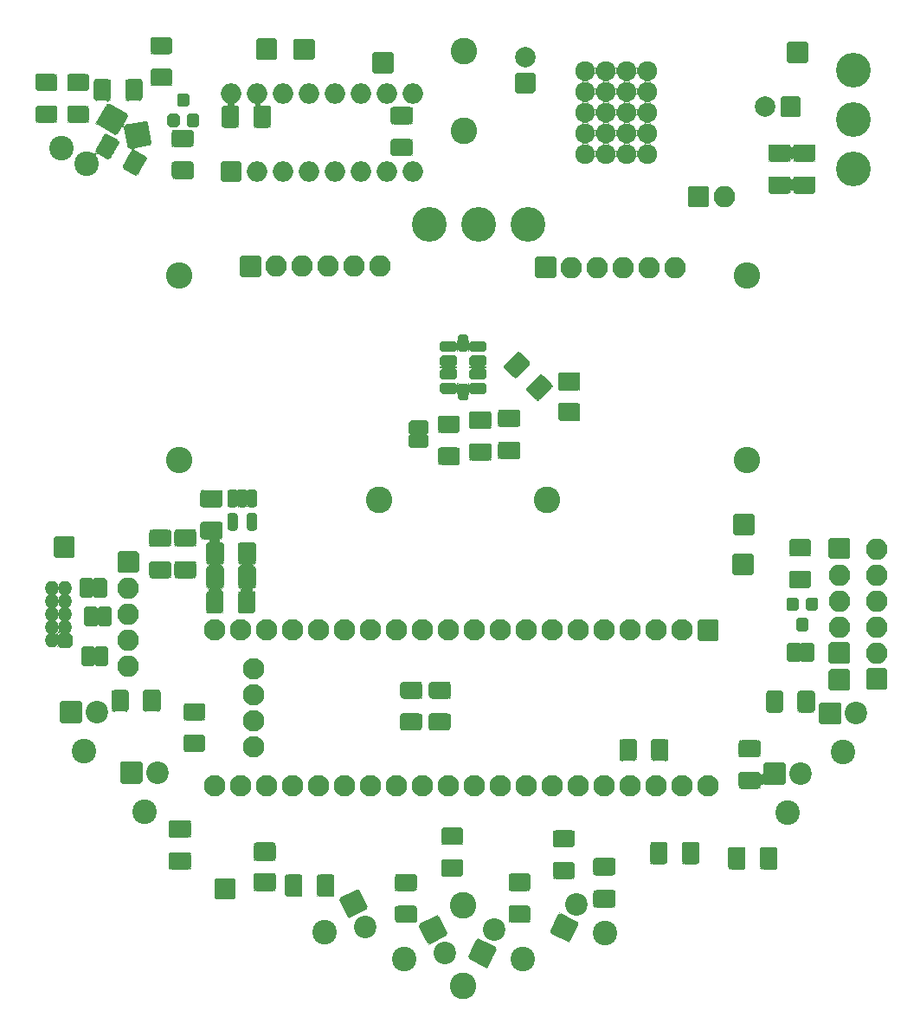
<source format=gbs>
G04 #@! TF.GenerationSoftware,KiCad,Pcbnew,(5.1.12-1-10_14)*
G04 #@! TF.CreationDate,2023-04-25T20:34:31-07:00*
G04 #@! TF.ProjectId,bloo,626c6f6f-2e6b-4696-9361-645f70636258,rev?*
G04 #@! TF.SameCoordinates,Original*
G04 #@! TF.FileFunction,Soldermask,Bot*
G04 #@! TF.FilePolarity,Negative*
%FSLAX46Y46*%
G04 Gerber Fmt 4.6, Leading zero omitted, Abs format (unit mm)*
G04 Created by KiCad (PCBNEW (5.1.12-1-10_14)) date 2023-04-25 20:34:31*
%MOMM*%
%LPD*%
G01*
G04 APERTURE LIST*
%ADD10O,2.100000X2.100000*%
%ADD11C,2.600000*%
%ADD12C,2.400000*%
%ADD13C,2.000000*%
%ADD14O,1.400000X1.400000*%
%ADD15C,3.400000*%
%ADD16O,2.000000X2.000000*%
%ADD17C,2.584400*%
%ADD18C,2.200000*%
%ADD19C,1.924000*%
%ADD20C,2.100000*%
%ADD21C,0.100000*%
G04 APERTURE END LIST*
G36*
G01*
X183882400Y-71712800D02*
X182182400Y-71712800D01*
G75*
G02*
X181982400Y-71512800I0J200000D01*
G01*
X181982400Y-69812800D01*
G75*
G02*
X182182400Y-69612800I200000J0D01*
G01*
X183882400Y-69612800D01*
G75*
G02*
X184082400Y-69812800I0J-200000D01*
G01*
X184082400Y-71512800D01*
G75*
G02*
X183882400Y-71712800I-200000J0D01*
G01*
G37*
D10*
X185572400Y-70662800D03*
G36*
G01*
X201532200Y-116955200D02*
X201532200Y-118655200D01*
G75*
G02*
X201332200Y-118855200I-200000J0D01*
G01*
X199632200Y-118855200D01*
G75*
G02*
X199432200Y-118655200I0J200000D01*
G01*
X199432200Y-116955200D01*
G75*
G02*
X199632200Y-116755200I200000J0D01*
G01*
X201332200Y-116755200D01*
G75*
G02*
X201532200Y-116955200I0J-200000D01*
G01*
G37*
X200482200Y-115265200D03*
X200482200Y-112725200D03*
X200482200Y-110185200D03*
X200482200Y-107645200D03*
X200482200Y-105105200D03*
D11*
X168198800Y-100253800D03*
X151790400Y-100253800D03*
G36*
G01*
X128663400Y-59475321D02*
X128663400Y-60971479D01*
G75*
G02*
X128336479Y-61298400I-326921J0D01*
G01*
X127290321Y-61298400D01*
G75*
G02*
X126963400Y-60971479I0J326921D01*
G01*
X126963400Y-59475321D01*
G75*
G02*
X127290321Y-59148400I326921J0D01*
G01*
X128336479Y-59148400D01*
G75*
G02*
X128663400Y-59475321I0J-326921D01*
G01*
G37*
G36*
G01*
X125563400Y-59475321D02*
X125563400Y-60971479D01*
G75*
G02*
X125236479Y-61298400I-326921J0D01*
G01*
X124190321Y-61298400D01*
G75*
G02*
X123863400Y-60971479I0J326921D01*
G01*
X123863400Y-59475321D01*
G75*
G02*
X124190321Y-59148400I326921J0D01*
G01*
X125236479Y-59148400D01*
G75*
G02*
X125563400Y-59475321I0J-326921D01*
G01*
G37*
G36*
G01*
X118479521Y-61736200D02*
X119975679Y-61736200D01*
G75*
G02*
X120302600Y-62063121I0J-326921D01*
G01*
X120302600Y-63109279D01*
G75*
G02*
X119975679Y-63436200I-326921J0D01*
G01*
X118479521Y-63436200D01*
G75*
G02*
X118152600Y-63109279I0J326921D01*
G01*
X118152600Y-62063121D01*
G75*
G02*
X118479521Y-61736200I326921J0D01*
G01*
G37*
G36*
G01*
X118479521Y-58636200D02*
X119975679Y-58636200D01*
G75*
G02*
X120302600Y-58963121I0J-326921D01*
G01*
X120302600Y-60009279D01*
G75*
G02*
X119975679Y-60336200I-326921J0D01*
G01*
X118479521Y-60336200D01*
G75*
G02*
X118152600Y-60009279I0J326921D01*
G01*
X118152600Y-58963121D01*
G75*
G02*
X118479521Y-58636200I326921J0D01*
G01*
G37*
G36*
G01*
X121603721Y-58661000D02*
X123099879Y-58661000D01*
G75*
G02*
X123426800Y-58987921I0J-326921D01*
G01*
X123426800Y-60034079D01*
G75*
G02*
X123099879Y-60361000I-326921J0D01*
G01*
X121603721Y-60361000D01*
G75*
G02*
X121276800Y-60034079I0J326921D01*
G01*
X121276800Y-58987921D01*
G75*
G02*
X121603721Y-58661000I326921J0D01*
G01*
G37*
G36*
G01*
X121603721Y-61761000D02*
X123099879Y-61761000D01*
G75*
G02*
X123426800Y-62087921I0J-326921D01*
G01*
X123426800Y-63134079D01*
G75*
G02*
X123099879Y-63461000I-326921J0D01*
G01*
X121603721Y-63461000D01*
G75*
G02*
X121276800Y-63134079I0J326921D01*
G01*
X121276800Y-62087921D01*
G75*
G02*
X121603721Y-61761000I326921J0D01*
G01*
G37*
X160083500Y-64262000D03*
X160020000Y-139954000D03*
X160096200Y-56413400D03*
X160020000Y-147828000D03*
G36*
G01*
X129201922Y-63424414D02*
X129549218Y-65394030D01*
G75*
G02*
X129386986Y-65625722I-196962J-34730D01*
G01*
X127417370Y-65973018D01*
G75*
G02*
X127185678Y-65810786I-34730J196962D01*
G01*
X126838382Y-63841170D01*
G75*
G02*
X127000614Y-63609478I196962J34730D01*
G01*
X128970230Y-63262182D01*
G75*
G02*
X129201922Y-63424414I34730J-196962D01*
G01*
G37*
D12*
X120709261Y-65937326D03*
G36*
G01*
X125438575Y-61554370D02*
X127170625Y-62554370D01*
G75*
G02*
X127243830Y-62827575I-100000J-173205D01*
G01*
X126243830Y-64559625D01*
G75*
G02*
X125970625Y-64632830I-173205J100000D01*
G01*
X124238575Y-63632830D01*
G75*
G02*
X124165370Y-63359625I100000J173205D01*
G01*
X125165370Y-61627575D01*
G75*
G02*
X125438575Y-61554370I173205J-100000D01*
G01*
G37*
X123204600Y-67423727D03*
G36*
G01*
X193049400Y-61074400D02*
X193049400Y-62674400D01*
G75*
G02*
X192849400Y-62874400I-200000J0D01*
G01*
X191249400Y-62874400D01*
G75*
G02*
X191049400Y-62674400I0J200000D01*
G01*
X191049400Y-61074400D01*
G75*
G02*
X191249400Y-60874400I200000J0D01*
G01*
X192849400Y-60874400D01*
G75*
G02*
X193049400Y-61074400I0J-200000D01*
G01*
G37*
D13*
X189549400Y-61874400D03*
G36*
G01*
X136360600Y-63614133D02*
X136360600Y-62065067D01*
G75*
G02*
X136686067Y-61739600I325467J0D01*
G01*
X137760133Y-61739600D01*
G75*
G02*
X138085600Y-62065067I0J-325467D01*
G01*
X138085600Y-63614133D01*
G75*
G02*
X137760133Y-63939600I-325467J0D01*
G01*
X136686067Y-63939600D01*
G75*
G02*
X136360600Y-63614133I0J325467D01*
G01*
G37*
G36*
G01*
X139485600Y-63614133D02*
X139485600Y-62065067D01*
G75*
G02*
X139811067Y-61739600I325467J0D01*
G01*
X140885133Y-61739600D01*
G75*
G02*
X141210600Y-62065067I0J-325467D01*
G01*
X141210600Y-63614133D01*
G75*
G02*
X140885133Y-63939600I-325467J0D01*
G01*
X139811067Y-63939600D01*
G75*
G02*
X139485600Y-63614133I0J325467D01*
G01*
G37*
G36*
G01*
X154774733Y-66712400D02*
X153225667Y-66712400D01*
G75*
G02*
X152900200Y-66386933I0J325467D01*
G01*
X152900200Y-65312867D01*
G75*
G02*
X153225667Y-64987400I325467J0D01*
G01*
X154774733Y-64987400D01*
G75*
G02*
X155100200Y-65312867I0J-325467D01*
G01*
X155100200Y-66386933D01*
G75*
G02*
X154774733Y-66712400I-325467J0D01*
G01*
G37*
G36*
G01*
X154774733Y-63587400D02*
X153225667Y-63587400D01*
G75*
G02*
X152900200Y-63261933I0J325467D01*
G01*
X152900200Y-62187867D01*
G75*
G02*
X153225667Y-61862400I325467J0D01*
G01*
X154774733Y-61862400D01*
G75*
G02*
X155100200Y-62187867I0J-325467D01*
G01*
X155100200Y-63261933D01*
G75*
G02*
X154774733Y-63587400I-325467J0D01*
G01*
G37*
G36*
G01*
X121781800Y-113546000D02*
X121781800Y-114546000D01*
G75*
G02*
X121581800Y-114746000I-200000J0D01*
G01*
X120581800Y-114746000D01*
G75*
G02*
X120381800Y-114546000I0J200000D01*
G01*
X120381800Y-113546000D01*
G75*
G02*
X120581800Y-113346000I200000J0D01*
G01*
X121581800Y-113346000D01*
G75*
G02*
X121781800Y-113546000I0J-200000D01*
G01*
G37*
D14*
X119811800Y-114046000D03*
X121081800Y-112776000D03*
X119811800Y-112776000D03*
X121081800Y-111506000D03*
X119811800Y-111506000D03*
X121081800Y-110236000D03*
X119811800Y-110236000D03*
X121081800Y-108966000D03*
X119811800Y-108966000D03*
G36*
G01*
X126204000Y-107225200D02*
X126204000Y-105525200D01*
G75*
G02*
X126404000Y-105325200I200000J0D01*
G01*
X128104000Y-105325200D01*
G75*
G02*
X128304000Y-105525200I0J-200000D01*
G01*
X128304000Y-107225200D01*
G75*
G02*
X128104000Y-107425200I-200000J0D01*
G01*
X126404000Y-107425200D01*
G75*
G02*
X126204000Y-107225200I0J200000D01*
G01*
G37*
D10*
X127254000Y-108915200D03*
X127254000Y-111455200D03*
X127254000Y-113995200D03*
X127254000Y-116535200D03*
G36*
G01*
X124232200Y-112433800D02*
X124232200Y-110933800D01*
G75*
G02*
X124432200Y-110733800I200000J0D01*
G01*
X125432200Y-110733800D01*
G75*
G02*
X125632200Y-110933800I0J-200000D01*
G01*
X125632200Y-112433800D01*
G75*
G02*
X125432200Y-112633800I-200000J0D01*
G01*
X124432200Y-112633800D01*
G75*
G02*
X124232200Y-112433800I0J200000D01*
G01*
G37*
G36*
G01*
X122932200Y-112433800D02*
X122932200Y-110933800D01*
G75*
G02*
X123132200Y-110733800I200000J0D01*
G01*
X124132200Y-110733800D01*
G75*
G02*
X124332200Y-110933800I0J-200000D01*
G01*
X124332200Y-112433800D01*
G75*
G02*
X124132200Y-112633800I-200000J0D01*
G01*
X123132200Y-112633800D01*
G75*
G02*
X122932200Y-112433800I0J200000D01*
G01*
G37*
G36*
G01*
X123875000Y-108139800D02*
X123875000Y-109639800D01*
G75*
G02*
X123675000Y-109839800I-200000J0D01*
G01*
X122675000Y-109839800D01*
G75*
G02*
X122475000Y-109639800I0J200000D01*
G01*
X122475000Y-108139800D01*
G75*
G02*
X122675000Y-107939800I200000J0D01*
G01*
X123675000Y-107939800D01*
G75*
G02*
X123875000Y-108139800I0J-200000D01*
G01*
G37*
G36*
G01*
X125175000Y-108139800D02*
X125175000Y-109639800D01*
G75*
G02*
X124975000Y-109839800I-200000J0D01*
G01*
X123975000Y-109839800D01*
G75*
G02*
X123775000Y-109639800I0J200000D01*
G01*
X123775000Y-108139800D01*
G75*
G02*
X123975000Y-107939800I200000J0D01*
G01*
X124975000Y-107939800D01*
G75*
G02*
X125175000Y-108139800I0J-200000D01*
G01*
G37*
G36*
G01*
X125327400Y-114820000D02*
X125327400Y-116320000D01*
G75*
G02*
X125127400Y-116520000I-200000J0D01*
G01*
X124127400Y-116520000D01*
G75*
G02*
X123927400Y-116320000I0J200000D01*
G01*
X123927400Y-114820000D01*
G75*
G02*
X124127400Y-114620000I200000J0D01*
G01*
X125127400Y-114620000D01*
G75*
G02*
X125327400Y-114820000I0J-200000D01*
G01*
G37*
G36*
G01*
X124027400Y-114820000D02*
X124027400Y-116320000D01*
G75*
G02*
X123827400Y-116520000I-200000J0D01*
G01*
X122827400Y-116520000D01*
G75*
G02*
X122627400Y-116320000I0J200000D01*
G01*
X122627400Y-114820000D01*
G75*
G02*
X122827400Y-114620000I200000J0D01*
G01*
X123827400Y-114620000D01*
G75*
G02*
X124027400Y-114820000I0J-200000D01*
G01*
G37*
G36*
G01*
X191324000Y-119266921D02*
X191324000Y-120763079D01*
G75*
G02*
X190997079Y-121090000I-326921J0D01*
G01*
X189950921Y-121090000D01*
G75*
G02*
X189624000Y-120763079I0J326921D01*
G01*
X189624000Y-119266921D01*
G75*
G02*
X189950921Y-118940000I326921J0D01*
G01*
X190997079Y-118940000D01*
G75*
G02*
X191324000Y-119266921I0J-326921D01*
G01*
G37*
G36*
G01*
X194424000Y-119266921D02*
X194424000Y-120763079D01*
G75*
G02*
X194097079Y-121090000I-326921J0D01*
G01*
X193050921Y-121090000D01*
G75*
G02*
X192724000Y-120763079I0J326921D01*
G01*
X192724000Y-119266921D01*
G75*
G02*
X193050921Y-118940000I326921J0D01*
G01*
X194097079Y-118940000D01*
G75*
G02*
X194424000Y-119266921I0J-326921D01*
G01*
G37*
G36*
G01*
X166279879Y-138517400D02*
X164783721Y-138517400D01*
G75*
G02*
X164456800Y-138190479I0J326921D01*
G01*
X164456800Y-137144321D01*
G75*
G02*
X164783721Y-136817400I326921J0D01*
G01*
X166279879Y-136817400D01*
G75*
G02*
X166606800Y-137144321I0J-326921D01*
G01*
X166606800Y-138190479D01*
G75*
G02*
X166279879Y-138517400I-326921J0D01*
G01*
G37*
G36*
G01*
X166279879Y-141617400D02*
X164783721Y-141617400D01*
G75*
G02*
X164456800Y-141290479I0J326921D01*
G01*
X164456800Y-140244321D01*
G75*
G02*
X164783721Y-139917400I326921J0D01*
G01*
X166279879Y-139917400D01*
G75*
G02*
X166606800Y-140244321I0J-326921D01*
G01*
X166606800Y-141290479D01*
G75*
G02*
X166279879Y-141617400I-326921J0D01*
G01*
G37*
G36*
G01*
X128716000Y-120661479D02*
X128716000Y-119165321D01*
G75*
G02*
X129042921Y-118838400I326921J0D01*
G01*
X130089079Y-118838400D01*
G75*
G02*
X130416000Y-119165321I0J-326921D01*
G01*
X130416000Y-120661479D01*
G75*
G02*
X130089079Y-120988400I-326921J0D01*
G01*
X129042921Y-120988400D01*
G75*
G02*
X128716000Y-120661479I0J326921D01*
G01*
G37*
G36*
G01*
X125616000Y-120661479D02*
X125616000Y-119165321D01*
G75*
G02*
X125942921Y-118838400I326921J0D01*
G01*
X126989079Y-118838400D01*
G75*
G02*
X127316000Y-119165321I0J-326921D01*
G01*
X127316000Y-120661479D01*
G75*
G02*
X126989079Y-120988400I-326921J0D01*
G01*
X125942921Y-120988400D01*
G75*
G02*
X125616000Y-120661479I0J326921D01*
G01*
G37*
G36*
G01*
X155154679Y-141642800D02*
X153658521Y-141642800D01*
G75*
G02*
X153331600Y-141315879I0J326921D01*
G01*
X153331600Y-140269721D01*
G75*
G02*
X153658521Y-139942800I326921J0D01*
G01*
X155154679Y-139942800D01*
G75*
G02*
X155481600Y-140269721I0J-326921D01*
G01*
X155481600Y-141315879D01*
G75*
G02*
X155154679Y-141642800I-326921J0D01*
G01*
G37*
G36*
G01*
X155154679Y-138542800D02*
X153658521Y-138542800D01*
G75*
G02*
X153331600Y-138215879I0J326921D01*
G01*
X153331600Y-137169721D01*
G75*
G02*
X153658521Y-136842800I326921J0D01*
G01*
X155154679Y-136842800D01*
G75*
G02*
X155481600Y-137169721I0J-326921D01*
G01*
X155481600Y-138215879D01*
G75*
G02*
X155154679Y-138542800I-326921J0D01*
G01*
G37*
G36*
G01*
X131126279Y-104887800D02*
X129630121Y-104887800D01*
G75*
G02*
X129303200Y-104560879I0J326921D01*
G01*
X129303200Y-103514721D01*
G75*
G02*
X129630121Y-103187800I326921J0D01*
G01*
X131126279Y-103187800D01*
G75*
G02*
X131453200Y-103514721I0J-326921D01*
G01*
X131453200Y-104560879D01*
G75*
G02*
X131126279Y-104887800I-326921J0D01*
G01*
G37*
G36*
G01*
X131126279Y-107987800D02*
X129630121Y-107987800D01*
G75*
G02*
X129303200Y-107660879I0J326921D01*
G01*
X129303200Y-106614721D01*
G75*
G02*
X129630121Y-106287800I326921J0D01*
G01*
X131126279Y-106287800D01*
G75*
G02*
X131453200Y-106614721I0J-326921D01*
G01*
X131453200Y-107660879D01*
G75*
G02*
X131126279Y-107987800I-326921J0D01*
G01*
G37*
G36*
G01*
X133590079Y-107962400D02*
X132093921Y-107962400D01*
G75*
G02*
X131767000Y-107635479I0J326921D01*
G01*
X131767000Y-106589321D01*
G75*
G02*
X132093921Y-106262400I326921J0D01*
G01*
X133590079Y-106262400D01*
G75*
G02*
X133917000Y-106589321I0J-326921D01*
G01*
X133917000Y-107635479D01*
G75*
G02*
X133590079Y-107962400I-326921J0D01*
G01*
G37*
G36*
G01*
X133590079Y-104862400D02*
X132093921Y-104862400D01*
G75*
G02*
X131767000Y-104535479I0J326921D01*
G01*
X131767000Y-103489321D01*
G75*
G02*
X132093921Y-103162400I326921J0D01*
G01*
X133590079Y-103162400D01*
G75*
G02*
X133917000Y-103489321I0J-326921D01*
G01*
X133917000Y-104535479D01*
G75*
G02*
X133590079Y-104862400I-326921J0D01*
G01*
G37*
G36*
G01*
X131253279Y-56754800D02*
X129757121Y-56754800D01*
G75*
G02*
X129430200Y-56427879I0J326921D01*
G01*
X129430200Y-55381721D01*
G75*
G02*
X129757121Y-55054800I326921J0D01*
G01*
X131253279Y-55054800D01*
G75*
G02*
X131580200Y-55381721I0J-326921D01*
G01*
X131580200Y-56427879D01*
G75*
G02*
X131253279Y-56754800I-326921J0D01*
G01*
G37*
G36*
G01*
X131253279Y-59854800D02*
X129757121Y-59854800D01*
G75*
G02*
X129430200Y-59527879I0J326921D01*
G01*
X129430200Y-58481721D01*
G75*
G02*
X129757121Y-58154800I326921J0D01*
G01*
X131253279Y-58154800D01*
G75*
G02*
X131580200Y-58481721I0J-326921D01*
G01*
X131580200Y-59527879D01*
G75*
G02*
X131253279Y-59854800I-326921J0D01*
G01*
G37*
G36*
G01*
X188784279Y-128561800D02*
X187288121Y-128561800D01*
G75*
G02*
X186961200Y-128234879I0J326921D01*
G01*
X186961200Y-127188721D01*
G75*
G02*
X187288121Y-126861800I326921J0D01*
G01*
X188784279Y-126861800D01*
G75*
G02*
X189111200Y-127188721I0J-326921D01*
G01*
X189111200Y-128234879D01*
G75*
G02*
X188784279Y-128561800I-326921J0D01*
G01*
G37*
G36*
G01*
X188784279Y-125461800D02*
X187288121Y-125461800D01*
G75*
G02*
X186961200Y-125134879I0J326921D01*
G01*
X186961200Y-124088721D01*
G75*
G02*
X187288121Y-123761800I326921J0D01*
G01*
X188784279Y-123761800D01*
G75*
G02*
X189111200Y-124088721I0J-326921D01*
G01*
X189111200Y-125134879D01*
G75*
G02*
X188784279Y-125461800I-326921J0D01*
G01*
G37*
G36*
G01*
X169127121Y-132550200D02*
X170623279Y-132550200D01*
G75*
G02*
X170950200Y-132877121I0J-326921D01*
G01*
X170950200Y-133923279D01*
G75*
G02*
X170623279Y-134250200I-326921J0D01*
G01*
X169127121Y-134250200D01*
G75*
G02*
X168800200Y-133923279I0J326921D01*
G01*
X168800200Y-132877121D01*
G75*
G02*
X169127121Y-132550200I326921J0D01*
G01*
G37*
G36*
G01*
X169127121Y-135650200D02*
X170623279Y-135650200D01*
G75*
G02*
X170950200Y-135977121I0J-326921D01*
G01*
X170950200Y-137023279D01*
G75*
G02*
X170623279Y-137350200I-326921J0D01*
G01*
X169127121Y-137350200D01*
G75*
G02*
X168800200Y-137023279I0J326921D01*
G01*
X168800200Y-135977121D01*
G75*
G02*
X169127121Y-135650200I326921J0D01*
G01*
G37*
G36*
G01*
X132957521Y-120155000D02*
X134453679Y-120155000D01*
G75*
G02*
X134780600Y-120481921I0J-326921D01*
G01*
X134780600Y-121528079D01*
G75*
G02*
X134453679Y-121855000I-326921J0D01*
G01*
X132957521Y-121855000D01*
G75*
G02*
X132630600Y-121528079I0J326921D01*
G01*
X132630600Y-120481921D01*
G75*
G02*
X132957521Y-120155000I326921J0D01*
G01*
G37*
G36*
G01*
X132957521Y-123255000D02*
X134453679Y-123255000D01*
G75*
G02*
X134780600Y-123581921I0J-326921D01*
G01*
X134780600Y-124628079D01*
G75*
G02*
X134453679Y-124955000I-326921J0D01*
G01*
X132957521Y-124955000D01*
G75*
G02*
X132630600Y-124628079I0J326921D01*
G01*
X132630600Y-123581921D01*
G75*
G02*
X132957521Y-123255000I326921J0D01*
G01*
G37*
G36*
G01*
X158205121Y-132321600D02*
X159701279Y-132321600D01*
G75*
G02*
X160028200Y-132648521I0J-326921D01*
G01*
X160028200Y-133694679D01*
G75*
G02*
X159701279Y-134021600I-326921J0D01*
G01*
X158205121Y-134021600D01*
G75*
G02*
X157878200Y-133694679I0J326921D01*
G01*
X157878200Y-132648521D01*
G75*
G02*
X158205121Y-132321600I326921J0D01*
G01*
G37*
G36*
G01*
X158205121Y-135421600D02*
X159701279Y-135421600D01*
G75*
G02*
X160028200Y-135748521I0J-326921D01*
G01*
X160028200Y-136794679D01*
G75*
G02*
X159701279Y-137121600I-326921J0D01*
G01*
X158205121Y-137121600D01*
G75*
G02*
X157878200Y-136794679I0J326921D01*
G01*
X157878200Y-135748521D01*
G75*
G02*
X158205121Y-135421600I326921J0D01*
G01*
G37*
G36*
G01*
X133310679Y-65822600D02*
X131814521Y-65822600D01*
G75*
G02*
X131487600Y-65495679I0J326921D01*
G01*
X131487600Y-64449521D01*
G75*
G02*
X131814521Y-64122600I326921J0D01*
G01*
X133310679Y-64122600D01*
G75*
G02*
X133637600Y-64449521I0J-326921D01*
G01*
X133637600Y-65495679D01*
G75*
G02*
X133310679Y-65822600I-326921J0D01*
G01*
G37*
G36*
G01*
X133310679Y-68922600D02*
X131814521Y-68922600D01*
G75*
G02*
X131487600Y-68595679I0J326921D01*
G01*
X131487600Y-67549521D01*
G75*
G02*
X131814521Y-67222600I326921J0D01*
G01*
X133310679Y-67222600D01*
G75*
G02*
X133637600Y-67549521I0J-326921D01*
G01*
X133637600Y-68595679D01*
G75*
G02*
X133310679Y-68922600I-326921J0D01*
G01*
G37*
G36*
G01*
X128995300Y-67100144D02*
X128247221Y-68395855D01*
G75*
G02*
X127800638Y-68515517I-283122J163460D01*
G01*
X126894639Y-67992438D01*
G75*
G02*
X126774978Y-67545856I163461J283122D01*
G01*
X127523057Y-66250145D01*
G75*
G02*
X127969640Y-66130483I283122J-163460D01*
G01*
X128875639Y-66653562D01*
G75*
G02*
X128995300Y-67100144I-163461J-283122D01*
G01*
G37*
G36*
G01*
X126310622Y-65550144D02*
X125562543Y-66845855D01*
G75*
G02*
X125115960Y-66965517I-283122J163460D01*
G01*
X124209961Y-66442438D01*
G75*
G02*
X124090300Y-65995856I163461J283122D01*
G01*
X124838379Y-64700145D01*
G75*
G02*
X125284962Y-64580483I283122J-163460D01*
G01*
X126190961Y-65103562D01*
G75*
G02*
X126310622Y-65550144I-163461J-283122D01*
G01*
G37*
G36*
G01*
X156985921Y-121146800D02*
X158482079Y-121146800D01*
G75*
G02*
X158809000Y-121473721I0J-326921D01*
G01*
X158809000Y-122519879D01*
G75*
G02*
X158482079Y-122846800I-326921J0D01*
G01*
X156985921Y-122846800D01*
G75*
G02*
X156659000Y-122519879I0J326921D01*
G01*
X156659000Y-121473721D01*
G75*
G02*
X156985921Y-121146800I326921J0D01*
G01*
G37*
G36*
G01*
X156985921Y-118046800D02*
X158482079Y-118046800D01*
G75*
G02*
X158809000Y-118373721I0J-326921D01*
G01*
X158809000Y-119419879D01*
G75*
G02*
X158482079Y-119746800I-326921J0D01*
G01*
X156985921Y-119746800D01*
G75*
G02*
X156659000Y-119419879I0J326921D01*
G01*
X156659000Y-118373721D01*
G75*
G02*
X156985921Y-118046800I326921J0D01*
G01*
G37*
G36*
G01*
X155688079Y-122846800D02*
X154191921Y-122846800D01*
G75*
G02*
X153865000Y-122519879I0J326921D01*
G01*
X153865000Y-121473721D01*
G75*
G02*
X154191921Y-121146800I326921J0D01*
G01*
X155688079Y-121146800D01*
G75*
G02*
X156015000Y-121473721I0J-326921D01*
G01*
X156015000Y-122519879D01*
G75*
G02*
X155688079Y-122846800I-326921J0D01*
G01*
G37*
G36*
G01*
X155688079Y-119746800D02*
X154191921Y-119746800D01*
G75*
G02*
X153865000Y-119419879I0J326921D01*
G01*
X153865000Y-118373721D01*
G75*
G02*
X154191921Y-118046800I326921J0D01*
G01*
X155688079Y-118046800D01*
G75*
G02*
X156015000Y-118373721I0J-326921D01*
G01*
X156015000Y-119419879D01*
G75*
G02*
X155688079Y-119746800I-326921J0D01*
G01*
G37*
D15*
X198196200Y-63119000D03*
X198196200Y-67945000D03*
X198196200Y-58293000D03*
G36*
G01*
X191885200Y-55515800D02*
X193585200Y-55515800D01*
G75*
G02*
X193785200Y-55715800I0J-200000D01*
G01*
X193785200Y-57415800D01*
G75*
G02*
X193585200Y-57615800I-200000J0D01*
G01*
X191885200Y-57615800D01*
G75*
G02*
X191685200Y-57415800I0J200000D01*
G01*
X191685200Y-55715800D01*
G75*
G02*
X191885200Y-55515800I200000J0D01*
G01*
G37*
G36*
G01*
X137778200Y-137453000D02*
X137778200Y-139153000D01*
G75*
G02*
X137578200Y-139353000I-200000J0D01*
G01*
X135878200Y-139353000D01*
G75*
G02*
X135678200Y-139153000I0J200000D01*
G01*
X135678200Y-137453000D01*
G75*
G02*
X135878200Y-137253000I200000J0D01*
G01*
X137578200Y-137253000D01*
G75*
G02*
X137778200Y-137453000I0J-200000D01*
G01*
G37*
G36*
G01*
X138112400Y-69199000D02*
X136512400Y-69199000D01*
G75*
G02*
X136312400Y-68999000I0J200000D01*
G01*
X136312400Y-67399000D01*
G75*
G02*
X136512400Y-67199000I200000J0D01*
G01*
X138112400Y-67199000D01*
G75*
G02*
X138312400Y-67399000I0J-200000D01*
G01*
X138312400Y-68999000D01*
G75*
G02*
X138112400Y-69199000I-200000J0D01*
G01*
G37*
D16*
X155092400Y-60579000D03*
X139852400Y-68199000D03*
X152552400Y-60579000D03*
X142392400Y-68199000D03*
X150012400Y-60579000D03*
X144932400Y-68199000D03*
X147472400Y-60579000D03*
X147472400Y-68199000D03*
X144932400Y-60579000D03*
X150012400Y-68199000D03*
X142392400Y-60579000D03*
X152552400Y-68199000D03*
X139852400Y-60579000D03*
X155092400Y-68199000D03*
X137312400Y-60579000D03*
D17*
X132254000Y-78376000D03*
X132254000Y-96376000D03*
X187786000Y-78376000D03*
X187786000Y-96376000D03*
D15*
X161493200Y-73406000D03*
X166319200Y-73406000D03*
X156667200Y-73406000D03*
G36*
G01*
X194835600Y-122058000D02*
X194835600Y-120258000D01*
G75*
G02*
X195035600Y-120058000I200000J0D01*
G01*
X196835600Y-120058000D01*
G75*
G02*
X197035600Y-120258000I0J-200000D01*
G01*
X197035600Y-122058000D01*
G75*
G02*
X196835600Y-122258000I-200000J0D01*
G01*
X195035600Y-122258000D01*
G75*
G02*
X194835600Y-122058000I0J200000D01*
G01*
G37*
D18*
X198475600Y-121158000D03*
D12*
X197205600Y-124968000D03*
X165875971Y-145140247D03*
D18*
X163032942Y-142303667D03*
G36*
G01*
X162214223Y-145962806D02*
X160603341Y-145159650D01*
G75*
G02*
X160513594Y-144891423I89240J178987D01*
G01*
X161316750Y-143280541D01*
G75*
G02*
X161584977Y-143190794I178987J-89240D01*
G01*
X163195859Y-143993950D01*
G75*
G02*
X163285606Y-144262177I-89240J-178987D01*
G01*
X162482450Y-145873059D01*
G75*
G02*
X162214223Y-145962806I-178987J89240D01*
G01*
G37*
D12*
X122948700Y-124841000D03*
D18*
X124218700Y-121031000D03*
G36*
G01*
X120578700Y-121931000D02*
X120578700Y-120131000D01*
G75*
G02*
X120778700Y-119931000I200000J0D01*
G01*
X122578700Y-119931000D01*
G75*
G02*
X122778700Y-120131000I0J-200000D01*
G01*
X122778700Y-121931000D01*
G75*
G02*
X122578700Y-122131000I-200000J0D01*
G01*
X120778700Y-122131000D01*
G75*
G02*
X120578700Y-121931000I0J200000D01*
G01*
G37*
G36*
G01*
X155786999Y-141720817D02*
X157397881Y-140917661D01*
G75*
G02*
X157666108Y-141007408I89240J-178987D01*
G01*
X158469264Y-142618290D01*
G75*
G02*
X158379517Y-142886517I-178987J-89240D01*
G01*
X156768635Y-143689673D01*
G75*
G02*
X156500408Y-143599926I-89240J178987D01*
G01*
X155697252Y-141989044D01*
G75*
G02*
X155786999Y-141720817I178987J89240D01*
G01*
G37*
X158216600Y-144576800D03*
D12*
X154240229Y-145140247D03*
G36*
G01*
X189349200Y-127950800D02*
X189349200Y-126150800D01*
G75*
G02*
X189549200Y-125950800I200000J0D01*
G01*
X191349200Y-125950800D01*
G75*
G02*
X191549200Y-126150800I0J-200000D01*
G01*
X191549200Y-127950800D01*
G75*
G02*
X191349200Y-128150800I-200000J0D01*
G01*
X189549200Y-128150800D01*
G75*
G02*
X189349200Y-127950800I0J200000D01*
G01*
G37*
D18*
X192989200Y-127050800D03*
D12*
X191719200Y-130860800D03*
X173902371Y-142651047D03*
D18*
X171059342Y-139814467D03*
G36*
G01*
X170240623Y-143473606D02*
X168629741Y-142670450D01*
G75*
G02*
X168539994Y-142402223I89240J178987D01*
G01*
X169343150Y-140791341D01*
G75*
G02*
X169611377Y-140701594I178987J-89240D01*
G01*
X171222259Y-141504750D01*
G75*
G02*
X171312006Y-141772977I-89240J-178987D01*
G01*
X170508850Y-143383859D01*
G75*
G02*
X170240623Y-143473606I-178987J89240D01*
G01*
G37*
G36*
G01*
X126458800Y-127823800D02*
X126458800Y-126023800D01*
G75*
G02*
X126658800Y-125823800I200000J0D01*
G01*
X128458800Y-125823800D01*
G75*
G02*
X128658800Y-126023800I0J-200000D01*
G01*
X128658800Y-127823800D01*
G75*
G02*
X128458800Y-128023800I-200000J0D01*
G01*
X126658800Y-128023800D01*
G75*
G02*
X126458800Y-127823800I0J200000D01*
G01*
G37*
X130098800Y-126923800D03*
D12*
X128828800Y-130733800D03*
X146442429Y-142574847D03*
D18*
X150418800Y-142011400D03*
G36*
G01*
X147989199Y-139155417D02*
X149600081Y-138352261D01*
G75*
G02*
X149868308Y-138442008I89240J-178987D01*
G01*
X150671464Y-140052890D01*
G75*
G02*
X150581717Y-140321117I-178987J-89240D01*
G01*
X148970835Y-141124273D01*
G75*
G02*
X148702608Y-141034526I-89240J178987D01*
G01*
X147899452Y-139423644D01*
G75*
G02*
X147989199Y-139155417I178987J89240D01*
G01*
G37*
G36*
G01*
X190182667Y-65545400D02*
X191731733Y-65545400D01*
G75*
G02*
X192057200Y-65870867I0J-325467D01*
G01*
X192057200Y-66944933D01*
G75*
G02*
X191731733Y-67270400I-325467J0D01*
G01*
X190182667Y-67270400D01*
G75*
G02*
X189857200Y-66944933I0J325467D01*
G01*
X189857200Y-65870867D01*
G75*
G02*
X190182667Y-65545400I325467J0D01*
G01*
G37*
G36*
G01*
X190182667Y-68670400D02*
X191731733Y-68670400D01*
G75*
G02*
X192057200Y-68995867I0J-325467D01*
G01*
X192057200Y-70069933D01*
G75*
G02*
X191731733Y-70395400I-325467J0D01*
G01*
X190182667Y-70395400D01*
G75*
G02*
X189857200Y-70069933I0J325467D01*
G01*
X189857200Y-68995867D01*
G75*
G02*
X190182667Y-68670400I325467J0D01*
G01*
G37*
G36*
G01*
X134887400Y-108648333D02*
X134887400Y-107099267D01*
G75*
G02*
X135212867Y-106773800I325467J0D01*
G01*
X136286933Y-106773800D01*
G75*
G02*
X136612400Y-107099267I0J-325467D01*
G01*
X136612400Y-108648333D01*
G75*
G02*
X136286933Y-108973800I-325467J0D01*
G01*
X135212867Y-108973800D01*
G75*
G02*
X134887400Y-108648333I0J325467D01*
G01*
G37*
G36*
G01*
X138012400Y-108648333D02*
X138012400Y-107099267D01*
G75*
G02*
X138337867Y-106773800I325467J0D01*
G01*
X139411933Y-106773800D01*
G75*
G02*
X139737400Y-107099267I0J-325467D01*
G01*
X139737400Y-108648333D01*
G75*
G02*
X139411933Y-108973800I-325467J0D01*
G01*
X138337867Y-108973800D01*
G75*
G02*
X138012400Y-108648333I0J325467D01*
G01*
G37*
G36*
G01*
X138012400Y-106286133D02*
X138012400Y-104737067D01*
G75*
G02*
X138337867Y-104411600I325467J0D01*
G01*
X139411933Y-104411600D01*
G75*
G02*
X139737400Y-104737067I0J-325467D01*
G01*
X139737400Y-106286133D01*
G75*
G02*
X139411933Y-106611600I-325467J0D01*
G01*
X138337867Y-106611600D01*
G75*
G02*
X138012400Y-106286133I0J325467D01*
G01*
G37*
G36*
G01*
X134887400Y-106286133D02*
X134887400Y-104737067D01*
G75*
G02*
X135212867Y-104411600I325467J0D01*
G01*
X136286933Y-104411600D01*
G75*
G02*
X136612400Y-104737067I0J-325467D01*
G01*
X136612400Y-106286133D01*
G75*
G02*
X136286933Y-106611600I-325467J0D01*
G01*
X135212867Y-106611600D01*
G75*
G02*
X134887400Y-106286133I0J325467D01*
G01*
G37*
G36*
G01*
X137204600Y-99295200D02*
X137704600Y-99295200D01*
G75*
G02*
X137954600Y-99545200I0J-250000D01*
G01*
X137954600Y-100770200D01*
G75*
G02*
X137704600Y-101020200I-250000J0D01*
G01*
X137204600Y-101020200D01*
G75*
G02*
X136954600Y-100770200I0J250000D01*
G01*
X136954600Y-99545200D01*
G75*
G02*
X137204600Y-99295200I250000J0D01*
G01*
G37*
G36*
G01*
X138154600Y-99295200D02*
X138654600Y-99295200D01*
G75*
G02*
X138904600Y-99545200I0J-250000D01*
G01*
X138904600Y-100770200D01*
G75*
G02*
X138654600Y-101020200I-250000J0D01*
G01*
X138154600Y-101020200D01*
G75*
G02*
X137904600Y-100770200I0J250000D01*
G01*
X137904600Y-99545200D01*
G75*
G02*
X138154600Y-99295200I250000J0D01*
G01*
G37*
G36*
G01*
X139104600Y-99295200D02*
X139604600Y-99295200D01*
G75*
G02*
X139854600Y-99545200I0J-250000D01*
G01*
X139854600Y-100770200D01*
G75*
G02*
X139604600Y-101020200I-250000J0D01*
G01*
X139104600Y-101020200D01*
G75*
G02*
X138854600Y-100770200I0J250000D01*
G01*
X138854600Y-99545200D01*
G75*
G02*
X139104600Y-99295200I250000J0D01*
G01*
G37*
G36*
G01*
X139104600Y-101570200D02*
X139604600Y-101570200D01*
G75*
G02*
X139854600Y-101820200I0J-250000D01*
G01*
X139854600Y-103045200D01*
G75*
G02*
X139604600Y-103295200I-250000J0D01*
G01*
X139104600Y-103295200D01*
G75*
G02*
X138854600Y-103045200I0J250000D01*
G01*
X138854600Y-101820200D01*
G75*
G02*
X139104600Y-101570200I250000J0D01*
G01*
G37*
G36*
G01*
X137204600Y-101570200D02*
X137704600Y-101570200D01*
G75*
G02*
X137954600Y-101820200I0J-250000D01*
G01*
X137954600Y-103045200D01*
G75*
G02*
X137704600Y-103295200I-250000J0D01*
G01*
X137204600Y-103295200D01*
G75*
G02*
X136954600Y-103045200I0J250000D01*
G01*
X136954600Y-101820200D01*
G75*
G02*
X137204600Y-101570200I250000J0D01*
G01*
G37*
G36*
G01*
X166890600Y-60537600D02*
X165290600Y-60537600D01*
G75*
G02*
X165090600Y-60337600I0J200000D01*
G01*
X165090600Y-58737600D01*
G75*
G02*
X165290600Y-58537600I200000J0D01*
G01*
X166890600Y-58537600D01*
G75*
G02*
X167090600Y-58737600I0J-200000D01*
G01*
X167090600Y-60337600D01*
G75*
G02*
X166890600Y-60537600I-200000J0D01*
G01*
G37*
D13*
X166090600Y-57037600D03*
G36*
G01*
X134632867Y-99315100D02*
X136181933Y-99315100D01*
G75*
G02*
X136507400Y-99640567I0J-325467D01*
G01*
X136507400Y-100714633D01*
G75*
G02*
X136181933Y-101040100I-325467J0D01*
G01*
X134632867Y-101040100D01*
G75*
G02*
X134307400Y-100714633I0J325467D01*
G01*
X134307400Y-99640567D01*
G75*
G02*
X134632867Y-99315100I325467J0D01*
G01*
G37*
G36*
G01*
X134632867Y-102440100D02*
X136181933Y-102440100D01*
G75*
G02*
X136507400Y-102765567I0J-325467D01*
G01*
X136507400Y-103839633D01*
G75*
G02*
X136181933Y-104165100I-325467J0D01*
G01*
X134632867Y-104165100D01*
G75*
G02*
X134307400Y-103839633I0J325467D01*
G01*
X134307400Y-102765567D01*
G75*
G02*
X134632867Y-102440100I325467J0D01*
G01*
G37*
G36*
G01*
X137987000Y-111061333D02*
X137987000Y-109512267D01*
G75*
G02*
X138312467Y-109186800I325467J0D01*
G01*
X139386533Y-109186800D01*
G75*
G02*
X139712000Y-109512267I0J-325467D01*
G01*
X139712000Y-111061333D01*
G75*
G02*
X139386533Y-111386800I-325467J0D01*
G01*
X138312467Y-111386800D01*
G75*
G02*
X137987000Y-111061333I0J325467D01*
G01*
G37*
G36*
G01*
X134862000Y-111061333D02*
X134862000Y-109512267D01*
G75*
G02*
X135187467Y-109186800I325467J0D01*
G01*
X136261533Y-109186800D01*
G75*
G02*
X136587000Y-109512267I0J-325467D01*
G01*
X136587000Y-111061333D01*
G75*
G02*
X136261533Y-111386800I-325467J0D01*
G01*
X135187467Y-111386800D01*
G75*
G02*
X134862000Y-111061333I0J325467D01*
G01*
G37*
G36*
G01*
X178296000Y-135597733D02*
X178296000Y-134048667D01*
G75*
G02*
X178621467Y-133723200I325467J0D01*
G01*
X179695533Y-133723200D01*
G75*
G02*
X180021000Y-134048667I0J-325467D01*
G01*
X180021000Y-135597733D01*
G75*
G02*
X179695533Y-135923200I-325467J0D01*
G01*
X178621467Y-135923200D01*
G75*
G02*
X178296000Y-135597733I0J325467D01*
G01*
G37*
G36*
G01*
X181421000Y-135597733D02*
X181421000Y-134048667D01*
G75*
G02*
X181746467Y-133723200I325467J0D01*
G01*
X182820533Y-133723200D01*
G75*
G02*
X183146000Y-134048667I0J-325467D01*
G01*
X183146000Y-135597733D01*
G75*
G02*
X182820533Y-135923200I-325467J0D01*
G01*
X181746467Y-135923200D01*
G75*
G02*
X181421000Y-135597733I0J325467D01*
G01*
G37*
D10*
X151917400Y-77470000D03*
X149377400Y-77470000D03*
X146837400Y-77470000D03*
X144297400Y-77470000D03*
X141757400Y-77470000D03*
G36*
G01*
X140067400Y-78520000D02*
X138367400Y-78520000D01*
G75*
G02*
X138167400Y-78320000I0J200000D01*
G01*
X138167400Y-76620000D01*
G75*
G02*
X138367400Y-76420000I200000J0D01*
G01*
X140067400Y-76420000D01*
G75*
G02*
X140267400Y-76620000I0J-200000D01*
G01*
X140267400Y-78320000D01*
G75*
G02*
X140067400Y-78520000I-200000J0D01*
G01*
G37*
G36*
G01*
X168921800Y-78621600D02*
X167221800Y-78621600D01*
G75*
G02*
X167021800Y-78421600I0J200000D01*
G01*
X167021800Y-76721600D01*
G75*
G02*
X167221800Y-76521600I200000J0D01*
G01*
X168921800Y-76521600D01*
G75*
G02*
X169121800Y-76721600I0J-200000D01*
G01*
X169121800Y-78421600D01*
G75*
G02*
X168921800Y-78621600I-200000J0D01*
G01*
G37*
X170611800Y-77571600D03*
X173151800Y-77571600D03*
X175691800Y-77571600D03*
X178231800Y-77571600D03*
X180771800Y-77571600D03*
G36*
G01*
X180098400Y-123991321D02*
X180098400Y-125487479D01*
G75*
G02*
X179771479Y-125814400I-326921J0D01*
G01*
X178725321Y-125814400D01*
G75*
G02*
X178398400Y-125487479I0J326921D01*
G01*
X178398400Y-123991321D01*
G75*
G02*
X178725321Y-123664400I326921J0D01*
G01*
X179771479Y-123664400D01*
G75*
G02*
X180098400Y-123991321I0J-326921D01*
G01*
G37*
G36*
G01*
X176998400Y-123991321D02*
X176998400Y-125487479D01*
G75*
G02*
X176671479Y-125814400I-326921J0D01*
G01*
X175625321Y-125814400D01*
G75*
G02*
X175298400Y-125487479I0J326921D01*
G01*
X175298400Y-123991321D01*
G75*
G02*
X175625321Y-123664400I326921J0D01*
G01*
X176671479Y-123664400D01*
G75*
G02*
X176998400Y-123991321I0J-326921D01*
G01*
G37*
G36*
G01*
X151146800Y-58431800D02*
X151146800Y-56731800D01*
G75*
G02*
X151346800Y-56531800I200000J0D01*
G01*
X153046800Y-56531800D01*
G75*
G02*
X153246800Y-56731800I0J-200000D01*
G01*
X153246800Y-58431800D01*
G75*
G02*
X153046800Y-58631800I-200000J0D01*
G01*
X151346800Y-58631800D01*
G75*
G02*
X151146800Y-58431800I0J200000D01*
G01*
G37*
G36*
G01*
X121830200Y-105952000D02*
X120130200Y-105952000D01*
G75*
G02*
X119930200Y-105752000I0J200000D01*
G01*
X119930200Y-104052000D01*
G75*
G02*
X120130200Y-103852000I200000J0D01*
G01*
X121830200Y-103852000D01*
G75*
G02*
X122030200Y-104052000I0J-200000D01*
G01*
X122030200Y-105752000D01*
G75*
G02*
X121830200Y-105952000I-200000J0D01*
G01*
G37*
G36*
G01*
X194170133Y-70395400D02*
X192621067Y-70395400D01*
G75*
G02*
X192295600Y-70069933I0J325467D01*
G01*
X192295600Y-68995867D01*
G75*
G02*
X192621067Y-68670400I325467J0D01*
G01*
X194170133Y-68670400D01*
G75*
G02*
X194495600Y-68995867I0J-325467D01*
G01*
X194495600Y-70069933D01*
G75*
G02*
X194170133Y-70395400I-325467J0D01*
G01*
G37*
G36*
G01*
X194170133Y-67270400D02*
X192621067Y-67270400D01*
G75*
G02*
X192295600Y-66944933I0J325467D01*
G01*
X192295600Y-65870867D01*
G75*
G02*
X192621067Y-65545400I325467J0D01*
G01*
X194170133Y-65545400D01*
G75*
G02*
X194495600Y-65870867I0J-325467D01*
G01*
X194495600Y-66944933D01*
G75*
G02*
X194170133Y-67270400I-325467J0D01*
G01*
G37*
G36*
G01*
X139859575Y-133769400D02*
X141369225Y-133769400D01*
G75*
G02*
X141689400Y-134089575I0J-320175D01*
G01*
X141689400Y-135274225D01*
G75*
G02*
X141369225Y-135594400I-320175J0D01*
G01*
X139859575Y-135594400D01*
G75*
G02*
X139539400Y-135274225I0J320175D01*
G01*
X139539400Y-134089575D01*
G75*
G02*
X139859575Y-133769400I320175J0D01*
G01*
G37*
G36*
G01*
X139859575Y-136744400D02*
X141369225Y-136744400D01*
G75*
G02*
X141689400Y-137064575I0J-320175D01*
G01*
X141689400Y-138249225D01*
G75*
G02*
X141369225Y-138569400I-320175J0D01*
G01*
X139859575Y-138569400D01*
G75*
G02*
X139539400Y-138249225I0J320175D01*
G01*
X139539400Y-137064575D01*
G75*
G02*
X139859575Y-136744400I320175J0D01*
G01*
G37*
G36*
G01*
X142570500Y-138772733D02*
X142570500Y-137223667D01*
G75*
G02*
X142895967Y-136898200I325467J0D01*
G01*
X143970033Y-136898200D01*
G75*
G02*
X144295500Y-137223667I0J-325467D01*
G01*
X144295500Y-138772733D01*
G75*
G02*
X143970033Y-139098200I-325467J0D01*
G01*
X142895967Y-139098200D01*
G75*
G02*
X142570500Y-138772733I0J325467D01*
G01*
G37*
G36*
G01*
X145695500Y-138772733D02*
X145695500Y-137223667D01*
G75*
G02*
X146020967Y-136898200I325467J0D01*
G01*
X147095033Y-136898200D01*
G75*
G02*
X147420500Y-137223667I0J-325467D01*
G01*
X147420500Y-138772733D01*
G75*
G02*
X147095033Y-139098200I-325467J0D01*
G01*
X146020967Y-139098200D01*
G75*
G02*
X145695500Y-138772733I0J325467D01*
G01*
G37*
G36*
G01*
X187641000Y-134531267D02*
X187641000Y-136080333D01*
G75*
G02*
X187315533Y-136405800I-325467J0D01*
G01*
X186241467Y-136405800D01*
G75*
G02*
X185916000Y-136080333I0J325467D01*
G01*
X185916000Y-134531267D01*
G75*
G02*
X186241467Y-134205800I325467J0D01*
G01*
X187315533Y-134205800D01*
G75*
G02*
X187641000Y-134531267I0J-325467D01*
G01*
G37*
G36*
G01*
X190766000Y-134531267D02*
X190766000Y-136080333D01*
G75*
G02*
X190440533Y-136405800I-325467J0D01*
G01*
X189366467Y-136405800D01*
G75*
G02*
X189041000Y-136080333I0J325467D01*
G01*
X189041000Y-134531267D01*
G75*
G02*
X189366467Y-134205800I325467J0D01*
G01*
X190440533Y-134205800D01*
G75*
G02*
X190766000Y-134531267I0J-325467D01*
G01*
G37*
G36*
G01*
X133083133Y-136435400D02*
X131534067Y-136435400D01*
G75*
G02*
X131208600Y-136109933I0J325467D01*
G01*
X131208600Y-135035867D01*
G75*
G02*
X131534067Y-134710400I325467J0D01*
G01*
X133083133Y-134710400D01*
G75*
G02*
X133408600Y-135035867I0J-325467D01*
G01*
X133408600Y-136109933D01*
G75*
G02*
X133083133Y-136435400I-325467J0D01*
G01*
G37*
G36*
G01*
X133083133Y-133310400D02*
X131534067Y-133310400D01*
G75*
G02*
X131208600Y-132984933I0J325467D01*
G01*
X131208600Y-131910867D01*
G75*
G02*
X131534067Y-131585400I325467J0D01*
G01*
X133083133Y-131585400D01*
G75*
G02*
X133408600Y-131910867I0J-325467D01*
G01*
X133408600Y-132984933D01*
G75*
G02*
X133083133Y-133310400I-325467J0D01*
G01*
G37*
G36*
G01*
X174612133Y-137018800D02*
X173063067Y-137018800D01*
G75*
G02*
X172737600Y-136693333I0J325467D01*
G01*
X172737600Y-135619267D01*
G75*
G02*
X173063067Y-135293800I325467J0D01*
G01*
X174612133Y-135293800D01*
G75*
G02*
X174937600Y-135619267I0J-325467D01*
G01*
X174937600Y-136693333D01*
G75*
G02*
X174612133Y-137018800I-325467J0D01*
G01*
G37*
G36*
G01*
X174612133Y-140143800D02*
X173063067Y-140143800D01*
G75*
G02*
X172737600Y-139818333I0J325467D01*
G01*
X172737600Y-138744267D01*
G75*
G02*
X173063067Y-138418800I325467J0D01*
G01*
X174612133Y-138418800D01*
G75*
G02*
X174937600Y-138744267I0J-325467D01*
G01*
X174937600Y-139818333D01*
G75*
G02*
X174612133Y-140143800I-325467J0D01*
G01*
G37*
D19*
X176047400Y-58343800D03*
X176047400Y-60375800D03*
X178079400Y-60375800D03*
X178079400Y-58343800D03*
X174015400Y-58343800D03*
X171983400Y-58343800D03*
X174015400Y-60375800D03*
X171983400Y-60375800D03*
X171983400Y-62407800D03*
X174015400Y-62407800D03*
X176047400Y-62407800D03*
X178079400Y-62407800D03*
X171983400Y-64439800D03*
X174015400Y-64439800D03*
X176047400Y-64439800D03*
X178079400Y-64439800D03*
X178079400Y-66471800D03*
X176047400Y-66471800D03*
X174015400Y-66471800D03*
X171983400Y-66471800D03*
D20*
X139522200Y-116840000D03*
X139522200Y-119380000D03*
X139522200Y-121920000D03*
X139522200Y-124460000D03*
X183972200Y-128270000D03*
G36*
G01*
X183122200Y-111980000D02*
X184822200Y-111980000D01*
G75*
G02*
X185022200Y-112180000I0J-200000D01*
G01*
X185022200Y-113880000D01*
G75*
G02*
X184822200Y-114080000I-200000J0D01*
G01*
X183122200Y-114080000D01*
G75*
G02*
X182922200Y-113880000I0J200000D01*
G01*
X182922200Y-112180000D01*
G75*
G02*
X183122200Y-111980000I200000J0D01*
G01*
G37*
X181432200Y-128270000D03*
X181432200Y-113030000D03*
X178892200Y-128270000D03*
X178892200Y-113030000D03*
X176352200Y-128270000D03*
X176352200Y-113030000D03*
X173812200Y-128270000D03*
X173812200Y-113030000D03*
X171272200Y-128270000D03*
X171272200Y-113030000D03*
X168732200Y-128270000D03*
X168732200Y-113030000D03*
X166192200Y-128270000D03*
X166192200Y-113030000D03*
X163652200Y-128270000D03*
X163652200Y-113030000D03*
X161112200Y-128270000D03*
X161112200Y-113030000D03*
X158572200Y-128270000D03*
X158572200Y-113030000D03*
X156032200Y-128270000D03*
X156032200Y-113030000D03*
X153492200Y-128270000D03*
X153492200Y-113030000D03*
X150952200Y-128270000D03*
X150952200Y-113030000D03*
X148412200Y-128270000D03*
X148412200Y-113030000D03*
X145872200Y-128270000D03*
X145872200Y-113030000D03*
X143332200Y-128270000D03*
X143332200Y-113030000D03*
X140792200Y-128270000D03*
X140792200Y-113030000D03*
X138252200Y-128270000D03*
X138252200Y-113030000D03*
X135712200Y-128270000D03*
X135712200Y-113030000D03*
G36*
G01*
X143399800Y-57111000D02*
X143399800Y-55411000D01*
G75*
G02*
X143599800Y-55211000I200000J0D01*
G01*
X145299800Y-55211000D01*
G75*
G02*
X145499800Y-55411000I0J-200000D01*
G01*
X145499800Y-57111000D01*
G75*
G02*
X145299800Y-57311000I-200000J0D01*
G01*
X143599800Y-57311000D01*
G75*
G02*
X143399800Y-57111000I0J200000D01*
G01*
G37*
G36*
G01*
X139742200Y-57085600D02*
X139742200Y-55385600D01*
G75*
G02*
X139942200Y-55185600I200000J0D01*
G01*
X141642200Y-55185600D01*
G75*
G02*
X141842200Y-55385600I0J-200000D01*
G01*
X141842200Y-57085600D01*
G75*
G02*
X141642200Y-57285600I-200000J0D01*
G01*
X139942200Y-57285600D01*
G75*
G02*
X139742200Y-57085600I0J200000D01*
G01*
G37*
G36*
G01*
X133988800Y-63854600D02*
X133188800Y-63854600D01*
G75*
G02*
X132988800Y-63654600I0J200000D01*
G01*
X132988800Y-62754600D01*
G75*
G02*
X133188800Y-62554600I200000J0D01*
G01*
X133988800Y-62554600D01*
G75*
G02*
X134188800Y-62754600I0J-200000D01*
G01*
X134188800Y-63654600D01*
G75*
G02*
X133988800Y-63854600I-200000J0D01*
G01*
G37*
G36*
G01*
X132088800Y-63854600D02*
X131288800Y-63854600D01*
G75*
G02*
X131088800Y-63654600I0J200000D01*
G01*
X131088800Y-62754600D01*
G75*
G02*
X131288800Y-62554600I200000J0D01*
G01*
X132088800Y-62554600D01*
G75*
G02*
X132288800Y-62754600I0J-200000D01*
G01*
X132288800Y-63654600D01*
G75*
G02*
X132088800Y-63854600I-200000J0D01*
G01*
G37*
G36*
G01*
X133038800Y-61854600D02*
X132238800Y-61854600D01*
G75*
G02*
X132038800Y-61654600I0J200000D01*
G01*
X132038800Y-60754600D01*
G75*
G02*
X132238800Y-60554600I200000J0D01*
G01*
X133038800Y-60554600D01*
G75*
G02*
X133238800Y-60754600I0J-200000D01*
G01*
X133238800Y-61654600D01*
G75*
G02*
X133038800Y-61854600I-200000J0D01*
G01*
G37*
G36*
G01*
X163728570Y-94591100D02*
X165277630Y-94591100D01*
G75*
G02*
X165603100Y-94916570I0J-325470D01*
G01*
X165603100Y-95990630D01*
G75*
G02*
X165277630Y-96316100I-325470J0D01*
G01*
X163728570Y-96316100D01*
G75*
G02*
X163403100Y-95990630I0J325470D01*
G01*
X163403100Y-94916570D01*
G75*
G02*
X163728570Y-94591100I325470J0D01*
G01*
G37*
G36*
G01*
X163728570Y-91466100D02*
X165277630Y-91466100D01*
G75*
G02*
X165603100Y-91791570I0J-325470D01*
G01*
X165603100Y-92865630D01*
G75*
G02*
X165277630Y-93191100I-325470J0D01*
G01*
X163728570Y-93191100D01*
G75*
G02*
X163403100Y-92865630I0J325470D01*
G01*
X163403100Y-91791570D01*
G75*
G02*
X163728570Y-91466100I325470J0D01*
G01*
G37*
G36*
G01*
X162470930Y-96481200D02*
X160921870Y-96481200D01*
G75*
G02*
X160596400Y-96155730I0J325470D01*
G01*
X160596400Y-95081670D01*
G75*
G02*
X160921870Y-94756200I325470J0D01*
G01*
X162470930Y-94756200D01*
G75*
G02*
X162796400Y-95081670I0J-325470D01*
G01*
X162796400Y-96155730D01*
G75*
G02*
X162470930Y-96481200I-325470J0D01*
G01*
G37*
G36*
G01*
X162470930Y-93356200D02*
X160921870Y-93356200D01*
G75*
G02*
X160596400Y-93030730I0J325470D01*
G01*
X160596400Y-91956670D01*
G75*
G02*
X160921870Y-91631200I325470J0D01*
G01*
X162470930Y-91631200D01*
G75*
G02*
X162796400Y-91956670I0J-325470D01*
G01*
X162796400Y-93030730D01*
G75*
G02*
X162470930Y-93356200I-325470J0D01*
G01*
G37*
G36*
G01*
X168645509Y-89381258D02*
X167550158Y-90476609D01*
G75*
G02*
X167089874Y-90476609I-230142J230142D01*
G01*
X166330399Y-89717134D01*
G75*
G02*
X166330399Y-89256850I230142J230142D01*
G01*
X167425750Y-88161499D01*
G75*
G02*
X167886034Y-88161499I230142J-230142D01*
G01*
X168645509Y-88920974D01*
G75*
G02*
X168645509Y-89381258I-230142J-230142D01*
G01*
G37*
G36*
G01*
X166435801Y-87171550D02*
X165340450Y-88266901D01*
G75*
G02*
X164880166Y-88266901I-230142J230142D01*
G01*
X164120691Y-87507426D01*
G75*
G02*
X164120691Y-87047142I230142J230142D01*
G01*
X165216042Y-85951791D01*
G75*
G02*
X165676326Y-85951791I230142J-230142D01*
G01*
X166435801Y-86711266D01*
G75*
G02*
X166435801Y-87171550I-230142J-230142D01*
G01*
G37*
G36*
G01*
X162290000Y-84970400D02*
X162290000Y-85630800D01*
G75*
G02*
X162090000Y-85830800I-200000J0D01*
G01*
X160820000Y-85830800D01*
G75*
G02*
X160620000Y-85630800I0J200000D01*
G01*
X160620000Y-84970400D01*
G75*
G02*
X160820000Y-84770400I200000J0D01*
G01*
X162090000Y-84770400D01*
G75*
G02*
X162290000Y-84970400I0J-200000D01*
G01*
G37*
G36*
G01*
X162290000Y-86385400D02*
X162290000Y-87045800D01*
G75*
G02*
X162090000Y-87245800I-200000J0D01*
G01*
X160820000Y-87245800D01*
G75*
G02*
X160620000Y-87045800I0J200000D01*
G01*
X160620000Y-86385400D01*
G75*
G02*
X160820000Y-86185400I200000J0D01*
G01*
X162090000Y-86185400D01*
G75*
G02*
X162290000Y-86385400I0J-200000D01*
G01*
G37*
G36*
G01*
X162290000Y-87655400D02*
X162290000Y-88315800D01*
G75*
G02*
X162090000Y-88515800I-200000J0D01*
G01*
X160820000Y-88515800D01*
G75*
G02*
X160620000Y-88315800I0J200000D01*
G01*
X160620000Y-87655400D01*
G75*
G02*
X160820000Y-87455400I200000J0D01*
G01*
X162090000Y-87455400D01*
G75*
G02*
X162290000Y-87655400I0J-200000D01*
G01*
G37*
G36*
G01*
X162290000Y-89070400D02*
X162290000Y-89730800D01*
G75*
G02*
X162090000Y-89930800I-200000J0D01*
G01*
X160820000Y-89930800D01*
G75*
G02*
X160620000Y-89730800I0J200000D01*
G01*
X160620000Y-89070400D01*
G75*
G02*
X160820000Y-88870400I200000J0D01*
G01*
X162090000Y-88870400D01*
G75*
G02*
X162290000Y-89070400I0J-200000D01*
G01*
G37*
G36*
G01*
X160350200Y-90570600D02*
X159689800Y-90570600D01*
G75*
G02*
X159489800Y-90370600I0J200000D01*
G01*
X159489800Y-89100600D01*
G75*
G02*
X159689800Y-88900600I200000J0D01*
G01*
X160350200Y-88900600D01*
G75*
G02*
X160550200Y-89100600I0J-200000D01*
G01*
X160550200Y-90370600D01*
G75*
G02*
X160350200Y-90570600I-200000J0D01*
G01*
G37*
G36*
G01*
X159420000Y-89070400D02*
X159420000Y-89730800D01*
G75*
G02*
X159220000Y-89930800I-200000J0D01*
G01*
X157950000Y-89930800D01*
G75*
G02*
X157750000Y-89730800I0J200000D01*
G01*
X157750000Y-89070400D01*
G75*
G02*
X157950000Y-88870400I200000J0D01*
G01*
X159220000Y-88870400D01*
G75*
G02*
X159420000Y-89070400I0J-200000D01*
G01*
G37*
G36*
G01*
X159420000Y-87655400D02*
X159420000Y-88315800D01*
G75*
G02*
X159220000Y-88515800I-200000J0D01*
G01*
X157950000Y-88515800D01*
G75*
G02*
X157750000Y-88315800I0J200000D01*
G01*
X157750000Y-87655400D01*
G75*
G02*
X157950000Y-87455400I200000J0D01*
G01*
X159220000Y-87455400D01*
G75*
G02*
X159420000Y-87655400I0J-200000D01*
G01*
G37*
G36*
G01*
X159420000Y-86385400D02*
X159420000Y-87045800D01*
G75*
G02*
X159220000Y-87245800I-200000J0D01*
G01*
X157950000Y-87245800D01*
G75*
G02*
X157750000Y-87045800I0J200000D01*
G01*
X157750000Y-86385400D01*
G75*
G02*
X157950000Y-86185400I200000J0D01*
G01*
X159220000Y-86185400D01*
G75*
G02*
X159420000Y-86385400I0J-200000D01*
G01*
G37*
G36*
G01*
X159420000Y-84970400D02*
X159420000Y-85630800D01*
G75*
G02*
X159220000Y-85830800I-200000J0D01*
G01*
X157950000Y-85830800D01*
G75*
G02*
X157750000Y-85630800I0J200000D01*
G01*
X157750000Y-84970400D01*
G75*
G02*
X157950000Y-84770400I200000J0D01*
G01*
X159220000Y-84770400D01*
G75*
G02*
X159420000Y-84970400I0J-200000D01*
G01*
G37*
G36*
G01*
X159689800Y-84130600D02*
X160350200Y-84130600D01*
G75*
G02*
X160550200Y-84330600I0J-200000D01*
G01*
X160550200Y-85600600D01*
G75*
G02*
X160350200Y-85800600I-200000J0D01*
G01*
X159689800Y-85800600D01*
G75*
G02*
X159489800Y-85600600I0J200000D01*
G01*
X159489800Y-84330600D01*
G75*
G02*
X159689800Y-84130600I200000J0D01*
G01*
G37*
G36*
G01*
X159371077Y-96862600D02*
X157874923Y-96862600D01*
G75*
G02*
X157548000Y-96535677I0J326923D01*
G01*
X157548000Y-95489523D01*
G75*
G02*
X157874923Y-95162600I326923J0D01*
G01*
X159371077Y-95162600D01*
G75*
G02*
X159698000Y-95489523I0J-326923D01*
G01*
X159698000Y-96535677D01*
G75*
G02*
X159371077Y-96862600I-326923J0D01*
G01*
G37*
G36*
G01*
X159371077Y-93762600D02*
X157874923Y-93762600D01*
G75*
G02*
X157548000Y-93435677I0J326923D01*
G01*
X157548000Y-92389523D01*
G75*
G02*
X157874923Y-92062600I326923J0D01*
G01*
X159371077Y-92062600D01*
G75*
G02*
X159698000Y-92389523I0J-326923D01*
G01*
X159698000Y-93435677D01*
G75*
G02*
X159371077Y-93762600I-326923J0D01*
G01*
G37*
G36*
G01*
X156401200Y-95228400D02*
X154901200Y-95228400D01*
G75*
G02*
X154701200Y-95028400I0J200000D01*
G01*
X154701200Y-94028400D01*
G75*
G02*
X154901200Y-93828400I200000J0D01*
G01*
X156401200Y-93828400D01*
G75*
G02*
X156601200Y-94028400I0J-200000D01*
G01*
X156601200Y-95028400D01*
G75*
G02*
X156401200Y-95228400I-200000J0D01*
G01*
G37*
G36*
G01*
X156401200Y-93928400D02*
X154901200Y-93928400D01*
G75*
G02*
X154701200Y-93728400I0J200000D01*
G01*
X154701200Y-92728400D01*
G75*
G02*
X154901200Y-92528400I200000J0D01*
G01*
X156401200Y-92528400D01*
G75*
G02*
X156601200Y-92728400I0J-200000D01*
G01*
X156601200Y-93728400D01*
G75*
G02*
X156401200Y-93928400I-200000J0D01*
G01*
G37*
G36*
G01*
X169641075Y-87808100D02*
X171150725Y-87808100D01*
G75*
G02*
X171470900Y-88128275I0J-320175D01*
G01*
X171470900Y-89312925D01*
G75*
G02*
X171150725Y-89633100I-320175J0D01*
G01*
X169641075Y-89633100D01*
G75*
G02*
X169320900Y-89312925I0J320175D01*
G01*
X169320900Y-88128275D01*
G75*
G02*
X169641075Y-87808100I320175J0D01*
G01*
G37*
G36*
G01*
X169641075Y-90783100D02*
X171150725Y-90783100D01*
G75*
G02*
X171470900Y-91103275I0J-320175D01*
G01*
X171470900Y-92287925D01*
G75*
G02*
X171150725Y-92608100I-320175J0D01*
G01*
X169641075Y-92608100D01*
G75*
G02*
X169320900Y-92287925I0J320175D01*
G01*
X169320900Y-91103275D01*
G75*
G02*
X169641075Y-90783100I320175J0D01*
G01*
G37*
G36*
G01*
X195774600Y-118731400D02*
X195774600Y-117031400D01*
G75*
G02*
X195974600Y-116831400I200000J0D01*
G01*
X197674600Y-116831400D01*
G75*
G02*
X197874600Y-117031400I0J-200000D01*
G01*
X197874600Y-118731400D01*
G75*
G02*
X197674600Y-118931400I-200000J0D01*
G01*
X195974600Y-118931400D01*
G75*
G02*
X195774600Y-118731400I0J200000D01*
G01*
G37*
G36*
G01*
X195774600Y-105879000D02*
X195774600Y-104179000D01*
G75*
G02*
X195974600Y-103979000I200000J0D01*
G01*
X197674600Y-103979000D01*
G75*
G02*
X197874600Y-104179000I0J-200000D01*
G01*
X197874600Y-105879000D01*
G75*
G02*
X197674600Y-106079000I-200000J0D01*
G01*
X195974600Y-106079000D01*
G75*
G02*
X195774600Y-105879000I0J200000D01*
G01*
G37*
G36*
G01*
X186402000Y-103542200D02*
X186402000Y-101842200D01*
G75*
G02*
X186602000Y-101642200I200000J0D01*
G01*
X188302000Y-101642200D01*
G75*
G02*
X188502000Y-101842200I0J-200000D01*
G01*
X188502000Y-103542200D01*
G75*
G02*
X188302000Y-103742200I-200000J0D01*
G01*
X186602000Y-103742200D01*
G75*
G02*
X186402000Y-103542200I0J200000D01*
G01*
G37*
G36*
G01*
X186338500Y-107441100D02*
X186338500Y-105741100D01*
G75*
G02*
X186538500Y-105541100I200000J0D01*
G01*
X188238500Y-105541100D01*
G75*
G02*
X188438500Y-105741100I0J-200000D01*
G01*
X188438500Y-107441100D01*
G75*
G02*
X188238500Y-107641100I-200000J0D01*
G01*
X186538500Y-107641100D01*
G75*
G02*
X186338500Y-107441100I0J200000D01*
G01*
G37*
G36*
G01*
X193064600Y-114439000D02*
X193064600Y-115939000D01*
G75*
G02*
X192864600Y-116139000I-200000J0D01*
G01*
X191864600Y-116139000D01*
G75*
G02*
X191664600Y-115939000I0J200000D01*
G01*
X191664600Y-114439000D01*
G75*
G02*
X191864600Y-114239000I200000J0D01*
G01*
X192864600Y-114239000D01*
G75*
G02*
X193064600Y-114439000I0J-200000D01*
G01*
G37*
G36*
G01*
X194364600Y-114439000D02*
X194364600Y-115939000D01*
G75*
G02*
X194164600Y-116139000I-200000J0D01*
G01*
X193164600Y-116139000D01*
G75*
G02*
X192964600Y-115939000I0J200000D01*
G01*
X192964600Y-114439000D01*
G75*
G02*
X193164600Y-114239000I200000J0D01*
G01*
X194164600Y-114239000D01*
G75*
G02*
X194364600Y-114439000I0J-200000D01*
G01*
G37*
G36*
G01*
X191842400Y-109830600D02*
X192642400Y-109830600D01*
G75*
G02*
X192842400Y-110030600I0J-200000D01*
G01*
X192842400Y-110930600D01*
G75*
G02*
X192642400Y-111130600I-200000J0D01*
G01*
X191842400Y-111130600D01*
G75*
G02*
X191642400Y-110930600I0J200000D01*
G01*
X191642400Y-110030600D01*
G75*
G02*
X191842400Y-109830600I200000J0D01*
G01*
G37*
G36*
G01*
X193742400Y-109830600D02*
X194542400Y-109830600D01*
G75*
G02*
X194742400Y-110030600I0J-200000D01*
G01*
X194742400Y-110930600D01*
G75*
G02*
X194542400Y-111130600I-200000J0D01*
G01*
X193742400Y-111130600D01*
G75*
G02*
X193542400Y-110930600I0J200000D01*
G01*
X193542400Y-110030600D01*
G75*
G02*
X193742400Y-109830600I200000J0D01*
G01*
G37*
G36*
G01*
X192792400Y-111830600D02*
X193592400Y-111830600D01*
G75*
G02*
X193792400Y-112030600I0J-200000D01*
G01*
X193792400Y-112930600D01*
G75*
G02*
X193592400Y-113130600I-200000J0D01*
G01*
X192792400Y-113130600D01*
G75*
G02*
X192592400Y-112930600I0J200000D01*
G01*
X192592400Y-112030600D01*
G75*
G02*
X192792400Y-111830600I200000J0D01*
G01*
G37*
G36*
G01*
X192241123Y-104127600D02*
X193737277Y-104127600D01*
G75*
G02*
X194064200Y-104454523I0J-326923D01*
G01*
X194064200Y-105500677D01*
G75*
G02*
X193737277Y-105827600I-326923J0D01*
G01*
X192241123Y-105827600D01*
G75*
G02*
X191914200Y-105500677I0J326923D01*
G01*
X191914200Y-104454523D01*
G75*
G02*
X192241123Y-104127600I326923J0D01*
G01*
G37*
G36*
G01*
X192241123Y-107227600D02*
X193737277Y-107227600D01*
G75*
G02*
X194064200Y-107554523I0J-326923D01*
G01*
X194064200Y-108600677D01*
G75*
G02*
X193737277Y-108927600I-326923J0D01*
G01*
X192241123Y-108927600D01*
G75*
G02*
X191914200Y-108600677I0J326923D01*
G01*
X191914200Y-107554523D01*
G75*
G02*
X192241123Y-107227600I326923J0D01*
G01*
G37*
G36*
G01*
X197874600Y-114415200D02*
X197874600Y-116115200D01*
G75*
G02*
X197674600Y-116315200I-200000J0D01*
G01*
X195974600Y-116315200D01*
G75*
G02*
X195774600Y-116115200I0J200000D01*
G01*
X195774600Y-114415200D01*
G75*
G02*
X195974600Y-114215200I200000J0D01*
G01*
X197674600Y-114215200D01*
G75*
G02*
X197874600Y-114415200I0J-200000D01*
G01*
G37*
D10*
X196824600Y-112725200D03*
X196824600Y-110185200D03*
X196824600Y-107645200D03*
D21*
G36*
X163375738Y-144081400D02*
G01*
X163376842Y-144083068D01*
X163376636Y-144084082D01*
X162395000Y-146052938D01*
X162393332Y-146054042D01*
X162392318Y-146053836D01*
X160423462Y-145072200D01*
X160422358Y-145070532D01*
X160422564Y-145069518D01*
X160422566Y-145069513D01*
X160427037Y-145069513D01*
X162392313Y-146049363D01*
X163372163Y-144084087D01*
X161406887Y-143104237D01*
X161177789Y-143563737D01*
X161070062Y-143779804D01*
X160427037Y-145069513D01*
X160422566Y-145069513D01*
X161066482Y-143778020D01*
X161174209Y-143561953D01*
X161404200Y-143100662D01*
X161406882Y-143099764D01*
X163375738Y-144081400D01*
G37*
G36*
X157577972Y-140826753D02*
G01*
X157578658Y-140827529D01*
X157770657Y-141212620D01*
X157844323Y-141360371D01*
X157856987Y-141385771D01*
X157899588Y-141471215D01*
X157912252Y-141496615D01*
X157959621Y-141591623D01*
X157962261Y-141596918D01*
X157969338Y-141611112D01*
X157972285Y-141617023D01*
X157974925Y-141622318D01*
X157982002Y-141636512D01*
X158560294Y-142796385D01*
X158559396Y-142799067D01*
X156590540Y-143780703D01*
X156588544Y-143780581D01*
X156587858Y-143779805D01*
X156480131Y-143563738D01*
X156250140Y-143102447D01*
X155606225Y-141810954D01*
X155610695Y-141810954D01*
X156253720Y-143100663D01*
X156483711Y-143561954D01*
X156590545Y-143776230D01*
X158555821Y-142796380D01*
X157978422Y-141638296D01*
X157971345Y-141624102D01*
X157968705Y-141618807D01*
X157965758Y-141612896D01*
X157958681Y-141598702D01*
X157956041Y-141593407D01*
X157908672Y-141498399D01*
X157896008Y-141472999D01*
X157853407Y-141387555D01*
X157840743Y-141362155D01*
X157767077Y-141214404D01*
X157575971Y-140831104D01*
X155610695Y-141810954D01*
X155606225Y-141810954D01*
X155606222Y-141810949D01*
X155607120Y-141808267D01*
X157575976Y-140826631D01*
X157577972Y-140826753D01*
G37*
G36*
X171402138Y-141592200D02*
G01*
X171403242Y-141593868D01*
X171403036Y-141594882D01*
X170651391Y-143102447D01*
X170421400Y-143563738D01*
X170418718Y-143564636D01*
X168449862Y-142583000D01*
X168448758Y-142581332D01*
X168448964Y-142580318D01*
X168448966Y-142580313D01*
X168453437Y-142580313D01*
X170418713Y-143560163D01*
X170647811Y-143100663D01*
X171398563Y-141594887D01*
X169433287Y-140615037D01*
X169326453Y-140829313D01*
X169060788Y-141362155D01*
X169048124Y-141387555D01*
X169005523Y-141472999D01*
X168992859Y-141498399D01*
X168935773Y-141612896D01*
X168923109Y-141638296D01*
X168453437Y-142580313D01*
X168448966Y-142580313D01*
X168919529Y-141636512D01*
X168932193Y-141611112D01*
X168989279Y-141496615D01*
X169001943Y-141471215D01*
X169044544Y-141385771D01*
X169057208Y-141360371D01*
X169322873Y-140827529D01*
X169430600Y-140611462D01*
X169433282Y-140610564D01*
X171402138Y-141592200D01*
G37*
G36*
X153333590Y-141315683D02*
G01*
X153339852Y-141379263D01*
X153358342Y-141440217D01*
X153388367Y-141496391D01*
X153428774Y-141545626D01*
X153478009Y-141586033D01*
X153534183Y-141616058D01*
X153595137Y-141634548D01*
X153658717Y-141640810D01*
X153660343Y-141641975D01*
X153660147Y-141643965D01*
X153658521Y-141644800D01*
X153587737Y-141644800D01*
X153587541Y-141644790D01*
X153532753Y-141639394D01*
X153532368Y-141639318D01*
X153485577Y-141625124D01*
X153485215Y-141624974D01*
X153442099Y-141601928D01*
X153441773Y-141601710D01*
X153403981Y-141570696D01*
X153403704Y-141570419D01*
X153372690Y-141532627D01*
X153372472Y-141532301D01*
X153349426Y-141489185D01*
X153349276Y-141488823D01*
X153335082Y-141442032D01*
X153335006Y-141441647D01*
X153329610Y-141386859D01*
X153329600Y-141386663D01*
X153329600Y-141315879D01*
X153330600Y-141314147D01*
X153332600Y-141314147D01*
X153333590Y-141315683D01*
G37*
G36*
X155482765Y-141314253D02*
G01*
X155483600Y-141315879D01*
X155483600Y-141386663D01*
X155483590Y-141386859D01*
X155478194Y-141441647D01*
X155478118Y-141442032D01*
X155463924Y-141488823D01*
X155463774Y-141489185D01*
X155440728Y-141532301D01*
X155440510Y-141532627D01*
X155409496Y-141570419D01*
X155409219Y-141570696D01*
X155371427Y-141601710D01*
X155371101Y-141601928D01*
X155327985Y-141624974D01*
X155327623Y-141625124D01*
X155280832Y-141639318D01*
X155280447Y-141639394D01*
X155225659Y-141644790D01*
X155225463Y-141644800D01*
X155154679Y-141644800D01*
X155152947Y-141643800D01*
X155152947Y-141641800D01*
X155154483Y-141640810D01*
X155218063Y-141634548D01*
X155279017Y-141616058D01*
X155335191Y-141586033D01*
X155384426Y-141545626D01*
X155424833Y-141496391D01*
X155454858Y-141440217D01*
X155473348Y-141379263D01*
X155479610Y-141315683D01*
X155480775Y-141314057D01*
X155482765Y-141314253D01*
G37*
G36*
X166607965Y-141288853D02*
G01*
X166608800Y-141290479D01*
X166608800Y-141361263D01*
X166608790Y-141361459D01*
X166603394Y-141416247D01*
X166603318Y-141416632D01*
X166589124Y-141463423D01*
X166588974Y-141463785D01*
X166565928Y-141506901D01*
X166565710Y-141507227D01*
X166534696Y-141545019D01*
X166534419Y-141545296D01*
X166496627Y-141576310D01*
X166496301Y-141576528D01*
X166453185Y-141599574D01*
X166452823Y-141599724D01*
X166406032Y-141613918D01*
X166405647Y-141613994D01*
X166350859Y-141619390D01*
X166350663Y-141619400D01*
X166279879Y-141619400D01*
X166278147Y-141618400D01*
X166278147Y-141616400D01*
X166279683Y-141615410D01*
X166343263Y-141609148D01*
X166404217Y-141590658D01*
X166460391Y-141560633D01*
X166509626Y-141520226D01*
X166550033Y-141470991D01*
X166580058Y-141414817D01*
X166598548Y-141353863D01*
X166604810Y-141290283D01*
X166605975Y-141288657D01*
X166607965Y-141288853D01*
G37*
G36*
X164458790Y-141290283D02*
G01*
X164465052Y-141353863D01*
X164483542Y-141414817D01*
X164513567Y-141470991D01*
X164553974Y-141520226D01*
X164603209Y-141560633D01*
X164659383Y-141590658D01*
X164720337Y-141609148D01*
X164783917Y-141615410D01*
X164785543Y-141616575D01*
X164785347Y-141618565D01*
X164783721Y-141619400D01*
X164712937Y-141619400D01*
X164712741Y-141619390D01*
X164657953Y-141613994D01*
X164657568Y-141613918D01*
X164610777Y-141599724D01*
X164610415Y-141599574D01*
X164567299Y-141576528D01*
X164566973Y-141576310D01*
X164529181Y-141545296D01*
X164528904Y-141545019D01*
X164497890Y-141507227D01*
X164497672Y-141506901D01*
X164474626Y-141463785D01*
X164474476Y-141463423D01*
X164460282Y-141416632D01*
X164460206Y-141416247D01*
X164454810Y-141361459D01*
X164454800Y-141361263D01*
X164454800Y-141290479D01*
X164455800Y-141288747D01*
X164457800Y-141288747D01*
X164458790Y-141290283D01*
G37*
G36*
X149780172Y-138261353D02*
G01*
X149780858Y-138262129D01*
X149792645Y-138285771D01*
X149805122Y-138310796D01*
X149811373Y-138323333D01*
X149835246Y-138371215D01*
X149847910Y-138396615D01*
X149859925Y-138420713D01*
X149859946Y-138420755D01*
X149862667Y-138426213D01*
X149868204Y-138437318D01*
X149870966Y-138442858D01*
X149880479Y-138461938D01*
X149883630Y-138468258D01*
X149885874Y-138472759D01*
X149886429Y-138473872D01*
X149898493Y-138498069D01*
X149899093Y-138499272D01*
X149904996Y-138511112D01*
X149917660Y-138536512D01*
X149931027Y-138563322D01*
X149957966Y-138617353D01*
X149985055Y-138671685D01*
X150034991Y-138771841D01*
X150097823Y-138897863D01*
X150142222Y-138986913D01*
X150169915Y-139042457D01*
X150194595Y-139091957D01*
X150556308Y-139817441D01*
X150605701Y-139916508D01*
X150618365Y-139941908D01*
X150663539Y-140032513D01*
X150715912Y-140137557D01*
X150762494Y-140230985D01*
X150761596Y-140233667D01*
X148792740Y-141215303D01*
X148790744Y-141215181D01*
X148790058Y-141214405D01*
X148598059Y-140829314D01*
X148254051Y-140139341D01*
X148159636Y-139949974D01*
X148146972Y-139924574D01*
X147808425Y-139245554D01*
X147812895Y-139245554D01*
X148150552Y-139922790D01*
X148163216Y-139948190D01*
X148257631Y-140137557D01*
X148601639Y-140827530D01*
X148792745Y-141210830D01*
X150758021Y-140230980D01*
X150712332Y-140139341D01*
X150659959Y-140034297D01*
X150614785Y-139943692D01*
X150602121Y-139918292D01*
X150552728Y-139819225D01*
X150191015Y-139093741D01*
X150166335Y-139044241D01*
X150138642Y-138988697D01*
X150094243Y-138899647D01*
X150031411Y-138773625D01*
X149981475Y-138673469D01*
X149954386Y-138619137D01*
X149927447Y-138565106D01*
X149914080Y-138538296D01*
X149901416Y-138512896D01*
X149895513Y-138501056D01*
X149894913Y-138499853D01*
X149882849Y-138475656D01*
X149882294Y-138474543D01*
X149880050Y-138470042D01*
X149876899Y-138463722D01*
X149867386Y-138444642D01*
X149864624Y-138439102D01*
X149859087Y-138427997D01*
X149856366Y-138422539D01*
X149856346Y-138422499D01*
X149844330Y-138398399D01*
X149831666Y-138372999D01*
X149807793Y-138325117D01*
X149801542Y-138312580D01*
X149789065Y-138287555D01*
X149778171Y-138265704D01*
X147812895Y-139245554D01*
X147808425Y-139245554D01*
X147808422Y-139245549D01*
X147809320Y-139242867D01*
X149778176Y-138261231D01*
X149780172Y-138261353D01*
G37*
G36*
X153660253Y-139941800D02*
G01*
X153660253Y-139943800D01*
X153658717Y-139944790D01*
X153595137Y-139951052D01*
X153534183Y-139969542D01*
X153478009Y-139999567D01*
X153428774Y-140039974D01*
X153388367Y-140089209D01*
X153358342Y-140145383D01*
X153339852Y-140206337D01*
X153333590Y-140269917D01*
X153332425Y-140271543D01*
X153330435Y-140271347D01*
X153329600Y-140269721D01*
X153329600Y-140198937D01*
X153329610Y-140198741D01*
X153335006Y-140143953D01*
X153335082Y-140143568D01*
X153349276Y-140096777D01*
X153349426Y-140096415D01*
X153372472Y-140053299D01*
X153372690Y-140052973D01*
X153403704Y-140015181D01*
X153403981Y-140014904D01*
X153441773Y-139983890D01*
X153442099Y-139983672D01*
X153485215Y-139960626D01*
X153485577Y-139960476D01*
X153532368Y-139946282D01*
X153532753Y-139946206D01*
X153587541Y-139940810D01*
X153587737Y-139940800D01*
X153658521Y-139940800D01*
X153660253Y-139941800D01*
G37*
G36*
X155225659Y-139940810D02*
G01*
X155280447Y-139946206D01*
X155280832Y-139946282D01*
X155327623Y-139960476D01*
X155327985Y-139960626D01*
X155371101Y-139983672D01*
X155371427Y-139983890D01*
X155409219Y-140014904D01*
X155409496Y-140015181D01*
X155440510Y-140052973D01*
X155440728Y-140053299D01*
X155463774Y-140096415D01*
X155463924Y-140096777D01*
X155478118Y-140143568D01*
X155478194Y-140143953D01*
X155483590Y-140198741D01*
X155483600Y-140198937D01*
X155483600Y-140269721D01*
X155482600Y-140271453D01*
X155480600Y-140271453D01*
X155479610Y-140269917D01*
X155473348Y-140206337D01*
X155454858Y-140145383D01*
X155424833Y-140089209D01*
X155384426Y-140039974D01*
X155335191Y-139999567D01*
X155279017Y-139969542D01*
X155218063Y-139951052D01*
X155154483Y-139944790D01*
X155152857Y-139943625D01*
X155153053Y-139941635D01*
X155154679Y-139940800D01*
X155225463Y-139940800D01*
X155225659Y-139940810D01*
G37*
G36*
X164785453Y-139916400D02*
G01*
X164785453Y-139918400D01*
X164783917Y-139919390D01*
X164720337Y-139925652D01*
X164659383Y-139944142D01*
X164603209Y-139974167D01*
X164553974Y-140014574D01*
X164513567Y-140063809D01*
X164483542Y-140119983D01*
X164465052Y-140180937D01*
X164458790Y-140244517D01*
X164457625Y-140246143D01*
X164455635Y-140245947D01*
X164454800Y-140244321D01*
X164454800Y-140173537D01*
X164454810Y-140173341D01*
X164460206Y-140118553D01*
X164460282Y-140118168D01*
X164474476Y-140071377D01*
X164474626Y-140071015D01*
X164497672Y-140027899D01*
X164497890Y-140027573D01*
X164528904Y-139989781D01*
X164529181Y-139989504D01*
X164566973Y-139958490D01*
X164567299Y-139958272D01*
X164610415Y-139935226D01*
X164610777Y-139935076D01*
X164657568Y-139920882D01*
X164657953Y-139920806D01*
X164712741Y-139915410D01*
X164712937Y-139915400D01*
X164783721Y-139915400D01*
X164785453Y-139916400D01*
G37*
G36*
X166350859Y-139915410D02*
G01*
X166405647Y-139920806D01*
X166406032Y-139920882D01*
X166452823Y-139935076D01*
X166453185Y-139935226D01*
X166496301Y-139958272D01*
X166496627Y-139958490D01*
X166534419Y-139989504D01*
X166534696Y-139989781D01*
X166565710Y-140027573D01*
X166565928Y-140027899D01*
X166588974Y-140071015D01*
X166589124Y-140071377D01*
X166603318Y-140118168D01*
X166603394Y-140118553D01*
X166608790Y-140173341D01*
X166608800Y-140173537D01*
X166608800Y-140244321D01*
X166607800Y-140246053D01*
X166605800Y-140246053D01*
X166604810Y-140244517D01*
X166598548Y-140180937D01*
X166580058Y-140119983D01*
X166550033Y-140063809D01*
X166509626Y-140014574D01*
X166460391Y-139974167D01*
X166404217Y-139944142D01*
X166343263Y-139925652D01*
X166279683Y-139919390D01*
X166278057Y-139918225D01*
X166278253Y-139916235D01*
X166279879Y-139915400D01*
X166350663Y-139915400D01*
X166350859Y-139915410D01*
G37*
G36*
X174938765Y-139816707D02*
G01*
X174939600Y-139818333D01*
X174939600Y-139890023D01*
X174939590Y-139890219D01*
X174934239Y-139944551D01*
X174934163Y-139944936D01*
X174920104Y-139991282D01*
X174919954Y-139991644D01*
X174897128Y-140034348D01*
X174896910Y-140034674D01*
X174866187Y-140072110D01*
X174865910Y-140072387D01*
X174828474Y-140103110D01*
X174828148Y-140103328D01*
X174785444Y-140126154D01*
X174785082Y-140126304D01*
X174738736Y-140140363D01*
X174738351Y-140140439D01*
X174684019Y-140145790D01*
X174683823Y-140145800D01*
X174612133Y-140145800D01*
X174610401Y-140144800D01*
X174610401Y-140142800D01*
X174611937Y-140141810D01*
X174675233Y-140135576D01*
X174735915Y-140117168D01*
X174791837Y-140087278D01*
X174840852Y-140047052D01*
X174881078Y-139998037D01*
X174910968Y-139942115D01*
X174929376Y-139881433D01*
X174935610Y-139818137D01*
X174936775Y-139816511D01*
X174938765Y-139816707D01*
G37*
G36*
X172739590Y-139818137D02*
G01*
X172745824Y-139881433D01*
X172764232Y-139942115D01*
X172794122Y-139998037D01*
X172834348Y-140047052D01*
X172883363Y-140087278D01*
X172939285Y-140117168D01*
X172999967Y-140135576D01*
X173063263Y-140141810D01*
X173064889Y-140142975D01*
X173064693Y-140144965D01*
X173063067Y-140145800D01*
X172991377Y-140145800D01*
X172991181Y-140145790D01*
X172936849Y-140140439D01*
X172936464Y-140140363D01*
X172890118Y-140126304D01*
X172889756Y-140126154D01*
X172847052Y-140103328D01*
X172846726Y-140103110D01*
X172809290Y-140072387D01*
X172809013Y-140072110D01*
X172778290Y-140034674D01*
X172778072Y-140034348D01*
X172755246Y-139991644D01*
X172755096Y-139991282D01*
X172741037Y-139944936D01*
X172740961Y-139944551D01*
X172735610Y-139890219D01*
X172735600Y-139890023D01*
X172735600Y-139818333D01*
X172736600Y-139816601D01*
X172738600Y-139816601D01*
X172739590Y-139818137D01*
G37*
G36*
X144296665Y-138771107D02*
G01*
X144297500Y-138772733D01*
X144297500Y-138844423D01*
X144297490Y-138844619D01*
X144292139Y-138898951D01*
X144292063Y-138899336D01*
X144278004Y-138945682D01*
X144277854Y-138946044D01*
X144255028Y-138988748D01*
X144254810Y-138989074D01*
X144224087Y-139026510D01*
X144223810Y-139026787D01*
X144186374Y-139057510D01*
X144186048Y-139057728D01*
X144143344Y-139080554D01*
X144142982Y-139080704D01*
X144096636Y-139094763D01*
X144096251Y-139094839D01*
X144041919Y-139100190D01*
X144041723Y-139100200D01*
X143970033Y-139100200D01*
X143968301Y-139099200D01*
X143968301Y-139097200D01*
X143969837Y-139096210D01*
X144033133Y-139089976D01*
X144093815Y-139071568D01*
X144149737Y-139041678D01*
X144198752Y-139001452D01*
X144238978Y-138952437D01*
X144268868Y-138896515D01*
X144287276Y-138835833D01*
X144293510Y-138772537D01*
X144294675Y-138770911D01*
X144296665Y-138771107D01*
G37*
G36*
X147421665Y-138771107D02*
G01*
X147422500Y-138772733D01*
X147422500Y-138844423D01*
X147422490Y-138844619D01*
X147417139Y-138898951D01*
X147417063Y-138899336D01*
X147403004Y-138945682D01*
X147402854Y-138946044D01*
X147380028Y-138988748D01*
X147379810Y-138989074D01*
X147349087Y-139026510D01*
X147348810Y-139026787D01*
X147311374Y-139057510D01*
X147311048Y-139057728D01*
X147268344Y-139080554D01*
X147267982Y-139080704D01*
X147221636Y-139094763D01*
X147221251Y-139094839D01*
X147166919Y-139100190D01*
X147166723Y-139100200D01*
X147095033Y-139100200D01*
X147093301Y-139099200D01*
X147093301Y-139097200D01*
X147094837Y-139096210D01*
X147158133Y-139089976D01*
X147218815Y-139071568D01*
X147274737Y-139041678D01*
X147323752Y-139001452D01*
X147363978Y-138952437D01*
X147393868Y-138896515D01*
X147412276Y-138835833D01*
X147418510Y-138772537D01*
X147419675Y-138770911D01*
X147421665Y-138771107D01*
G37*
G36*
X142572490Y-138772537D02*
G01*
X142578724Y-138835833D01*
X142597132Y-138896515D01*
X142627022Y-138952437D01*
X142667248Y-139001452D01*
X142716263Y-139041678D01*
X142772185Y-139071568D01*
X142832867Y-139089976D01*
X142896163Y-139096210D01*
X142897789Y-139097375D01*
X142897593Y-139099365D01*
X142895967Y-139100200D01*
X142824277Y-139100200D01*
X142824081Y-139100190D01*
X142769749Y-139094839D01*
X142769364Y-139094763D01*
X142723018Y-139080704D01*
X142722656Y-139080554D01*
X142679952Y-139057728D01*
X142679626Y-139057510D01*
X142642190Y-139026787D01*
X142641913Y-139026510D01*
X142611190Y-138989074D01*
X142610972Y-138988748D01*
X142588146Y-138946044D01*
X142587996Y-138945682D01*
X142573937Y-138899336D01*
X142573861Y-138898951D01*
X142568510Y-138844619D01*
X142568500Y-138844423D01*
X142568500Y-138772733D01*
X142569500Y-138771001D01*
X142571500Y-138771001D01*
X142572490Y-138772537D01*
G37*
G36*
X145697490Y-138772537D02*
G01*
X145703724Y-138835833D01*
X145722132Y-138896515D01*
X145752022Y-138952437D01*
X145792248Y-139001452D01*
X145841263Y-139041678D01*
X145897185Y-139071568D01*
X145957867Y-139089976D01*
X146021163Y-139096210D01*
X146022789Y-139097375D01*
X146022593Y-139099365D01*
X146020967Y-139100200D01*
X145949277Y-139100200D01*
X145949081Y-139100190D01*
X145894749Y-139094839D01*
X145894364Y-139094763D01*
X145848018Y-139080704D01*
X145847656Y-139080554D01*
X145804952Y-139057728D01*
X145804626Y-139057510D01*
X145767190Y-139026787D01*
X145766913Y-139026510D01*
X145736190Y-138989074D01*
X145735972Y-138988748D01*
X145713146Y-138946044D01*
X145712996Y-138945682D01*
X145698937Y-138899336D01*
X145698861Y-138898951D01*
X145693510Y-138844619D01*
X145693500Y-138844423D01*
X145693500Y-138772733D01*
X145694500Y-138771001D01*
X145696500Y-138771001D01*
X145697490Y-138772537D01*
G37*
G36*
X173064799Y-138417800D02*
G01*
X173064799Y-138419800D01*
X173063263Y-138420790D01*
X172999967Y-138427024D01*
X172939285Y-138445432D01*
X172883363Y-138475322D01*
X172834348Y-138515548D01*
X172794122Y-138564563D01*
X172764232Y-138620485D01*
X172745824Y-138681167D01*
X172739590Y-138744463D01*
X172738425Y-138746089D01*
X172736435Y-138745893D01*
X172735600Y-138744267D01*
X172735600Y-138672577D01*
X172735610Y-138672381D01*
X172740961Y-138618049D01*
X172741037Y-138617664D01*
X172755096Y-138571318D01*
X172755246Y-138570956D01*
X172778072Y-138528252D01*
X172778290Y-138527926D01*
X172809013Y-138490490D01*
X172809290Y-138490213D01*
X172846726Y-138459490D01*
X172847052Y-138459272D01*
X172889756Y-138436446D01*
X172890118Y-138436296D01*
X172936464Y-138422237D01*
X172936849Y-138422161D01*
X172991181Y-138416810D01*
X172991377Y-138416800D01*
X173063067Y-138416800D01*
X173064799Y-138417800D01*
G37*
G36*
X174684019Y-138416810D02*
G01*
X174738351Y-138422161D01*
X174738736Y-138422237D01*
X174785082Y-138436296D01*
X174785444Y-138436446D01*
X174828148Y-138459272D01*
X174828474Y-138459490D01*
X174865910Y-138490213D01*
X174866187Y-138490490D01*
X174896910Y-138527926D01*
X174897128Y-138528252D01*
X174919954Y-138570956D01*
X174920104Y-138571318D01*
X174934163Y-138617664D01*
X174934239Y-138618049D01*
X174939590Y-138672381D01*
X174939600Y-138672577D01*
X174939600Y-138744267D01*
X174938600Y-138745999D01*
X174936600Y-138745999D01*
X174935610Y-138744463D01*
X174929376Y-138681167D01*
X174910968Y-138620485D01*
X174881078Y-138564563D01*
X174840852Y-138515548D01*
X174791837Y-138475322D01*
X174735915Y-138445432D01*
X174675233Y-138427024D01*
X174611937Y-138420790D01*
X174610311Y-138419625D01*
X174610507Y-138417635D01*
X174612133Y-138416800D01*
X174683823Y-138416800D01*
X174684019Y-138416810D01*
G37*
G36*
X139541390Y-138249029D02*
G01*
X139547522Y-138311293D01*
X139565629Y-138370982D01*
X139595030Y-138425989D01*
X139634598Y-138474202D01*
X139682811Y-138513770D01*
X139737818Y-138543171D01*
X139797507Y-138561278D01*
X139859771Y-138567410D01*
X139861397Y-138568575D01*
X139861201Y-138570565D01*
X139859575Y-138571400D01*
X139784575Y-138571400D01*
X139784379Y-138571390D01*
X139731723Y-138566204D01*
X139731338Y-138566128D01*
X139686612Y-138552560D01*
X139686250Y-138552410D01*
X139645027Y-138530376D01*
X139644701Y-138530158D01*
X139608570Y-138500507D01*
X139608293Y-138500230D01*
X139578642Y-138464099D01*
X139578424Y-138463773D01*
X139556390Y-138422550D01*
X139556240Y-138422188D01*
X139542672Y-138377462D01*
X139542596Y-138377077D01*
X139537410Y-138324421D01*
X139537400Y-138324225D01*
X139537400Y-138249225D01*
X139538400Y-138247493D01*
X139540400Y-138247493D01*
X139541390Y-138249029D01*
G37*
G36*
X141690565Y-138247599D02*
G01*
X141691400Y-138249225D01*
X141691400Y-138324225D01*
X141691390Y-138324421D01*
X141686204Y-138377077D01*
X141686128Y-138377462D01*
X141672560Y-138422188D01*
X141672410Y-138422550D01*
X141650376Y-138463773D01*
X141650158Y-138464099D01*
X141620507Y-138500230D01*
X141620230Y-138500507D01*
X141584099Y-138530158D01*
X141583773Y-138530376D01*
X141542550Y-138552410D01*
X141542188Y-138552560D01*
X141497462Y-138566128D01*
X141497077Y-138566204D01*
X141444421Y-138571390D01*
X141444225Y-138571400D01*
X141369225Y-138571400D01*
X141367493Y-138570400D01*
X141367493Y-138568400D01*
X141369029Y-138567410D01*
X141431293Y-138561278D01*
X141490982Y-138543171D01*
X141545989Y-138513770D01*
X141594202Y-138474202D01*
X141633770Y-138425989D01*
X141663171Y-138370982D01*
X141681278Y-138311293D01*
X141687410Y-138249029D01*
X141688575Y-138247403D01*
X141690565Y-138247599D01*
G37*
G36*
X155482765Y-138214253D02*
G01*
X155483600Y-138215879D01*
X155483600Y-138286663D01*
X155483590Y-138286859D01*
X155478194Y-138341647D01*
X155478118Y-138342032D01*
X155463924Y-138388823D01*
X155463774Y-138389185D01*
X155440728Y-138432301D01*
X155440510Y-138432627D01*
X155409496Y-138470419D01*
X155409219Y-138470696D01*
X155371427Y-138501710D01*
X155371101Y-138501928D01*
X155327985Y-138524974D01*
X155327623Y-138525124D01*
X155280832Y-138539318D01*
X155280447Y-138539394D01*
X155225659Y-138544790D01*
X155225463Y-138544800D01*
X155154679Y-138544800D01*
X155152947Y-138543800D01*
X155152947Y-138541800D01*
X155154483Y-138540810D01*
X155218063Y-138534548D01*
X155279017Y-138516058D01*
X155335191Y-138486033D01*
X155384426Y-138445626D01*
X155424833Y-138396391D01*
X155454858Y-138340217D01*
X155473348Y-138279263D01*
X155479610Y-138215683D01*
X155480775Y-138214057D01*
X155482765Y-138214253D01*
G37*
G36*
X153333590Y-138215683D02*
G01*
X153339852Y-138279263D01*
X153358342Y-138340217D01*
X153388367Y-138396391D01*
X153428774Y-138445626D01*
X153478009Y-138486033D01*
X153534183Y-138516058D01*
X153595137Y-138534548D01*
X153658717Y-138540810D01*
X153660343Y-138541975D01*
X153660147Y-138543965D01*
X153658521Y-138544800D01*
X153587737Y-138544800D01*
X153587541Y-138544790D01*
X153532753Y-138539394D01*
X153532368Y-138539318D01*
X153485577Y-138525124D01*
X153485215Y-138524974D01*
X153442099Y-138501928D01*
X153441773Y-138501710D01*
X153403981Y-138470696D01*
X153403704Y-138470419D01*
X153372690Y-138432627D01*
X153372472Y-138432301D01*
X153349426Y-138389185D01*
X153349276Y-138388823D01*
X153335082Y-138342032D01*
X153335006Y-138341647D01*
X153329610Y-138286859D01*
X153329600Y-138286663D01*
X153329600Y-138215879D01*
X153330600Y-138214147D01*
X153332600Y-138214147D01*
X153333590Y-138215683D01*
G37*
G36*
X164458790Y-138190283D02*
G01*
X164465052Y-138253863D01*
X164483542Y-138314817D01*
X164513567Y-138370991D01*
X164553974Y-138420226D01*
X164603209Y-138460633D01*
X164659383Y-138490658D01*
X164720337Y-138509148D01*
X164783917Y-138515410D01*
X164785543Y-138516575D01*
X164785347Y-138518565D01*
X164783721Y-138519400D01*
X164712937Y-138519400D01*
X164712741Y-138519390D01*
X164657953Y-138513994D01*
X164657568Y-138513918D01*
X164610777Y-138499724D01*
X164610415Y-138499574D01*
X164567299Y-138476528D01*
X164566973Y-138476310D01*
X164529181Y-138445296D01*
X164528904Y-138445019D01*
X164497890Y-138407227D01*
X164497672Y-138406901D01*
X164474626Y-138363785D01*
X164474476Y-138363423D01*
X164460282Y-138316632D01*
X164460206Y-138316247D01*
X164454810Y-138261459D01*
X164454800Y-138261263D01*
X164454800Y-138190479D01*
X164455800Y-138188747D01*
X164457800Y-138188747D01*
X164458790Y-138190283D01*
G37*
G36*
X166607965Y-138188853D02*
G01*
X166608800Y-138190479D01*
X166608800Y-138261263D01*
X166608790Y-138261459D01*
X166603394Y-138316247D01*
X166603318Y-138316632D01*
X166589124Y-138363423D01*
X166588974Y-138363785D01*
X166565928Y-138406901D01*
X166565710Y-138407227D01*
X166534696Y-138445019D01*
X166534419Y-138445296D01*
X166496627Y-138476310D01*
X166496301Y-138476528D01*
X166453185Y-138499574D01*
X166452823Y-138499724D01*
X166406032Y-138513918D01*
X166405647Y-138513994D01*
X166350859Y-138519390D01*
X166350663Y-138519400D01*
X166279879Y-138519400D01*
X166278147Y-138518400D01*
X166278147Y-138516400D01*
X166279683Y-138515410D01*
X166343263Y-138509148D01*
X166404217Y-138490658D01*
X166460391Y-138460633D01*
X166509626Y-138420226D01*
X166550033Y-138370991D01*
X166580058Y-138314817D01*
X166598548Y-138253863D01*
X166604810Y-138190283D01*
X166605975Y-138188657D01*
X166607965Y-138188853D01*
G37*
G36*
X170951365Y-137021653D02*
G01*
X170952200Y-137023279D01*
X170952200Y-137094063D01*
X170952190Y-137094259D01*
X170946794Y-137149047D01*
X170946718Y-137149432D01*
X170932524Y-137196223D01*
X170932374Y-137196585D01*
X170909328Y-137239701D01*
X170909110Y-137240027D01*
X170878096Y-137277819D01*
X170877819Y-137278096D01*
X170840027Y-137309110D01*
X170839701Y-137309328D01*
X170796585Y-137332374D01*
X170796223Y-137332524D01*
X170749432Y-137346718D01*
X170749047Y-137346794D01*
X170694259Y-137352190D01*
X170694063Y-137352200D01*
X170623279Y-137352200D01*
X170621547Y-137351200D01*
X170621547Y-137349200D01*
X170623083Y-137348210D01*
X170686663Y-137341948D01*
X170747617Y-137323458D01*
X170803791Y-137293433D01*
X170853026Y-137253026D01*
X170893433Y-137203791D01*
X170923458Y-137147617D01*
X170941948Y-137086663D01*
X170948210Y-137023083D01*
X170949375Y-137021457D01*
X170951365Y-137021653D01*
G37*
G36*
X168802190Y-137023083D02*
G01*
X168808452Y-137086663D01*
X168826942Y-137147617D01*
X168856967Y-137203791D01*
X168897374Y-137253026D01*
X168946609Y-137293433D01*
X169002783Y-137323458D01*
X169063737Y-137341948D01*
X169127317Y-137348210D01*
X169128943Y-137349375D01*
X169128747Y-137351365D01*
X169127121Y-137352200D01*
X169056337Y-137352200D01*
X169056141Y-137352190D01*
X169001353Y-137346794D01*
X169000968Y-137346718D01*
X168954177Y-137332524D01*
X168953815Y-137332374D01*
X168910699Y-137309328D01*
X168910373Y-137309110D01*
X168872581Y-137278096D01*
X168872304Y-137277819D01*
X168841290Y-137240027D01*
X168841072Y-137239701D01*
X168818026Y-137196585D01*
X168817876Y-137196223D01*
X168803682Y-137149432D01*
X168803606Y-137149047D01*
X168798210Y-137094259D01*
X168798200Y-137094063D01*
X168798200Y-137023279D01*
X168799200Y-137021547D01*
X168801200Y-137021547D01*
X168802190Y-137023083D01*
G37*
G36*
X146022699Y-136897200D02*
G01*
X146022699Y-136899200D01*
X146021163Y-136900190D01*
X145957867Y-136906424D01*
X145897185Y-136924832D01*
X145841263Y-136954722D01*
X145792248Y-136994948D01*
X145752022Y-137043963D01*
X145722132Y-137099885D01*
X145703724Y-137160567D01*
X145697490Y-137223863D01*
X145696325Y-137225489D01*
X145694335Y-137225293D01*
X145693500Y-137223667D01*
X145693500Y-137151977D01*
X145693510Y-137151781D01*
X145698861Y-137097449D01*
X145698937Y-137097064D01*
X145712996Y-137050718D01*
X145713146Y-137050356D01*
X145735972Y-137007652D01*
X145736190Y-137007326D01*
X145766913Y-136969890D01*
X145767190Y-136969613D01*
X145804626Y-136938890D01*
X145804952Y-136938672D01*
X145847656Y-136915846D01*
X145848018Y-136915696D01*
X145894364Y-136901637D01*
X145894749Y-136901561D01*
X145949081Y-136896210D01*
X145949277Y-136896200D01*
X146020967Y-136896200D01*
X146022699Y-136897200D01*
G37*
G36*
X142897699Y-136897200D02*
G01*
X142897699Y-136899200D01*
X142896163Y-136900190D01*
X142832867Y-136906424D01*
X142772185Y-136924832D01*
X142716263Y-136954722D01*
X142667248Y-136994948D01*
X142627022Y-137043963D01*
X142597132Y-137099885D01*
X142578724Y-137160567D01*
X142572490Y-137223863D01*
X142571325Y-137225489D01*
X142569335Y-137225293D01*
X142568500Y-137223667D01*
X142568500Y-137151977D01*
X142568510Y-137151781D01*
X142573861Y-137097449D01*
X142573937Y-137097064D01*
X142587996Y-137050718D01*
X142588146Y-137050356D01*
X142610972Y-137007652D01*
X142611190Y-137007326D01*
X142641913Y-136969890D01*
X142642190Y-136969613D01*
X142679626Y-136938890D01*
X142679952Y-136938672D01*
X142722656Y-136915846D01*
X142723018Y-136915696D01*
X142769364Y-136901637D01*
X142769749Y-136901561D01*
X142824081Y-136896210D01*
X142824277Y-136896200D01*
X142895967Y-136896200D01*
X142897699Y-136897200D01*
G37*
G36*
X144041919Y-136896210D02*
G01*
X144096251Y-136901561D01*
X144096636Y-136901637D01*
X144142982Y-136915696D01*
X144143344Y-136915846D01*
X144186048Y-136938672D01*
X144186374Y-136938890D01*
X144223810Y-136969613D01*
X144224087Y-136969890D01*
X144254810Y-137007326D01*
X144255028Y-137007652D01*
X144277854Y-137050356D01*
X144278004Y-137050718D01*
X144292063Y-137097064D01*
X144292139Y-137097449D01*
X144297490Y-137151781D01*
X144297500Y-137151977D01*
X144297500Y-137223667D01*
X144296500Y-137225399D01*
X144294500Y-137225399D01*
X144293510Y-137223863D01*
X144287276Y-137160567D01*
X144268868Y-137099885D01*
X144238978Y-137043963D01*
X144198752Y-136994948D01*
X144149737Y-136954722D01*
X144093815Y-136924832D01*
X144033133Y-136906424D01*
X143969837Y-136900190D01*
X143968211Y-136899025D01*
X143968407Y-136897035D01*
X143970033Y-136896200D01*
X144041723Y-136896200D01*
X144041919Y-136896210D01*
G37*
G36*
X147166919Y-136896210D02*
G01*
X147221251Y-136901561D01*
X147221636Y-136901637D01*
X147267982Y-136915696D01*
X147268344Y-136915846D01*
X147311048Y-136938672D01*
X147311374Y-136938890D01*
X147348810Y-136969613D01*
X147349087Y-136969890D01*
X147379810Y-137007326D01*
X147380028Y-137007652D01*
X147402854Y-137050356D01*
X147403004Y-137050718D01*
X147417063Y-137097064D01*
X147417139Y-137097449D01*
X147422490Y-137151781D01*
X147422500Y-137151977D01*
X147422500Y-137223667D01*
X147421500Y-137225399D01*
X147419500Y-137225399D01*
X147418510Y-137223863D01*
X147412276Y-137160567D01*
X147393868Y-137099885D01*
X147363978Y-137043963D01*
X147323752Y-136994948D01*
X147274737Y-136954722D01*
X147218815Y-136924832D01*
X147158133Y-136906424D01*
X147094837Y-136900190D01*
X147093211Y-136899025D01*
X147093407Y-136897035D01*
X147095033Y-136896200D01*
X147166723Y-136896200D01*
X147166919Y-136896210D01*
G37*
G36*
X153660253Y-136841800D02*
G01*
X153660253Y-136843800D01*
X153658717Y-136844790D01*
X153595137Y-136851052D01*
X153534183Y-136869542D01*
X153478009Y-136899567D01*
X153428774Y-136939974D01*
X153388367Y-136989209D01*
X153358342Y-137045383D01*
X153339852Y-137106337D01*
X153333590Y-137169917D01*
X153332425Y-137171543D01*
X153330435Y-137171347D01*
X153329600Y-137169721D01*
X153329600Y-137098937D01*
X153329610Y-137098741D01*
X153335006Y-137043953D01*
X153335082Y-137043568D01*
X153349276Y-136996777D01*
X153349426Y-136996415D01*
X153372472Y-136953299D01*
X153372690Y-136952973D01*
X153403704Y-136915181D01*
X153403981Y-136914904D01*
X153441773Y-136883890D01*
X153442099Y-136883672D01*
X153485215Y-136860626D01*
X153485577Y-136860476D01*
X153532368Y-136846282D01*
X153532753Y-136846206D01*
X153587541Y-136840810D01*
X153587737Y-136840800D01*
X153658521Y-136840800D01*
X153660253Y-136841800D01*
G37*
G36*
X155225659Y-136840810D02*
G01*
X155280447Y-136846206D01*
X155280832Y-136846282D01*
X155327623Y-136860476D01*
X155327985Y-136860626D01*
X155371101Y-136883672D01*
X155371427Y-136883890D01*
X155409219Y-136914904D01*
X155409496Y-136915181D01*
X155440510Y-136952973D01*
X155440728Y-136953299D01*
X155463774Y-136996415D01*
X155463924Y-136996777D01*
X155478118Y-137043568D01*
X155478194Y-137043953D01*
X155483590Y-137098741D01*
X155483600Y-137098937D01*
X155483600Y-137169721D01*
X155482600Y-137171453D01*
X155480600Y-137171453D01*
X155479610Y-137169917D01*
X155473348Y-137106337D01*
X155454858Y-137045383D01*
X155424833Y-136989209D01*
X155384426Y-136939974D01*
X155335191Y-136899567D01*
X155279017Y-136869542D01*
X155218063Y-136851052D01*
X155154483Y-136844790D01*
X155152857Y-136843625D01*
X155153053Y-136841635D01*
X155154679Y-136840800D01*
X155225463Y-136840800D01*
X155225659Y-136840810D01*
G37*
G36*
X164785453Y-136816400D02*
G01*
X164785453Y-136818400D01*
X164783917Y-136819390D01*
X164720337Y-136825652D01*
X164659383Y-136844142D01*
X164603209Y-136874167D01*
X164553974Y-136914574D01*
X164513567Y-136963809D01*
X164483542Y-137019983D01*
X164465052Y-137080937D01*
X164458790Y-137144517D01*
X164457625Y-137146143D01*
X164455635Y-137145947D01*
X164454800Y-137144321D01*
X164454800Y-137073537D01*
X164454810Y-137073341D01*
X164460206Y-137018553D01*
X164460282Y-137018168D01*
X164474476Y-136971377D01*
X164474626Y-136971015D01*
X164497672Y-136927899D01*
X164497890Y-136927573D01*
X164528904Y-136889781D01*
X164529181Y-136889504D01*
X164566973Y-136858490D01*
X164567299Y-136858272D01*
X164610415Y-136835226D01*
X164610777Y-136835076D01*
X164657568Y-136820882D01*
X164657953Y-136820806D01*
X164712741Y-136815410D01*
X164712937Y-136815400D01*
X164783721Y-136815400D01*
X164785453Y-136816400D01*
G37*
G36*
X166350859Y-136815410D02*
G01*
X166405647Y-136820806D01*
X166406032Y-136820882D01*
X166452823Y-136835076D01*
X166453185Y-136835226D01*
X166496301Y-136858272D01*
X166496627Y-136858490D01*
X166534419Y-136889504D01*
X166534696Y-136889781D01*
X166565710Y-136927573D01*
X166565928Y-136927899D01*
X166588974Y-136971015D01*
X166589124Y-136971377D01*
X166603318Y-137018168D01*
X166603394Y-137018553D01*
X166608790Y-137073341D01*
X166608800Y-137073537D01*
X166608800Y-137144321D01*
X166607800Y-137146053D01*
X166605800Y-137146053D01*
X166604810Y-137144517D01*
X166598548Y-137080937D01*
X166580058Y-137019983D01*
X166550033Y-136963809D01*
X166509626Y-136914574D01*
X166460391Y-136874167D01*
X166404217Y-136844142D01*
X166343263Y-136825652D01*
X166279683Y-136819390D01*
X166278057Y-136818225D01*
X166278253Y-136816235D01*
X166279879Y-136815400D01*
X166350663Y-136815400D01*
X166350859Y-136815410D01*
G37*
G36*
X160029365Y-136793053D02*
G01*
X160030200Y-136794679D01*
X160030200Y-136865463D01*
X160030190Y-136865659D01*
X160024794Y-136920447D01*
X160024718Y-136920832D01*
X160010524Y-136967623D01*
X160010374Y-136967985D01*
X159987328Y-137011101D01*
X159987110Y-137011427D01*
X159956096Y-137049219D01*
X159955819Y-137049496D01*
X159918027Y-137080510D01*
X159917701Y-137080728D01*
X159874585Y-137103774D01*
X159874223Y-137103924D01*
X159827432Y-137118118D01*
X159827047Y-137118194D01*
X159772259Y-137123590D01*
X159772063Y-137123600D01*
X159701279Y-137123600D01*
X159699547Y-137122600D01*
X159699547Y-137120600D01*
X159701083Y-137119610D01*
X159764663Y-137113348D01*
X159825617Y-137094858D01*
X159881791Y-137064833D01*
X159931026Y-137024426D01*
X159971433Y-136975191D01*
X160001458Y-136919017D01*
X160019948Y-136858063D01*
X160026210Y-136794483D01*
X160027375Y-136792857D01*
X160029365Y-136793053D01*
G37*
G36*
X157880190Y-136794483D02*
G01*
X157886452Y-136858063D01*
X157904942Y-136919017D01*
X157934967Y-136975191D01*
X157975374Y-137024426D01*
X158024609Y-137064833D01*
X158080783Y-137094858D01*
X158141737Y-137113348D01*
X158205317Y-137119610D01*
X158206943Y-137120775D01*
X158206747Y-137122765D01*
X158205121Y-137123600D01*
X158134337Y-137123600D01*
X158134141Y-137123590D01*
X158079353Y-137118194D01*
X158078968Y-137118118D01*
X158032177Y-137103924D01*
X158031815Y-137103774D01*
X157988699Y-137080728D01*
X157988373Y-137080510D01*
X157950581Y-137049496D01*
X157950304Y-137049219D01*
X157919290Y-137011427D01*
X157919072Y-137011101D01*
X157896026Y-136967985D01*
X157895876Y-136967623D01*
X157881682Y-136920832D01*
X157881606Y-136920447D01*
X157876210Y-136865659D01*
X157876200Y-136865463D01*
X157876200Y-136794679D01*
X157877200Y-136792947D01*
X157879200Y-136792947D01*
X157880190Y-136794483D01*
G37*
G36*
X139861307Y-136743400D02*
G01*
X139861307Y-136745400D01*
X139859771Y-136746390D01*
X139797507Y-136752522D01*
X139737818Y-136770629D01*
X139682811Y-136800030D01*
X139634598Y-136839598D01*
X139595030Y-136887811D01*
X139565629Y-136942818D01*
X139547522Y-137002507D01*
X139541390Y-137064771D01*
X139540225Y-137066397D01*
X139538235Y-137066201D01*
X139537400Y-137064575D01*
X139537400Y-136989575D01*
X139537410Y-136989379D01*
X139542596Y-136936723D01*
X139542672Y-136936338D01*
X139556240Y-136891612D01*
X139556390Y-136891250D01*
X139578424Y-136850027D01*
X139578642Y-136849701D01*
X139608293Y-136813570D01*
X139608570Y-136813293D01*
X139644701Y-136783642D01*
X139645027Y-136783424D01*
X139686250Y-136761390D01*
X139686612Y-136761240D01*
X139731338Y-136747672D01*
X139731723Y-136747596D01*
X139784379Y-136742410D01*
X139784575Y-136742400D01*
X139859575Y-136742400D01*
X139861307Y-136743400D01*
G37*
G36*
X141444421Y-136742410D02*
G01*
X141497077Y-136747596D01*
X141497462Y-136747672D01*
X141542188Y-136761240D01*
X141542550Y-136761390D01*
X141583773Y-136783424D01*
X141584099Y-136783642D01*
X141620230Y-136813293D01*
X141620507Y-136813570D01*
X141650158Y-136849701D01*
X141650376Y-136850027D01*
X141672410Y-136891250D01*
X141672560Y-136891612D01*
X141686128Y-136936338D01*
X141686204Y-136936723D01*
X141691390Y-136989379D01*
X141691400Y-136989575D01*
X141691400Y-137064575D01*
X141690400Y-137066307D01*
X141688400Y-137066307D01*
X141687410Y-137064771D01*
X141681278Y-137002507D01*
X141663171Y-136942818D01*
X141633770Y-136887811D01*
X141594202Y-136839598D01*
X141545989Y-136800030D01*
X141490982Y-136770629D01*
X141431293Y-136752522D01*
X141369029Y-136746390D01*
X141367403Y-136745225D01*
X141367599Y-136743235D01*
X141369225Y-136742400D01*
X141444225Y-136742400D01*
X141444421Y-136742410D01*
G37*
G36*
X172739590Y-136693137D02*
G01*
X172745824Y-136756433D01*
X172764232Y-136817115D01*
X172794122Y-136873037D01*
X172834348Y-136922052D01*
X172883363Y-136962278D01*
X172939285Y-136992168D01*
X172999967Y-137010576D01*
X173063263Y-137016810D01*
X173064889Y-137017975D01*
X173064693Y-137019965D01*
X173063067Y-137020800D01*
X172991377Y-137020800D01*
X172991181Y-137020790D01*
X172936849Y-137015439D01*
X172936464Y-137015363D01*
X172890118Y-137001304D01*
X172889756Y-137001154D01*
X172847052Y-136978328D01*
X172846726Y-136978110D01*
X172809290Y-136947387D01*
X172809013Y-136947110D01*
X172778290Y-136909674D01*
X172778072Y-136909348D01*
X172755246Y-136866644D01*
X172755096Y-136866282D01*
X172741037Y-136819936D01*
X172740961Y-136819551D01*
X172735610Y-136765219D01*
X172735600Y-136765023D01*
X172735600Y-136693333D01*
X172736600Y-136691601D01*
X172738600Y-136691601D01*
X172739590Y-136693137D01*
G37*
G36*
X174938765Y-136691707D02*
G01*
X174939600Y-136693333D01*
X174939600Y-136765023D01*
X174939590Y-136765219D01*
X174934239Y-136819551D01*
X174934163Y-136819936D01*
X174920104Y-136866282D01*
X174919954Y-136866644D01*
X174897128Y-136909348D01*
X174896910Y-136909674D01*
X174866187Y-136947110D01*
X174865910Y-136947387D01*
X174828474Y-136978110D01*
X174828148Y-136978328D01*
X174785444Y-137001154D01*
X174785082Y-137001304D01*
X174738736Y-137015363D01*
X174738351Y-137015439D01*
X174684019Y-137020790D01*
X174683823Y-137020800D01*
X174612133Y-137020800D01*
X174610401Y-137019800D01*
X174610401Y-137017800D01*
X174611937Y-137016810D01*
X174675233Y-137010576D01*
X174735915Y-136992168D01*
X174791837Y-136962278D01*
X174840852Y-136922052D01*
X174881078Y-136873037D01*
X174910968Y-136817115D01*
X174929376Y-136756433D01*
X174935610Y-136693137D01*
X174936775Y-136691511D01*
X174938765Y-136691707D01*
G37*
G36*
X131210590Y-136109737D02*
G01*
X131216824Y-136173033D01*
X131235232Y-136233715D01*
X131265122Y-136289637D01*
X131305348Y-136338652D01*
X131354363Y-136378878D01*
X131410285Y-136408768D01*
X131470967Y-136427176D01*
X131534263Y-136433410D01*
X131535889Y-136434575D01*
X131535693Y-136436565D01*
X131534067Y-136437400D01*
X131462377Y-136437400D01*
X131462181Y-136437390D01*
X131407849Y-136432039D01*
X131407464Y-136431963D01*
X131361118Y-136417904D01*
X131360756Y-136417754D01*
X131318052Y-136394928D01*
X131317726Y-136394710D01*
X131280290Y-136363987D01*
X131280013Y-136363710D01*
X131249290Y-136326274D01*
X131249072Y-136325948D01*
X131226246Y-136283244D01*
X131226096Y-136282882D01*
X131212037Y-136236536D01*
X131211961Y-136236151D01*
X131206610Y-136181819D01*
X131206600Y-136181623D01*
X131206600Y-136109933D01*
X131207600Y-136108201D01*
X131209600Y-136108201D01*
X131210590Y-136109737D01*
G37*
G36*
X133409765Y-136108307D02*
G01*
X133410600Y-136109933D01*
X133410600Y-136181623D01*
X133410590Y-136181819D01*
X133405239Y-136236151D01*
X133405163Y-136236536D01*
X133391104Y-136282882D01*
X133390954Y-136283244D01*
X133368128Y-136325948D01*
X133367910Y-136326274D01*
X133337187Y-136363710D01*
X133336910Y-136363987D01*
X133299474Y-136394710D01*
X133299148Y-136394928D01*
X133256444Y-136417754D01*
X133256082Y-136417904D01*
X133209736Y-136431963D01*
X133209351Y-136432039D01*
X133155019Y-136437390D01*
X133154823Y-136437400D01*
X133083133Y-136437400D01*
X133081401Y-136436400D01*
X133081401Y-136434400D01*
X133082937Y-136433410D01*
X133146233Y-136427176D01*
X133206915Y-136408768D01*
X133262837Y-136378878D01*
X133311852Y-136338652D01*
X133352078Y-136289637D01*
X133381968Y-136233715D01*
X133400376Y-136173033D01*
X133406610Y-136109737D01*
X133407775Y-136108111D01*
X133409765Y-136108307D01*
G37*
G36*
X189042990Y-136080137D02*
G01*
X189049224Y-136143433D01*
X189067632Y-136204115D01*
X189097522Y-136260037D01*
X189137748Y-136309052D01*
X189186763Y-136349278D01*
X189242685Y-136379168D01*
X189303367Y-136397576D01*
X189366663Y-136403810D01*
X189368289Y-136404975D01*
X189368093Y-136406965D01*
X189366467Y-136407800D01*
X189294777Y-136407800D01*
X189294581Y-136407790D01*
X189240249Y-136402439D01*
X189239864Y-136402363D01*
X189193518Y-136388304D01*
X189193156Y-136388154D01*
X189150452Y-136365328D01*
X189150126Y-136365110D01*
X189112690Y-136334387D01*
X189112413Y-136334110D01*
X189081690Y-136296674D01*
X189081472Y-136296348D01*
X189058646Y-136253644D01*
X189058496Y-136253282D01*
X189044437Y-136206936D01*
X189044361Y-136206551D01*
X189039010Y-136152219D01*
X189039000Y-136152023D01*
X189039000Y-136080333D01*
X189040000Y-136078601D01*
X189042000Y-136078601D01*
X189042990Y-136080137D01*
G37*
G36*
X185917990Y-136080137D02*
G01*
X185924224Y-136143433D01*
X185942632Y-136204115D01*
X185972522Y-136260037D01*
X186012748Y-136309052D01*
X186061763Y-136349278D01*
X186117685Y-136379168D01*
X186178367Y-136397576D01*
X186241663Y-136403810D01*
X186243289Y-136404975D01*
X186243093Y-136406965D01*
X186241467Y-136407800D01*
X186169777Y-136407800D01*
X186169581Y-136407790D01*
X186115249Y-136402439D01*
X186114864Y-136402363D01*
X186068518Y-136388304D01*
X186068156Y-136388154D01*
X186025452Y-136365328D01*
X186025126Y-136365110D01*
X185987690Y-136334387D01*
X185987413Y-136334110D01*
X185956690Y-136296674D01*
X185956472Y-136296348D01*
X185933646Y-136253644D01*
X185933496Y-136253282D01*
X185919437Y-136206936D01*
X185919361Y-136206551D01*
X185914010Y-136152219D01*
X185914000Y-136152023D01*
X185914000Y-136080333D01*
X185915000Y-136078601D01*
X185917000Y-136078601D01*
X185917990Y-136080137D01*
G37*
G36*
X187642165Y-136078707D02*
G01*
X187643000Y-136080333D01*
X187643000Y-136152023D01*
X187642990Y-136152219D01*
X187637639Y-136206551D01*
X187637563Y-136206936D01*
X187623504Y-136253282D01*
X187623354Y-136253644D01*
X187600528Y-136296348D01*
X187600310Y-136296674D01*
X187569587Y-136334110D01*
X187569310Y-136334387D01*
X187531874Y-136365110D01*
X187531548Y-136365328D01*
X187488844Y-136388154D01*
X187488482Y-136388304D01*
X187442136Y-136402363D01*
X187441751Y-136402439D01*
X187387419Y-136407790D01*
X187387223Y-136407800D01*
X187315533Y-136407800D01*
X187313801Y-136406800D01*
X187313801Y-136404800D01*
X187315337Y-136403810D01*
X187378633Y-136397576D01*
X187439315Y-136379168D01*
X187495237Y-136349278D01*
X187544252Y-136309052D01*
X187584478Y-136260037D01*
X187614368Y-136204115D01*
X187632776Y-136143433D01*
X187639010Y-136080137D01*
X187640175Y-136078511D01*
X187642165Y-136078707D01*
G37*
G36*
X190767165Y-136078707D02*
G01*
X190768000Y-136080333D01*
X190768000Y-136152023D01*
X190767990Y-136152219D01*
X190762639Y-136206551D01*
X190762563Y-136206936D01*
X190748504Y-136253282D01*
X190748354Y-136253644D01*
X190725528Y-136296348D01*
X190725310Y-136296674D01*
X190694587Y-136334110D01*
X190694310Y-136334387D01*
X190656874Y-136365110D01*
X190656548Y-136365328D01*
X190613844Y-136388154D01*
X190613482Y-136388304D01*
X190567136Y-136402363D01*
X190566751Y-136402439D01*
X190512419Y-136407790D01*
X190512223Y-136407800D01*
X190440533Y-136407800D01*
X190438801Y-136406800D01*
X190438801Y-136404800D01*
X190440337Y-136403810D01*
X190503633Y-136397576D01*
X190564315Y-136379168D01*
X190620237Y-136349278D01*
X190669252Y-136309052D01*
X190709478Y-136260037D01*
X190739368Y-136204115D01*
X190757776Y-136143433D01*
X190764010Y-136080137D01*
X190765175Y-136078511D01*
X190767165Y-136078707D01*
G37*
G36*
X169128853Y-135649200D02*
G01*
X169128853Y-135651200D01*
X169127317Y-135652190D01*
X169063737Y-135658452D01*
X169002783Y-135676942D01*
X168946609Y-135706967D01*
X168897374Y-135747374D01*
X168856967Y-135796609D01*
X168826942Y-135852783D01*
X168808452Y-135913737D01*
X168802190Y-135977317D01*
X168801025Y-135978943D01*
X168799035Y-135978747D01*
X168798200Y-135977121D01*
X168798200Y-135906337D01*
X168798210Y-135906141D01*
X168803606Y-135851353D01*
X168803682Y-135850968D01*
X168817876Y-135804177D01*
X168818026Y-135803815D01*
X168841072Y-135760699D01*
X168841290Y-135760373D01*
X168872304Y-135722581D01*
X168872581Y-135722304D01*
X168910373Y-135691290D01*
X168910699Y-135691072D01*
X168953815Y-135668026D01*
X168954177Y-135667876D01*
X169000968Y-135653682D01*
X169001353Y-135653606D01*
X169056141Y-135648210D01*
X169056337Y-135648200D01*
X169127121Y-135648200D01*
X169128853Y-135649200D01*
G37*
G36*
X170694259Y-135648210D02*
G01*
X170749047Y-135653606D01*
X170749432Y-135653682D01*
X170796223Y-135667876D01*
X170796585Y-135668026D01*
X170839701Y-135691072D01*
X170840027Y-135691290D01*
X170877819Y-135722304D01*
X170878096Y-135722581D01*
X170909110Y-135760373D01*
X170909328Y-135760699D01*
X170932374Y-135803815D01*
X170932524Y-135804177D01*
X170946718Y-135850968D01*
X170946794Y-135851353D01*
X170952190Y-135906141D01*
X170952200Y-135906337D01*
X170952200Y-135977121D01*
X170951200Y-135978853D01*
X170949200Y-135978853D01*
X170948210Y-135977317D01*
X170941948Y-135913737D01*
X170923458Y-135852783D01*
X170893433Y-135796609D01*
X170853026Y-135747374D01*
X170803791Y-135706967D01*
X170747617Y-135676942D01*
X170686663Y-135658452D01*
X170623083Y-135652190D01*
X170621457Y-135651025D01*
X170621653Y-135649035D01*
X170623279Y-135648200D01*
X170694063Y-135648200D01*
X170694259Y-135648210D01*
G37*
G36*
X181422990Y-135597537D02*
G01*
X181429224Y-135660833D01*
X181447632Y-135721515D01*
X181477522Y-135777437D01*
X181517748Y-135826452D01*
X181566763Y-135866678D01*
X181622685Y-135896568D01*
X181683367Y-135914976D01*
X181746663Y-135921210D01*
X181748289Y-135922375D01*
X181748093Y-135924365D01*
X181746467Y-135925200D01*
X181674777Y-135925200D01*
X181674581Y-135925190D01*
X181620249Y-135919839D01*
X181619864Y-135919763D01*
X181573518Y-135905704D01*
X181573156Y-135905554D01*
X181530452Y-135882728D01*
X181530126Y-135882510D01*
X181492690Y-135851787D01*
X181492413Y-135851510D01*
X181461690Y-135814074D01*
X181461472Y-135813748D01*
X181438646Y-135771044D01*
X181438496Y-135770682D01*
X181424437Y-135724336D01*
X181424361Y-135723951D01*
X181419010Y-135669619D01*
X181419000Y-135669423D01*
X181419000Y-135597733D01*
X181420000Y-135596001D01*
X181422000Y-135596001D01*
X181422990Y-135597537D01*
G37*
G36*
X183147165Y-135596107D02*
G01*
X183148000Y-135597733D01*
X183148000Y-135669423D01*
X183147990Y-135669619D01*
X183142639Y-135723951D01*
X183142563Y-135724336D01*
X183128504Y-135770682D01*
X183128354Y-135771044D01*
X183105528Y-135813748D01*
X183105310Y-135814074D01*
X183074587Y-135851510D01*
X183074310Y-135851787D01*
X183036874Y-135882510D01*
X183036548Y-135882728D01*
X182993844Y-135905554D01*
X182993482Y-135905704D01*
X182947136Y-135919763D01*
X182946751Y-135919839D01*
X182892419Y-135925190D01*
X182892223Y-135925200D01*
X182820533Y-135925200D01*
X182818801Y-135924200D01*
X182818801Y-135922200D01*
X182820337Y-135921210D01*
X182883633Y-135914976D01*
X182944315Y-135896568D01*
X183000237Y-135866678D01*
X183049252Y-135826452D01*
X183089478Y-135777437D01*
X183119368Y-135721515D01*
X183137776Y-135660833D01*
X183144010Y-135597537D01*
X183145175Y-135595911D01*
X183147165Y-135596107D01*
G37*
G36*
X180022165Y-135596107D02*
G01*
X180023000Y-135597733D01*
X180023000Y-135669423D01*
X180022990Y-135669619D01*
X180017639Y-135723951D01*
X180017563Y-135724336D01*
X180003504Y-135770682D01*
X180003354Y-135771044D01*
X179980528Y-135813748D01*
X179980310Y-135814074D01*
X179949587Y-135851510D01*
X179949310Y-135851787D01*
X179911874Y-135882510D01*
X179911548Y-135882728D01*
X179868844Y-135905554D01*
X179868482Y-135905704D01*
X179822136Y-135919763D01*
X179821751Y-135919839D01*
X179767419Y-135925190D01*
X179767223Y-135925200D01*
X179695533Y-135925200D01*
X179693801Y-135924200D01*
X179693801Y-135922200D01*
X179695337Y-135921210D01*
X179758633Y-135914976D01*
X179819315Y-135896568D01*
X179875237Y-135866678D01*
X179924252Y-135826452D01*
X179964478Y-135777437D01*
X179994368Y-135721515D01*
X180012776Y-135660833D01*
X180019010Y-135597537D01*
X180020175Y-135595911D01*
X180022165Y-135596107D01*
G37*
G36*
X178297990Y-135597537D02*
G01*
X178304224Y-135660833D01*
X178322632Y-135721515D01*
X178352522Y-135777437D01*
X178392748Y-135826452D01*
X178441763Y-135866678D01*
X178497685Y-135896568D01*
X178558367Y-135914976D01*
X178621663Y-135921210D01*
X178623289Y-135922375D01*
X178623093Y-135924365D01*
X178621467Y-135925200D01*
X178549777Y-135925200D01*
X178549581Y-135925190D01*
X178495249Y-135919839D01*
X178494864Y-135919763D01*
X178448518Y-135905704D01*
X178448156Y-135905554D01*
X178405452Y-135882728D01*
X178405126Y-135882510D01*
X178367690Y-135851787D01*
X178367413Y-135851510D01*
X178336690Y-135814074D01*
X178336472Y-135813748D01*
X178313646Y-135771044D01*
X178313496Y-135770682D01*
X178299437Y-135724336D01*
X178299361Y-135723951D01*
X178294010Y-135669619D01*
X178294000Y-135669423D01*
X178294000Y-135597733D01*
X178295000Y-135596001D01*
X178297000Y-135596001D01*
X178297990Y-135597537D01*
G37*
G36*
X158206853Y-135420600D02*
G01*
X158206853Y-135422600D01*
X158205317Y-135423590D01*
X158141737Y-135429852D01*
X158080783Y-135448342D01*
X158024609Y-135478367D01*
X157975374Y-135518774D01*
X157934967Y-135568009D01*
X157904942Y-135624183D01*
X157886452Y-135685137D01*
X157880190Y-135748717D01*
X157879025Y-135750343D01*
X157877035Y-135750147D01*
X157876200Y-135748521D01*
X157876200Y-135677737D01*
X157876210Y-135677541D01*
X157881606Y-135622753D01*
X157881682Y-135622368D01*
X157895876Y-135575577D01*
X157896026Y-135575215D01*
X157919072Y-135532099D01*
X157919290Y-135531773D01*
X157950304Y-135493981D01*
X157950581Y-135493704D01*
X157988373Y-135462690D01*
X157988699Y-135462472D01*
X158031815Y-135439426D01*
X158032177Y-135439276D01*
X158078968Y-135425082D01*
X158079353Y-135425006D01*
X158134141Y-135419610D01*
X158134337Y-135419600D01*
X158205121Y-135419600D01*
X158206853Y-135420600D01*
G37*
G36*
X159772259Y-135419610D02*
G01*
X159827047Y-135425006D01*
X159827432Y-135425082D01*
X159874223Y-135439276D01*
X159874585Y-135439426D01*
X159917701Y-135462472D01*
X159918027Y-135462690D01*
X159955819Y-135493704D01*
X159956096Y-135493981D01*
X159987110Y-135531773D01*
X159987328Y-135532099D01*
X160010374Y-135575215D01*
X160010524Y-135575577D01*
X160024718Y-135622368D01*
X160024794Y-135622753D01*
X160030190Y-135677541D01*
X160030200Y-135677737D01*
X160030200Y-135748521D01*
X160029200Y-135750253D01*
X160027200Y-135750253D01*
X160026210Y-135748717D01*
X160019948Y-135685137D01*
X160001458Y-135624183D01*
X159971433Y-135568009D01*
X159931026Y-135518774D01*
X159881791Y-135478367D01*
X159825617Y-135448342D01*
X159764663Y-135429852D01*
X159701083Y-135423590D01*
X159699457Y-135422425D01*
X159699653Y-135420435D01*
X159701279Y-135419600D01*
X159772063Y-135419600D01*
X159772259Y-135419610D01*
G37*
G36*
X173064799Y-135292800D02*
G01*
X173064799Y-135294800D01*
X173063263Y-135295790D01*
X172999967Y-135302024D01*
X172939285Y-135320432D01*
X172883363Y-135350322D01*
X172834348Y-135390548D01*
X172794122Y-135439563D01*
X172764232Y-135495485D01*
X172745824Y-135556167D01*
X172739590Y-135619463D01*
X172738425Y-135621089D01*
X172736435Y-135620893D01*
X172735600Y-135619267D01*
X172735600Y-135547577D01*
X172735610Y-135547381D01*
X172740961Y-135493049D01*
X172741037Y-135492664D01*
X172755096Y-135446318D01*
X172755246Y-135445956D01*
X172778072Y-135403252D01*
X172778290Y-135402926D01*
X172809013Y-135365490D01*
X172809290Y-135365213D01*
X172846726Y-135334490D01*
X172847052Y-135334272D01*
X172889756Y-135311446D01*
X172890118Y-135311296D01*
X172936464Y-135297237D01*
X172936849Y-135297161D01*
X172991181Y-135291810D01*
X172991377Y-135291800D01*
X173063067Y-135291800D01*
X173064799Y-135292800D01*
G37*
G36*
X174684019Y-135291810D02*
G01*
X174738351Y-135297161D01*
X174738736Y-135297237D01*
X174785082Y-135311296D01*
X174785444Y-135311446D01*
X174828148Y-135334272D01*
X174828474Y-135334490D01*
X174865910Y-135365213D01*
X174866187Y-135365490D01*
X174896910Y-135402926D01*
X174897128Y-135403252D01*
X174919954Y-135445956D01*
X174920104Y-135446318D01*
X174934163Y-135492664D01*
X174934239Y-135493049D01*
X174939590Y-135547381D01*
X174939600Y-135547577D01*
X174939600Y-135619267D01*
X174938600Y-135620999D01*
X174936600Y-135620999D01*
X174935610Y-135619463D01*
X174929376Y-135556167D01*
X174910968Y-135495485D01*
X174881078Y-135439563D01*
X174840852Y-135390548D01*
X174791837Y-135350322D01*
X174735915Y-135320432D01*
X174675233Y-135302024D01*
X174611937Y-135295790D01*
X174610311Y-135294625D01*
X174610507Y-135292635D01*
X174612133Y-135291800D01*
X174683823Y-135291800D01*
X174684019Y-135291810D01*
G37*
G36*
X139541390Y-135274029D02*
G01*
X139547522Y-135336293D01*
X139565629Y-135395982D01*
X139595030Y-135450989D01*
X139634598Y-135499202D01*
X139682811Y-135538770D01*
X139737818Y-135568171D01*
X139797507Y-135586278D01*
X139859771Y-135592410D01*
X139861397Y-135593575D01*
X139861201Y-135595565D01*
X139859575Y-135596400D01*
X139784575Y-135596400D01*
X139784379Y-135596390D01*
X139731723Y-135591204D01*
X139731338Y-135591128D01*
X139686612Y-135577560D01*
X139686250Y-135577410D01*
X139645027Y-135555376D01*
X139644701Y-135555158D01*
X139608570Y-135525507D01*
X139608293Y-135525230D01*
X139578642Y-135489099D01*
X139578424Y-135488773D01*
X139556390Y-135447550D01*
X139556240Y-135447188D01*
X139542672Y-135402462D01*
X139542596Y-135402077D01*
X139537410Y-135349421D01*
X139537400Y-135349225D01*
X139537400Y-135274225D01*
X139538400Y-135272493D01*
X139540400Y-135272493D01*
X139541390Y-135274029D01*
G37*
G36*
X141690565Y-135272599D02*
G01*
X141691400Y-135274225D01*
X141691400Y-135349225D01*
X141691390Y-135349421D01*
X141686204Y-135402077D01*
X141686128Y-135402462D01*
X141672560Y-135447188D01*
X141672410Y-135447550D01*
X141650376Y-135488773D01*
X141650158Y-135489099D01*
X141620507Y-135525230D01*
X141620230Y-135525507D01*
X141584099Y-135555158D01*
X141583773Y-135555376D01*
X141542550Y-135577410D01*
X141542188Y-135577560D01*
X141497462Y-135591128D01*
X141497077Y-135591204D01*
X141444421Y-135596390D01*
X141444225Y-135596400D01*
X141369225Y-135596400D01*
X141367493Y-135595400D01*
X141367493Y-135593400D01*
X141369029Y-135592410D01*
X141431293Y-135586278D01*
X141490982Y-135568171D01*
X141545989Y-135538770D01*
X141594202Y-135499202D01*
X141633770Y-135450989D01*
X141663171Y-135395982D01*
X141681278Y-135336293D01*
X141687410Y-135274029D01*
X141688575Y-135272403D01*
X141690565Y-135272599D01*
G37*
G36*
X131535799Y-134709400D02*
G01*
X131535799Y-134711400D01*
X131534263Y-134712390D01*
X131470967Y-134718624D01*
X131410285Y-134737032D01*
X131354363Y-134766922D01*
X131305348Y-134807148D01*
X131265122Y-134856163D01*
X131235232Y-134912085D01*
X131216824Y-134972767D01*
X131210590Y-135036063D01*
X131209425Y-135037689D01*
X131207435Y-135037493D01*
X131206600Y-135035867D01*
X131206600Y-134964177D01*
X131206610Y-134963981D01*
X131211961Y-134909649D01*
X131212037Y-134909264D01*
X131226096Y-134862918D01*
X131226246Y-134862556D01*
X131249072Y-134819852D01*
X131249290Y-134819526D01*
X131280013Y-134782090D01*
X131280290Y-134781813D01*
X131317726Y-134751090D01*
X131318052Y-134750872D01*
X131360756Y-134728046D01*
X131361118Y-134727896D01*
X131407464Y-134713837D01*
X131407849Y-134713761D01*
X131462181Y-134708410D01*
X131462377Y-134708400D01*
X131534067Y-134708400D01*
X131535799Y-134709400D01*
G37*
G36*
X133155019Y-134708410D02*
G01*
X133209351Y-134713761D01*
X133209736Y-134713837D01*
X133256082Y-134727896D01*
X133256444Y-134728046D01*
X133299148Y-134750872D01*
X133299474Y-134751090D01*
X133336910Y-134781813D01*
X133337187Y-134782090D01*
X133367910Y-134819526D01*
X133368128Y-134819852D01*
X133390954Y-134862556D01*
X133391104Y-134862918D01*
X133405163Y-134909264D01*
X133405239Y-134909649D01*
X133410590Y-134963981D01*
X133410600Y-134964177D01*
X133410600Y-135035867D01*
X133409600Y-135037599D01*
X133407600Y-135037599D01*
X133406610Y-135036063D01*
X133400376Y-134972767D01*
X133381968Y-134912085D01*
X133352078Y-134856163D01*
X133311852Y-134807148D01*
X133262837Y-134766922D01*
X133206915Y-134737032D01*
X133146233Y-134718624D01*
X133082937Y-134712390D01*
X133081311Y-134711225D01*
X133081507Y-134709235D01*
X133083133Y-134708400D01*
X133154823Y-134708400D01*
X133155019Y-134708410D01*
G37*
G36*
X189368199Y-134204800D02*
G01*
X189368199Y-134206800D01*
X189366663Y-134207790D01*
X189303367Y-134214024D01*
X189242685Y-134232432D01*
X189186763Y-134262322D01*
X189137748Y-134302548D01*
X189097522Y-134351563D01*
X189067632Y-134407485D01*
X189049224Y-134468167D01*
X189042990Y-134531463D01*
X189041825Y-134533089D01*
X189039835Y-134532893D01*
X189039000Y-134531267D01*
X189039000Y-134459577D01*
X189039010Y-134459381D01*
X189044361Y-134405049D01*
X189044437Y-134404664D01*
X189058496Y-134358318D01*
X189058646Y-134357956D01*
X189081472Y-134315252D01*
X189081690Y-134314926D01*
X189112413Y-134277490D01*
X189112690Y-134277213D01*
X189150126Y-134246490D01*
X189150452Y-134246272D01*
X189193156Y-134223446D01*
X189193518Y-134223296D01*
X189239864Y-134209237D01*
X189240249Y-134209161D01*
X189294581Y-134203810D01*
X189294777Y-134203800D01*
X189366467Y-134203800D01*
X189368199Y-134204800D01*
G37*
G36*
X186243199Y-134204800D02*
G01*
X186243199Y-134206800D01*
X186241663Y-134207790D01*
X186178367Y-134214024D01*
X186117685Y-134232432D01*
X186061763Y-134262322D01*
X186012748Y-134302548D01*
X185972522Y-134351563D01*
X185942632Y-134407485D01*
X185924224Y-134468167D01*
X185917990Y-134531463D01*
X185916825Y-134533089D01*
X185914835Y-134532893D01*
X185914000Y-134531267D01*
X185914000Y-134459577D01*
X185914010Y-134459381D01*
X185919361Y-134405049D01*
X185919437Y-134404664D01*
X185933496Y-134358318D01*
X185933646Y-134357956D01*
X185956472Y-134315252D01*
X185956690Y-134314926D01*
X185987413Y-134277490D01*
X185987690Y-134277213D01*
X186025126Y-134246490D01*
X186025452Y-134246272D01*
X186068156Y-134223446D01*
X186068518Y-134223296D01*
X186114864Y-134209237D01*
X186115249Y-134209161D01*
X186169581Y-134203810D01*
X186169777Y-134203800D01*
X186241467Y-134203800D01*
X186243199Y-134204800D01*
G37*
G36*
X187387419Y-134203810D02*
G01*
X187441751Y-134209161D01*
X187442136Y-134209237D01*
X187488482Y-134223296D01*
X187488844Y-134223446D01*
X187531548Y-134246272D01*
X187531874Y-134246490D01*
X187569310Y-134277213D01*
X187569587Y-134277490D01*
X187600310Y-134314926D01*
X187600528Y-134315252D01*
X187623354Y-134357956D01*
X187623504Y-134358318D01*
X187637563Y-134404664D01*
X187637639Y-134405049D01*
X187642990Y-134459381D01*
X187643000Y-134459577D01*
X187643000Y-134531267D01*
X187642000Y-134532999D01*
X187640000Y-134532999D01*
X187639010Y-134531463D01*
X187632776Y-134468167D01*
X187614368Y-134407485D01*
X187584478Y-134351563D01*
X187544252Y-134302548D01*
X187495237Y-134262322D01*
X187439315Y-134232432D01*
X187378633Y-134214024D01*
X187315337Y-134207790D01*
X187313711Y-134206625D01*
X187313907Y-134204635D01*
X187315533Y-134203800D01*
X187387223Y-134203800D01*
X187387419Y-134203810D01*
G37*
G36*
X190512419Y-134203810D02*
G01*
X190566751Y-134209161D01*
X190567136Y-134209237D01*
X190613482Y-134223296D01*
X190613844Y-134223446D01*
X190656548Y-134246272D01*
X190656874Y-134246490D01*
X190694310Y-134277213D01*
X190694587Y-134277490D01*
X190725310Y-134314926D01*
X190725528Y-134315252D01*
X190748354Y-134357956D01*
X190748504Y-134358318D01*
X190762563Y-134404664D01*
X190762639Y-134405049D01*
X190767990Y-134459381D01*
X190768000Y-134459577D01*
X190768000Y-134531267D01*
X190767000Y-134532999D01*
X190765000Y-134532999D01*
X190764010Y-134531463D01*
X190757776Y-134468167D01*
X190739368Y-134407485D01*
X190709478Y-134351563D01*
X190669252Y-134302548D01*
X190620237Y-134262322D01*
X190564315Y-134232432D01*
X190503633Y-134214024D01*
X190440337Y-134207790D01*
X190438711Y-134206625D01*
X190438907Y-134204635D01*
X190440533Y-134203800D01*
X190512223Y-134203800D01*
X190512419Y-134203810D01*
G37*
G36*
X170951365Y-133921653D02*
G01*
X170952200Y-133923279D01*
X170952200Y-133994063D01*
X170952190Y-133994259D01*
X170946794Y-134049047D01*
X170946718Y-134049432D01*
X170932524Y-134096223D01*
X170932374Y-134096585D01*
X170909328Y-134139701D01*
X170909110Y-134140027D01*
X170878096Y-134177819D01*
X170877819Y-134178096D01*
X170840027Y-134209110D01*
X170839701Y-134209328D01*
X170796585Y-134232374D01*
X170796223Y-134232524D01*
X170749432Y-134246718D01*
X170749047Y-134246794D01*
X170694259Y-134252190D01*
X170694063Y-134252200D01*
X170623279Y-134252200D01*
X170621547Y-134251200D01*
X170621547Y-134249200D01*
X170623083Y-134248210D01*
X170686663Y-134241948D01*
X170747617Y-134223458D01*
X170803791Y-134193433D01*
X170853026Y-134153026D01*
X170893433Y-134103791D01*
X170923458Y-134047617D01*
X170941948Y-133986663D01*
X170948210Y-133923083D01*
X170949375Y-133921457D01*
X170951365Y-133921653D01*
G37*
G36*
X168802190Y-133923083D02*
G01*
X168808452Y-133986663D01*
X168826942Y-134047617D01*
X168856967Y-134103791D01*
X168897374Y-134153026D01*
X168946609Y-134193433D01*
X169002783Y-134223458D01*
X169063737Y-134241948D01*
X169127317Y-134248210D01*
X169128943Y-134249375D01*
X169128747Y-134251365D01*
X169127121Y-134252200D01*
X169056337Y-134252200D01*
X169056141Y-134252190D01*
X169001353Y-134246794D01*
X169000968Y-134246718D01*
X168954177Y-134232524D01*
X168953815Y-134232374D01*
X168910699Y-134209328D01*
X168910373Y-134209110D01*
X168872581Y-134178096D01*
X168872304Y-134177819D01*
X168841290Y-134140027D01*
X168841072Y-134139701D01*
X168818026Y-134096585D01*
X168817876Y-134096223D01*
X168803682Y-134049432D01*
X168803606Y-134049047D01*
X168798210Y-133994259D01*
X168798200Y-133994063D01*
X168798200Y-133923279D01*
X168799200Y-133921547D01*
X168801200Y-133921547D01*
X168802190Y-133923083D01*
G37*
G36*
X139861307Y-133768400D02*
G01*
X139861307Y-133770400D01*
X139859771Y-133771390D01*
X139797507Y-133777522D01*
X139737818Y-133795629D01*
X139682811Y-133825030D01*
X139634598Y-133864598D01*
X139595030Y-133912811D01*
X139565629Y-133967818D01*
X139547522Y-134027507D01*
X139541390Y-134089771D01*
X139540225Y-134091397D01*
X139538235Y-134091201D01*
X139537400Y-134089575D01*
X139537400Y-134014575D01*
X139537410Y-134014379D01*
X139542596Y-133961723D01*
X139542672Y-133961338D01*
X139556240Y-133916612D01*
X139556390Y-133916250D01*
X139578424Y-133875027D01*
X139578642Y-133874701D01*
X139608293Y-133838570D01*
X139608570Y-133838293D01*
X139644701Y-133808642D01*
X139645027Y-133808424D01*
X139686250Y-133786390D01*
X139686612Y-133786240D01*
X139731338Y-133772672D01*
X139731723Y-133772596D01*
X139784379Y-133767410D01*
X139784575Y-133767400D01*
X139859575Y-133767400D01*
X139861307Y-133768400D01*
G37*
G36*
X141444421Y-133767410D02*
G01*
X141497077Y-133772596D01*
X141497462Y-133772672D01*
X141542188Y-133786240D01*
X141542550Y-133786390D01*
X141583773Y-133808424D01*
X141584099Y-133808642D01*
X141620230Y-133838293D01*
X141620507Y-133838570D01*
X141650158Y-133874701D01*
X141650376Y-133875027D01*
X141672410Y-133916250D01*
X141672560Y-133916612D01*
X141686128Y-133961338D01*
X141686204Y-133961723D01*
X141691390Y-134014379D01*
X141691400Y-134014575D01*
X141691400Y-134089575D01*
X141690400Y-134091307D01*
X141688400Y-134091307D01*
X141687410Y-134089771D01*
X141681278Y-134027507D01*
X141663171Y-133967818D01*
X141633770Y-133912811D01*
X141594202Y-133864598D01*
X141545989Y-133825030D01*
X141490982Y-133795629D01*
X141431293Y-133777522D01*
X141369029Y-133771390D01*
X141367403Y-133770225D01*
X141367599Y-133768235D01*
X141369225Y-133767400D01*
X141444225Y-133767400D01*
X141444421Y-133767410D01*
G37*
G36*
X178623199Y-133722200D02*
G01*
X178623199Y-133724200D01*
X178621663Y-133725190D01*
X178558367Y-133731424D01*
X178497685Y-133749832D01*
X178441763Y-133779722D01*
X178392748Y-133819948D01*
X178352522Y-133868963D01*
X178322632Y-133924885D01*
X178304224Y-133985567D01*
X178297990Y-134048863D01*
X178296825Y-134050489D01*
X178294835Y-134050293D01*
X178294000Y-134048667D01*
X178294000Y-133976977D01*
X178294010Y-133976781D01*
X178299361Y-133922449D01*
X178299437Y-133922064D01*
X178313496Y-133875718D01*
X178313646Y-133875356D01*
X178336472Y-133832652D01*
X178336690Y-133832326D01*
X178367413Y-133794890D01*
X178367690Y-133794613D01*
X178405126Y-133763890D01*
X178405452Y-133763672D01*
X178448156Y-133740846D01*
X178448518Y-133740696D01*
X178494864Y-133726637D01*
X178495249Y-133726561D01*
X178549581Y-133721210D01*
X178549777Y-133721200D01*
X178621467Y-133721200D01*
X178623199Y-133722200D01*
G37*
G36*
X181748199Y-133722200D02*
G01*
X181748199Y-133724200D01*
X181746663Y-133725190D01*
X181683367Y-133731424D01*
X181622685Y-133749832D01*
X181566763Y-133779722D01*
X181517748Y-133819948D01*
X181477522Y-133868963D01*
X181447632Y-133924885D01*
X181429224Y-133985567D01*
X181422990Y-134048863D01*
X181421825Y-134050489D01*
X181419835Y-134050293D01*
X181419000Y-134048667D01*
X181419000Y-133976977D01*
X181419010Y-133976781D01*
X181424361Y-133922449D01*
X181424437Y-133922064D01*
X181438496Y-133875718D01*
X181438646Y-133875356D01*
X181461472Y-133832652D01*
X181461690Y-133832326D01*
X181492413Y-133794890D01*
X181492690Y-133794613D01*
X181530126Y-133763890D01*
X181530452Y-133763672D01*
X181573156Y-133740846D01*
X181573518Y-133740696D01*
X181619864Y-133726637D01*
X181620249Y-133726561D01*
X181674581Y-133721210D01*
X181674777Y-133721200D01*
X181746467Y-133721200D01*
X181748199Y-133722200D01*
G37*
G36*
X179767419Y-133721210D02*
G01*
X179821751Y-133726561D01*
X179822136Y-133726637D01*
X179868482Y-133740696D01*
X179868844Y-133740846D01*
X179911548Y-133763672D01*
X179911874Y-133763890D01*
X179949310Y-133794613D01*
X179949587Y-133794890D01*
X179980310Y-133832326D01*
X179980528Y-133832652D01*
X180003354Y-133875356D01*
X180003504Y-133875718D01*
X180017563Y-133922064D01*
X180017639Y-133922449D01*
X180022990Y-133976781D01*
X180023000Y-133976977D01*
X180023000Y-134048667D01*
X180022000Y-134050399D01*
X180020000Y-134050399D01*
X180019010Y-134048863D01*
X180012776Y-133985567D01*
X179994368Y-133924885D01*
X179964478Y-133868963D01*
X179924252Y-133819948D01*
X179875237Y-133779722D01*
X179819315Y-133749832D01*
X179758633Y-133731424D01*
X179695337Y-133725190D01*
X179693711Y-133724025D01*
X179693907Y-133722035D01*
X179695533Y-133721200D01*
X179767223Y-133721200D01*
X179767419Y-133721210D01*
G37*
G36*
X182892419Y-133721210D02*
G01*
X182946751Y-133726561D01*
X182947136Y-133726637D01*
X182993482Y-133740696D01*
X182993844Y-133740846D01*
X183036548Y-133763672D01*
X183036874Y-133763890D01*
X183074310Y-133794613D01*
X183074587Y-133794890D01*
X183105310Y-133832326D01*
X183105528Y-133832652D01*
X183128354Y-133875356D01*
X183128504Y-133875718D01*
X183142563Y-133922064D01*
X183142639Y-133922449D01*
X183147990Y-133976781D01*
X183148000Y-133976977D01*
X183148000Y-134048667D01*
X183147000Y-134050399D01*
X183145000Y-134050399D01*
X183144010Y-134048863D01*
X183137776Y-133985567D01*
X183119368Y-133924885D01*
X183089478Y-133868963D01*
X183049252Y-133819948D01*
X183000237Y-133779722D01*
X182944315Y-133749832D01*
X182883633Y-133731424D01*
X182820337Y-133725190D01*
X182818711Y-133724025D01*
X182818907Y-133722035D01*
X182820533Y-133721200D01*
X182892223Y-133721200D01*
X182892419Y-133721210D01*
G37*
G36*
X157880190Y-133694483D02*
G01*
X157886452Y-133758063D01*
X157904942Y-133819017D01*
X157934967Y-133875191D01*
X157975374Y-133924426D01*
X158024609Y-133964833D01*
X158080783Y-133994858D01*
X158141737Y-134013348D01*
X158205317Y-134019610D01*
X158206943Y-134020775D01*
X158206747Y-134022765D01*
X158205121Y-134023600D01*
X158134337Y-134023600D01*
X158134141Y-134023590D01*
X158079353Y-134018194D01*
X158078968Y-134018118D01*
X158032177Y-134003924D01*
X158031815Y-134003774D01*
X157988699Y-133980728D01*
X157988373Y-133980510D01*
X157950581Y-133949496D01*
X157950304Y-133949219D01*
X157919290Y-133911427D01*
X157919072Y-133911101D01*
X157896026Y-133867985D01*
X157895876Y-133867623D01*
X157881682Y-133820832D01*
X157881606Y-133820447D01*
X157876210Y-133765659D01*
X157876200Y-133765463D01*
X157876200Y-133694679D01*
X157877200Y-133692947D01*
X157879200Y-133692947D01*
X157880190Y-133694483D01*
G37*
G36*
X160029365Y-133693053D02*
G01*
X160030200Y-133694679D01*
X160030200Y-133765463D01*
X160030190Y-133765659D01*
X160024794Y-133820447D01*
X160024718Y-133820832D01*
X160010524Y-133867623D01*
X160010374Y-133867985D01*
X159987328Y-133911101D01*
X159987110Y-133911427D01*
X159956096Y-133949219D01*
X159955819Y-133949496D01*
X159918027Y-133980510D01*
X159917701Y-133980728D01*
X159874585Y-134003774D01*
X159874223Y-134003924D01*
X159827432Y-134018118D01*
X159827047Y-134018194D01*
X159772259Y-134023590D01*
X159772063Y-134023600D01*
X159701279Y-134023600D01*
X159699547Y-134022600D01*
X159699547Y-134020600D01*
X159701083Y-134019610D01*
X159764663Y-134013348D01*
X159825617Y-133994858D01*
X159881791Y-133964833D01*
X159931026Y-133924426D01*
X159971433Y-133875191D01*
X160001458Y-133819017D01*
X160019948Y-133758063D01*
X160026210Y-133694483D01*
X160027375Y-133692857D01*
X160029365Y-133693053D01*
G37*
G36*
X133409765Y-132983307D02*
G01*
X133410600Y-132984933D01*
X133410600Y-133056623D01*
X133410590Y-133056819D01*
X133405239Y-133111151D01*
X133405163Y-133111536D01*
X133391104Y-133157882D01*
X133390954Y-133158244D01*
X133368128Y-133200948D01*
X133367910Y-133201274D01*
X133337187Y-133238710D01*
X133336910Y-133238987D01*
X133299474Y-133269710D01*
X133299148Y-133269928D01*
X133256444Y-133292754D01*
X133256082Y-133292904D01*
X133209736Y-133306963D01*
X133209351Y-133307039D01*
X133155019Y-133312390D01*
X133154823Y-133312400D01*
X133083133Y-133312400D01*
X133081401Y-133311400D01*
X133081401Y-133309400D01*
X133082937Y-133308410D01*
X133146233Y-133302176D01*
X133206915Y-133283768D01*
X133262837Y-133253878D01*
X133311852Y-133213652D01*
X133352078Y-133164637D01*
X133381968Y-133108715D01*
X133400376Y-133048033D01*
X133406610Y-132984737D01*
X133407775Y-132983111D01*
X133409765Y-132983307D01*
G37*
G36*
X131210590Y-132984737D02*
G01*
X131216824Y-133048033D01*
X131235232Y-133108715D01*
X131265122Y-133164637D01*
X131305348Y-133213652D01*
X131354363Y-133253878D01*
X131410285Y-133283768D01*
X131470967Y-133302176D01*
X131534263Y-133308410D01*
X131535889Y-133309575D01*
X131535693Y-133311565D01*
X131534067Y-133312400D01*
X131462377Y-133312400D01*
X131462181Y-133312390D01*
X131407849Y-133307039D01*
X131407464Y-133306963D01*
X131361118Y-133292904D01*
X131360756Y-133292754D01*
X131318052Y-133269928D01*
X131317726Y-133269710D01*
X131280290Y-133238987D01*
X131280013Y-133238710D01*
X131249290Y-133201274D01*
X131249072Y-133200948D01*
X131226246Y-133158244D01*
X131226096Y-133157882D01*
X131212037Y-133111536D01*
X131211961Y-133111151D01*
X131206610Y-133056819D01*
X131206600Y-133056623D01*
X131206600Y-132984933D01*
X131207600Y-132983201D01*
X131209600Y-132983201D01*
X131210590Y-132984737D01*
G37*
G36*
X169128853Y-132549200D02*
G01*
X169128853Y-132551200D01*
X169127317Y-132552190D01*
X169063737Y-132558452D01*
X169002783Y-132576942D01*
X168946609Y-132606967D01*
X168897374Y-132647374D01*
X168856967Y-132696609D01*
X168826942Y-132752783D01*
X168808452Y-132813737D01*
X168802190Y-132877317D01*
X168801025Y-132878943D01*
X168799035Y-132878747D01*
X168798200Y-132877121D01*
X168798200Y-132806337D01*
X168798210Y-132806141D01*
X168803606Y-132751353D01*
X168803682Y-132750968D01*
X168817876Y-132704177D01*
X168818026Y-132703815D01*
X168841072Y-132660699D01*
X168841290Y-132660373D01*
X168872304Y-132622581D01*
X168872581Y-132622304D01*
X168910373Y-132591290D01*
X168910699Y-132591072D01*
X168953815Y-132568026D01*
X168954177Y-132567876D01*
X169000968Y-132553682D01*
X169001353Y-132553606D01*
X169056141Y-132548210D01*
X169056337Y-132548200D01*
X169127121Y-132548200D01*
X169128853Y-132549200D01*
G37*
G36*
X170694259Y-132548210D02*
G01*
X170749047Y-132553606D01*
X170749432Y-132553682D01*
X170796223Y-132567876D01*
X170796585Y-132568026D01*
X170839701Y-132591072D01*
X170840027Y-132591290D01*
X170877819Y-132622304D01*
X170878096Y-132622581D01*
X170909110Y-132660373D01*
X170909328Y-132660699D01*
X170932374Y-132703815D01*
X170932524Y-132704177D01*
X170946718Y-132750968D01*
X170946794Y-132751353D01*
X170952190Y-132806141D01*
X170952200Y-132806337D01*
X170952200Y-132877121D01*
X170951200Y-132878853D01*
X170949200Y-132878853D01*
X170948210Y-132877317D01*
X170941948Y-132813737D01*
X170923458Y-132752783D01*
X170893433Y-132696609D01*
X170853026Y-132647374D01*
X170803791Y-132606967D01*
X170747617Y-132576942D01*
X170686663Y-132558452D01*
X170623083Y-132552190D01*
X170621457Y-132551025D01*
X170621653Y-132549035D01*
X170623279Y-132548200D01*
X170694063Y-132548200D01*
X170694259Y-132548210D01*
G37*
G36*
X158206853Y-132320600D02*
G01*
X158206853Y-132322600D01*
X158205317Y-132323590D01*
X158141737Y-132329852D01*
X158080783Y-132348342D01*
X158024609Y-132378367D01*
X157975374Y-132418774D01*
X157934967Y-132468009D01*
X157904942Y-132524183D01*
X157886452Y-132585137D01*
X157880190Y-132648717D01*
X157879025Y-132650343D01*
X157877035Y-132650147D01*
X157876200Y-132648521D01*
X157876200Y-132577737D01*
X157876210Y-132577541D01*
X157881606Y-132522753D01*
X157881682Y-132522368D01*
X157895876Y-132475577D01*
X157896026Y-132475215D01*
X157919072Y-132432099D01*
X157919290Y-132431773D01*
X157950304Y-132393981D01*
X157950581Y-132393704D01*
X157988373Y-132362690D01*
X157988699Y-132362472D01*
X158031815Y-132339426D01*
X158032177Y-132339276D01*
X158078968Y-132325082D01*
X158079353Y-132325006D01*
X158134141Y-132319610D01*
X158134337Y-132319600D01*
X158205121Y-132319600D01*
X158206853Y-132320600D01*
G37*
G36*
X159772259Y-132319610D02*
G01*
X159827047Y-132325006D01*
X159827432Y-132325082D01*
X159874223Y-132339276D01*
X159874585Y-132339426D01*
X159917701Y-132362472D01*
X159918027Y-132362690D01*
X159955819Y-132393704D01*
X159956096Y-132393981D01*
X159987110Y-132431773D01*
X159987328Y-132432099D01*
X160010374Y-132475215D01*
X160010524Y-132475577D01*
X160024718Y-132522368D01*
X160024794Y-132522753D01*
X160030190Y-132577541D01*
X160030200Y-132577737D01*
X160030200Y-132648521D01*
X160029200Y-132650253D01*
X160027200Y-132650253D01*
X160026210Y-132648717D01*
X160019948Y-132585137D01*
X160001458Y-132524183D01*
X159971433Y-132468009D01*
X159931026Y-132418774D01*
X159881791Y-132378367D01*
X159825617Y-132348342D01*
X159764663Y-132329852D01*
X159701083Y-132323590D01*
X159699457Y-132322425D01*
X159699653Y-132320435D01*
X159701279Y-132319600D01*
X159772063Y-132319600D01*
X159772259Y-132319610D01*
G37*
G36*
X131535799Y-131584400D02*
G01*
X131535799Y-131586400D01*
X131534263Y-131587390D01*
X131470967Y-131593624D01*
X131410285Y-131612032D01*
X131354363Y-131641922D01*
X131305348Y-131682148D01*
X131265122Y-131731163D01*
X131235232Y-131787085D01*
X131216824Y-131847767D01*
X131210590Y-131911063D01*
X131209425Y-131912689D01*
X131207435Y-131912493D01*
X131206600Y-131910867D01*
X131206600Y-131839177D01*
X131206610Y-131838981D01*
X131211961Y-131784649D01*
X131212037Y-131784264D01*
X131226096Y-131737918D01*
X131226246Y-131737556D01*
X131249072Y-131694852D01*
X131249290Y-131694526D01*
X131280013Y-131657090D01*
X131280290Y-131656813D01*
X131317726Y-131626090D01*
X131318052Y-131625872D01*
X131360756Y-131603046D01*
X131361118Y-131602896D01*
X131407464Y-131588837D01*
X131407849Y-131588761D01*
X131462181Y-131583410D01*
X131462377Y-131583400D01*
X131534067Y-131583400D01*
X131535799Y-131584400D01*
G37*
G36*
X133155019Y-131583410D02*
G01*
X133209351Y-131588761D01*
X133209736Y-131588837D01*
X133256082Y-131602896D01*
X133256444Y-131603046D01*
X133299148Y-131625872D01*
X133299474Y-131626090D01*
X133336910Y-131656813D01*
X133337187Y-131657090D01*
X133367910Y-131694526D01*
X133368128Y-131694852D01*
X133390954Y-131737556D01*
X133391104Y-131737918D01*
X133405163Y-131784264D01*
X133405239Y-131784649D01*
X133410590Y-131838981D01*
X133410600Y-131839177D01*
X133410600Y-131910867D01*
X133409600Y-131912599D01*
X133407600Y-131912599D01*
X133406610Y-131911063D01*
X133400376Y-131847767D01*
X133381968Y-131787085D01*
X133352078Y-131731163D01*
X133311852Y-131682148D01*
X133262837Y-131641922D01*
X133206915Y-131612032D01*
X133146233Y-131593624D01*
X133082937Y-131587390D01*
X133081311Y-131586225D01*
X133081507Y-131584235D01*
X133083133Y-131583400D01*
X133154823Y-131583400D01*
X133155019Y-131583410D01*
G37*
G36*
X186963190Y-128234683D02*
G01*
X186969452Y-128298263D01*
X186987942Y-128359217D01*
X187017967Y-128415391D01*
X187058374Y-128464626D01*
X187107609Y-128505033D01*
X187163783Y-128535058D01*
X187224737Y-128553548D01*
X187288317Y-128559810D01*
X187289943Y-128560975D01*
X187289747Y-128562965D01*
X187288121Y-128563800D01*
X187217337Y-128563800D01*
X187217141Y-128563790D01*
X187162353Y-128558394D01*
X187161968Y-128558318D01*
X187115177Y-128544124D01*
X187114815Y-128543974D01*
X187071699Y-128520928D01*
X187071373Y-128520710D01*
X187033581Y-128489696D01*
X187033304Y-128489419D01*
X187002290Y-128451627D01*
X187002072Y-128451301D01*
X186979026Y-128408185D01*
X186978876Y-128407823D01*
X186964682Y-128361032D01*
X186964606Y-128360647D01*
X186959210Y-128305859D01*
X186959200Y-128305663D01*
X186959200Y-128234879D01*
X186960200Y-128233147D01*
X186962200Y-128233147D01*
X186963190Y-128234683D01*
G37*
G36*
X188855259Y-126859810D02*
G01*
X188910047Y-126865206D01*
X188910432Y-126865282D01*
X188957223Y-126879476D01*
X188957585Y-126879626D01*
X189000701Y-126902672D01*
X189001027Y-126902890D01*
X189038819Y-126933904D01*
X189039096Y-126934181D01*
X189070110Y-126971973D01*
X189070328Y-126972299D01*
X189093375Y-127015416D01*
X189093525Y-127015778D01*
X189106470Y-127058453D01*
X189115735Y-127080818D01*
X189129130Y-127100866D01*
X189146177Y-127117913D01*
X189166224Y-127131307D01*
X189188498Y-127140534D01*
X189212148Y-127145238D01*
X189236254Y-127145238D01*
X189259904Y-127140534D01*
X189282178Y-127131307D01*
X189302226Y-127117912D01*
X189319273Y-127100865D01*
X189332667Y-127080818D01*
X189341877Y-127058587D01*
X189347222Y-127022548D01*
X189348465Y-127020981D01*
X189350443Y-127021274D01*
X189351200Y-127022841D01*
X189351200Y-128150800D01*
X189350200Y-128152532D01*
X189349200Y-128152800D01*
X189236293Y-128152800D01*
X189212208Y-128155172D01*
X189189133Y-128162172D01*
X189167869Y-128173537D01*
X189149232Y-128188832D01*
X189133937Y-128207469D01*
X189122572Y-128228733D01*
X189115572Y-128251808D01*
X189113200Y-128275893D01*
X189113200Y-128305663D01*
X189113190Y-128305859D01*
X189107794Y-128360647D01*
X189107718Y-128361032D01*
X189093524Y-128407823D01*
X189093374Y-128408185D01*
X189070328Y-128451301D01*
X189070110Y-128451627D01*
X189039096Y-128489419D01*
X189038819Y-128489696D01*
X189001027Y-128520710D01*
X189000701Y-128520928D01*
X188957585Y-128543974D01*
X188957223Y-128544124D01*
X188910432Y-128558318D01*
X188910047Y-128558394D01*
X188855259Y-128563790D01*
X188855063Y-128563800D01*
X188784279Y-128563800D01*
X188782547Y-128562800D01*
X188782547Y-128560800D01*
X188784083Y-128559810D01*
X188847663Y-128553548D01*
X188908617Y-128535058D01*
X188964791Y-128505033D01*
X189014026Y-128464626D01*
X189054433Y-128415391D01*
X189084458Y-128359217D01*
X189102948Y-128298263D01*
X189109200Y-128234785D01*
X189109200Y-127188815D01*
X189102948Y-127125337D01*
X189084458Y-127064383D01*
X189054433Y-127008209D01*
X189014026Y-126958974D01*
X188964791Y-126918567D01*
X188908617Y-126888542D01*
X188847663Y-126870052D01*
X188784083Y-126863790D01*
X188782457Y-126862625D01*
X188782653Y-126860635D01*
X188784279Y-126859800D01*
X188855063Y-126859800D01*
X188855259Y-126859810D01*
G37*
G36*
X187289853Y-126860800D02*
G01*
X187289853Y-126862800D01*
X187288317Y-126863790D01*
X187224737Y-126870052D01*
X187163783Y-126888542D01*
X187107609Y-126918567D01*
X187058374Y-126958974D01*
X187017967Y-127008209D01*
X186987942Y-127064383D01*
X186969452Y-127125337D01*
X186963190Y-127188917D01*
X186962025Y-127190543D01*
X186960035Y-127190347D01*
X186959200Y-127188721D01*
X186959200Y-127117937D01*
X186959210Y-127117741D01*
X186964606Y-127062953D01*
X186964682Y-127062568D01*
X186978876Y-127015777D01*
X186979026Y-127015415D01*
X187002072Y-126972299D01*
X187002290Y-126971973D01*
X187033304Y-126934181D01*
X187033581Y-126933904D01*
X187071373Y-126902890D01*
X187071699Y-126902672D01*
X187114815Y-126879626D01*
X187115177Y-126879476D01*
X187161968Y-126865282D01*
X187162353Y-126865206D01*
X187217141Y-126859810D01*
X187217337Y-126859800D01*
X187288121Y-126859800D01*
X187289853Y-126860800D01*
G37*
G36*
X180099565Y-125485853D02*
G01*
X180100400Y-125487479D01*
X180100400Y-125558263D01*
X180100390Y-125558459D01*
X180094994Y-125613247D01*
X180094918Y-125613632D01*
X180080724Y-125660423D01*
X180080574Y-125660785D01*
X180057528Y-125703901D01*
X180057310Y-125704227D01*
X180026296Y-125742019D01*
X180026019Y-125742296D01*
X179988227Y-125773310D01*
X179987901Y-125773528D01*
X179944785Y-125796574D01*
X179944423Y-125796724D01*
X179897632Y-125810918D01*
X179897247Y-125810994D01*
X179842459Y-125816390D01*
X179842263Y-125816400D01*
X179771479Y-125816400D01*
X179769747Y-125815400D01*
X179769747Y-125813400D01*
X179771283Y-125812410D01*
X179834863Y-125806148D01*
X179895817Y-125787658D01*
X179951991Y-125757633D01*
X180001226Y-125717226D01*
X180041633Y-125667991D01*
X180071658Y-125611817D01*
X180090148Y-125550863D01*
X180096410Y-125487283D01*
X180097575Y-125485657D01*
X180099565Y-125485853D01*
G37*
G36*
X176999565Y-125485853D02*
G01*
X177000400Y-125487479D01*
X177000400Y-125558263D01*
X177000390Y-125558459D01*
X176994994Y-125613247D01*
X176994918Y-125613632D01*
X176980724Y-125660423D01*
X176980574Y-125660785D01*
X176957528Y-125703901D01*
X176957310Y-125704227D01*
X176926296Y-125742019D01*
X176926019Y-125742296D01*
X176888227Y-125773310D01*
X176887901Y-125773528D01*
X176844785Y-125796574D01*
X176844423Y-125796724D01*
X176797632Y-125810918D01*
X176797247Y-125810994D01*
X176742459Y-125816390D01*
X176742263Y-125816400D01*
X176671479Y-125816400D01*
X176669747Y-125815400D01*
X176669747Y-125813400D01*
X176671283Y-125812410D01*
X176734863Y-125806148D01*
X176795817Y-125787658D01*
X176851991Y-125757633D01*
X176901226Y-125717226D01*
X176941633Y-125667991D01*
X176971658Y-125611817D01*
X176990148Y-125550863D01*
X176996410Y-125487283D01*
X176997575Y-125485657D01*
X176999565Y-125485853D01*
G37*
G36*
X175300390Y-125487283D02*
G01*
X175306652Y-125550863D01*
X175325142Y-125611817D01*
X175355167Y-125667991D01*
X175395574Y-125717226D01*
X175444809Y-125757633D01*
X175500983Y-125787658D01*
X175561937Y-125806148D01*
X175625517Y-125812410D01*
X175627143Y-125813575D01*
X175626947Y-125815565D01*
X175625321Y-125816400D01*
X175554537Y-125816400D01*
X175554341Y-125816390D01*
X175499553Y-125810994D01*
X175499168Y-125810918D01*
X175452377Y-125796724D01*
X175452015Y-125796574D01*
X175408899Y-125773528D01*
X175408573Y-125773310D01*
X175370781Y-125742296D01*
X175370504Y-125742019D01*
X175339490Y-125704227D01*
X175339272Y-125703901D01*
X175316226Y-125660785D01*
X175316076Y-125660423D01*
X175301882Y-125613632D01*
X175301806Y-125613247D01*
X175296410Y-125558459D01*
X175296400Y-125558263D01*
X175296400Y-125487479D01*
X175297400Y-125485747D01*
X175299400Y-125485747D01*
X175300390Y-125487283D01*
G37*
G36*
X178400390Y-125487283D02*
G01*
X178406652Y-125550863D01*
X178425142Y-125611817D01*
X178455167Y-125667991D01*
X178495574Y-125717226D01*
X178544809Y-125757633D01*
X178600983Y-125787658D01*
X178661937Y-125806148D01*
X178725517Y-125812410D01*
X178727143Y-125813575D01*
X178726947Y-125815565D01*
X178725321Y-125816400D01*
X178654537Y-125816400D01*
X178654341Y-125816390D01*
X178599553Y-125810994D01*
X178599168Y-125810918D01*
X178552377Y-125796724D01*
X178552015Y-125796574D01*
X178508899Y-125773528D01*
X178508573Y-125773310D01*
X178470781Y-125742296D01*
X178470504Y-125742019D01*
X178439490Y-125704227D01*
X178439272Y-125703901D01*
X178416226Y-125660785D01*
X178416076Y-125660423D01*
X178401882Y-125613632D01*
X178401806Y-125613247D01*
X178396410Y-125558459D01*
X178396400Y-125558263D01*
X178396400Y-125487479D01*
X178397400Y-125485747D01*
X178399400Y-125485747D01*
X178400390Y-125487283D01*
G37*
G36*
X186963190Y-125134683D02*
G01*
X186969452Y-125198263D01*
X186987942Y-125259217D01*
X187017967Y-125315391D01*
X187058374Y-125364626D01*
X187107609Y-125405033D01*
X187163783Y-125435058D01*
X187224737Y-125453548D01*
X187288317Y-125459810D01*
X187289943Y-125460975D01*
X187289747Y-125462965D01*
X187288121Y-125463800D01*
X187217337Y-125463800D01*
X187217141Y-125463790D01*
X187162353Y-125458394D01*
X187161968Y-125458318D01*
X187115177Y-125444124D01*
X187114815Y-125443974D01*
X187071699Y-125420928D01*
X187071373Y-125420710D01*
X187033581Y-125389696D01*
X187033304Y-125389419D01*
X187002290Y-125351627D01*
X187002072Y-125351301D01*
X186979026Y-125308185D01*
X186978876Y-125307823D01*
X186964682Y-125261032D01*
X186964606Y-125260647D01*
X186959210Y-125205859D01*
X186959200Y-125205663D01*
X186959200Y-125134879D01*
X186960200Y-125133147D01*
X186962200Y-125133147D01*
X186963190Y-125134683D01*
G37*
G36*
X189112365Y-125133253D02*
G01*
X189113200Y-125134879D01*
X189113200Y-125205663D01*
X189113190Y-125205859D01*
X189107794Y-125260647D01*
X189107718Y-125261032D01*
X189093524Y-125307823D01*
X189093374Y-125308185D01*
X189070328Y-125351301D01*
X189070110Y-125351627D01*
X189039096Y-125389419D01*
X189038819Y-125389696D01*
X189001027Y-125420710D01*
X189000701Y-125420928D01*
X188957585Y-125443974D01*
X188957223Y-125444124D01*
X188910432Y-125458318D01*
X188910047Y-125458394D01*
X188855259Y-125463790D01*
X188855063Y-125463800D01*
X188784279Y-125463800D01*
X188782547Y-125462800D01*
X188782547Y-125460800D01*
X188784083Y-125459810D01*
X188847663Y-125453548D01*
X188908617Y-125435058D01*
X188964791Y-125405033D01*
X189014026Y-125364626D01*
X189054433Y-125315391D01*
X189084458Y-125259217D01*
X189102948Y-125198263D01*
X189109210Y-125134683D01*
X189110375Y-125133057D01*
X189112365Y-125133253D01*
G37*
G36*
X132632590Y-124627883D02*
G01*
X132638852Y-124691463D01*
X132657342Y-124752417D01*
X132687367Y-124808591D01*
X132727774Y-124857826D01*
X132777009Y-124898233D01*
X132833183Y-124928258D01*
X132894137Y-124946748D01*
X132957717Y-124953010D01*
X132959343Y-124954175D01*
X132959147Y-124956165D01*
X132957521Y-124957000D01*
X132886737Y-124957000D01*
X132886541Y-124956990D01*
X132831753Y-124951594D01*
X132831368Y-124951518D01*
X132784577Y-124937324D01*
X132784215Y-124937174D01*
X132741099Y-124914128D01*
X132740773Y-124913910D01*
X132702981Y-124882896D01*
X132702704Y-124882619D01*
X132671690Y-124844827D01*
X132671472Y-124844501D01*
X132648426Y-124801385D01*
X132648276Y-124801023D01*
X132634082Y-124754232D01*
X132634006Y-124753847D01*
X132628610Y-124699059D01*
X132628600Y-124698863D01*
X132628600Y-124628079D01*
X132629600Y-124626347D01*
X132631600Y-124626347D01*
X132632590Y-124627883D01*
G37*
G36*
X134781765Y-124626453D02*
G01*
X134782600Y-124628079D01*
X134782600Y-124698863D01*
X134782590Y-124699059D01*
X134777194Y-124753847D01*
X134777118Y-124754232D01*
X134762924Y-124801023D01*
X134762774Y-124801385D01*
X134739728Y-124844501D01*
X134739510Y-124844827D01*
X134708496Y-124882619D01*
X134708219Y-124882896D01*
X134670427Y-124913910D01*
X134670101Y-124914128D01*
X134626985Y-124937174D01*
X134626623Y-124937324D01*
X134579832Y-124951518D01*
X134579447Y-124951594D01*
X134524659Y-124956990D01*
X134524463Y-124957000D01*
X134453679Y-124957000D01*
X134451947Y-124956000D01*
X134451947Y-124954000D01*
X134453483Y-124953010D01*
X134517063Y-124946748D01*
X134578017Y-124928258D01*
X134634191Y-124898233D01*
X134683426Y-124857826D01*
X134723833Y-124808591D01*
X134753858Y-124752417D01*
X134772348Y-124691463D01*
X134778610Y-124627883D01*
X134779775Y-124626257D01*
X134781765Y-124626453D01*
G37*
G36*
X187289853Y-123760800D02*
G01*
X187289853Y-123762800D01*
X187288317Y-123763790D01*
X187224737Y-123770052D01*
X187163783Y-123788542D01*
X187107609Y-123818567D01*
X187058374Y-123858974D01*
X187017967Y-123908209D01*
X186987942Y-123964383D01*
X186969452Y-124025337D01*
X186963190Y-124088917D01*
X186962025Y-124090543D01*
X186960035Y-124090347D01*
X186959200Y-124088721D01*
X186959200Y-124017937D01*
X186959210Y-124017741D01*
X186964606Y-123962953D01*
X186964682Y-123962568D01*
X186978876Y-123915777D01*
X186979026Y-123915415D01*
X187002072Y-123872299D01*
X187002290Y-123871973D01*
X187033304Y-123834181D01*
X187033581Y-123833904D01*
X187071373Y-123802890D01*
X187071699Y-123802672D01*
X187114815Y-123779626D01*
X187115177Y-123779476D01*
X187161968Y-123765282D01*
X187162353Y-123765206D01*
X187217141Y-123759810D01*
X187217337Y-123759800D01*
X187288121Y-123759800D01*
X187289853Y-123760800D01*
G37*
G36*
X188855259Y-123759810D02*
G01*
X188910047Y-123765206D01*
X188910432Y-123765282D01*
X188957223Y-123779476D01*
X188957585Y-123779626D01*
X189000701Y-123802672D01*
X189001027Y-123802890D01*
X189038819Y-123833904D01*
X189039096Y-123834181D01*
X189070110Y-123871973D01*
X189070328Y-123872299D01*
X189093374Y-123915415D01*
X189093524Y-123915777D01*
X189107718Y-123962568D01*
X189107794Y-123962953D01*
X189113190Y-124017741D01*
X189113200Y-124017937D01*
X189113200Y-124088721D01*
X189112200Y-124090453D01*
X189110200Y-124090453D01*
X189109210Y-124088917D01*
X189102948Y-124025337D01*
X189084458Y-123964383D01*
X189054433Y-123908209D01*
X189014026Y-123858974D01*
X188964791Y-123818567D01*
X188908617Y-123788542D01*
X188847663Y-123770052D01*
X188784083Y-123763790D01*
X188782457Y-123762625D01*
X188782653Y-123760635D01*
X188784279Y-123759800D01*
X188855063Y-123759800D01*
X188855259Y-123759810D01*
G37*
G36*
X178727053Y-123663400D02*
G01*
X178727053Y-123665400D01*
X178725517Y-123666390D01*
X178661937Y-123672652D01*
X178600983Y-123691142D01*
X178544809Y-123721167D01*
X178495574Y-123761574D01*
X178455167Y-123810809D01*
X178425142Y-123866983D01*
X178406652Y-123927937D01*
X178400390Y-123991517D01*
X178399225Y-123993143D01*
X178397235Y-123992947D01*
X178396400Y-123991321D01*
X178396400Y-123920537D01*
X178396410Y-123920341D01*
X178401806Y-123865553D01*
X178401882Y-123865168D01*
X178416076Y-123818377D01*
X178416226Y-123818015D01*
X178439272Y-123774899D01*
X178439490Y-123774573D01*
X178470504Y-123736781D01*
X178470781Y-123736504D01*
X178508573Y-123705490D01*
X178508899Y-123705272D01*
X178552015Y-123682226D01*
X178552377Y-123682076D01*
X178599168Y-123667882D01*
X178599553Y-123667806D01*
X178654341Y-123662410D01*
X178654537Y-123662400D01*
X178725321Y-123662400D01*
X178727053Y-123663400D01*
G37*
G36*
X175627053Y-123663400D02*
G01*
X175627053Y-123665400D01*
X175625517Y-123666390D01*
X175561937Y-123672652D01*
X175500983Y-123691142D01*
X175444809Y-123721167D01*
X175395574Y-123761574D01*
X175355167Y-123810809D01*
X175325142Y-123866983D01*
X175306652Y-123927937D01*
X175300390Y-123991517D01*
X175299225Y-123993143D01*
X175297235Y-123992947D01*
X175296400Y-123991321D01*
X175296400Y-123920537D01*
X175296410Y-123920341D01*
X175301806Y-123865553D01*
X175301882Y-123865168D01*
X175316076Y-123818377D01*
X175316226Y-123818015D01*
X175339272Y-123774899D01*
X175339490Y-123774573D01*
X175370504Y-123736781D01*
X175370781Y-123736504D01*
X175408573Y-123705490D01*
X175408899Y-123705272D01*
X175452015Y-123682226D01*
X175452377Y-123682076D01*
X175499168Y-123667882D01*
X175499553Y-123667806D01*
X175554341Y-123662410D01*
X175554537Y-123662400D01*
X175625321Y-123662400D01*
X175627053Y-123663400D01*
G37*
G36*
X176742459Y-123662410D02*
G01*
X176797247Y-123667806D01*
X176797632Y-123667882D01*
X176844423Y-123682076D01*
X176844785Y-123682226D01*
X176887901Y-123705272D01*
X176888227Y-123705490D01*
X176926019Y-123736504D01*
X176926296Y-123736781D01*
X176957310Y-123774573D01*
X176957528Y-123774899D01*
X176980574Y-123818015D01*
X176980724Y-123818377D01*
X176994918Y-123865168D01*
X176994994Y-123865553D01*
X177000390Y-123920341D01*
X177000400Y-123920537D01*
X177000400Y-123991321D01*
X176999400Y-123993053D01*
X176997400Y-123993053D01*
X176996410Y-123991517D01*
X176990148Y-123927937D01*
X176971658Y-123866983D01*
X176941633Y-123810809D01*
X176901226Y-123761574D01*
X176851991Y-123721167D01*
X176795817Y-123691142D01*
X176734863Y-123672652D01*
X176671283Y-123666390D01*
X176669657Y-123665225D01*
X176669853Y-123663235D01*
X176671479Y-123662400D01*
X176742263Y-123662400D01*
X176742459Y-123662410D01*
G37*
G36*
X179842459Y-123662410D02*
G01*
X179897247Y-123667806D01*
X179897632Y-123667882D01*
X179944423Y-123682076D01*
X179944785Y-123682226D01*
X179987901Y-123705272D01*
X179988227Y-123705490D01*
X180026019Y-123736504D01*
X180026296Y-123736781D01*
X180057310Y-123774573D01*
X180057528Y-123774899D01*
X180080574Y-123818015D01*
X180080724Y-123818377D01*
X180094918Y-123865168D01*
X180094994Y-123865553D01*
X180100390Y-123920341D01*
X180100400Y-123920537D01*
X180100400Y-123991321D01*
X180099400Y-123993053D01*
X180097400Y-123993053D01*
X180096410Y-123991517D01*
X180090148Y-123927937D01*
X180071658Y-123866983D01*
X180041633Y-123810809D01*
X180001226Y-123761574D01*
X179951991Y-123721167D01*
X179895817Y-123691142D01*
X179834863Y-123672652D01*
X179771283Y-123666390D01*
X179769657Y-123665225D01*
X179769853Y-123663235D01*
X179771479Y-123662400D01*
X179842263Y-123662400D01*
X179842459Y-123662410D01*
G37*
G36*
X132959253Y-123254000D02*
G01*
X132959253Y-123256000D01*
X132957717Y-123256990D01*
X132894137Y-123263252D01*
X132833183Y-123281742D01*
X132777009Y-123311767D01*
X132727774Y-123352174D01*
X132687367Y-123401409D01*
X132657342Y-123457583D01*
X132638852Y-123518537D01*
X132632590Y-123582117D01*
X132631425Y-123583743D01*
X132629435Y-123583547D01*
X132628600Y-123581921D01*
X132628600Y-123511137D01*
X132628610Y-123510941D01*
X132634006Y-123456153D01*
X132634082Y-123455768D01*
X132648276Y-123408977D01*
X132648426Y-123408615D01*
X132671472Y-123365499D01*
X132671690Y-123365173D01*
X132702704Y-123327381D01*
X132702981Y-123327104D01*
X132740773Y-123296090D01*
X132741099Y-123295872D01*
X132784215Y-123272826D01*
X132784577Y-123272676D01*
X132831368Y-123258482D01*
X132831753Y-123258406D01*
X132886541Y-123253010D01*
X132886737Y-123253000D01*
X132957521Y-123253000D01*
X132959253Y-123254000D01*
G37*
G36*
X134524659Y-123253010D02*
G01*
X134579447Y-123258406D01*
X134579832Y-123258482D01*
X134626623Y-123272676D01*
X134626985Y-123272826D01*
X134670101Y-123295872D01*
X134670427Y-123296090D01*
X134708219Y-123327104D01*
X134708496Y-123327381D01*
X134739510Y-123365173D01*
X134739728Y-123365499D01*
X134762774Y-123408615D01*
X134762924Y-123408977D01*
X134777118Y-123455768D01*
X134777194Y-123456153D01*
X134782590Y-123510941D01*
X134782600Y-123511137D01*
X134782600Y-123581921D01*
X134781600Y-123583653D01*
X134779600Y-123583653D01*
X134778610Y-123582117D01*
X134772348Y-123518537D01*
X134753858Y-123457583D01*
X134723833Y-123401409D01*
X134683426Y-123352174D01*
X134634191Y-123311767D01*
X134578017Y-123281742D01*
X134517063Y-123263252D01*
X134453483Y-123256990D01*
X134451857Y-123255825D01*
X134452053Y-123253835D01*
X134453679Y-123253000D01*
X134524463Y-123253000D01*
X134524659Y-123253010D01*
G37*
G36*
X156016165Y-122518253D02*
G01*
X156017000Y-122519879D01*
X156017000Y-122590663D01*
X156016990Y-122590859D01*
X156011594Y-122645647D01*
X156011518Y-122646032D01*
X155997324Y-122692823D01*
X155997174Y-122693185D01*
X155974128Y-122736301D01*
X155973910Y-122736627D01*
X155942896Y-122774419D01*
X155942619Y-122774696D01*
X155904827Y-122805710D01*
X155904501Y-122805928D01*
X155861385Y-122828974D01*
X155861023Y-122829124D01*
X155814232Y-122843318D01*
X155813847Y-122843394D01*
X155759059Y-122848790D01*
X155758863Y-122848800D01*
X155688079Y-122848800D01*
X155686347Y-122847800D01*
X155686347Y-122845800D01*
X155687883Y-122844810D01*
X155751463Y-122838548D01*
X155812417Y-122820058D01*
X155868591Y-122790033D01*
X155917826Y-122749626D01*
X155958233Y-122700391D01*
X155988258Y-122644217D01*
X156006748Y-122583263D01*
X156013010Y-122519683D01*
X156014175Y-122518057D01*
X156016165Y-122518253D01*
G37*
G36*
X156660990Y-122519683D02*
G01*
X156667252Y-122583263D01*
X156685742Y-122644217D01*
X156715767Y-122700391D01*
X156756174Y-122749626D01*
X156805409Y-122790033D01*
X156861583Y-122820058D01*
X156922537Y-122838548D01*
X156986117Y-122844810D01*
X156987743Y-122845975D01*
X156987547Y-122847965D01*
X156985921Y-122848800D01*
X156915137Y-122848800D01*
X156914941Y-122848790D01*
X156860153Y-122843394D01*
X156859768Y-122843318D01*
X156812977Y-122829124D01*
X156812615Y-122828974D01*
X156769499Y-122805928D01*
X156769173Y-122805710D01*
X156731381Y-122774696D01*
X156731104Y-122774419D01*
X156700090Y-122736627D01*
X156699872Y-122736301D01*
X156676826Y-122693185D01*
X156676676Y-122692823D01*
X156662482Y-122646032D01*
X156662406Y-122645647D01*
X156657010Y-122590859D01*
X156657000Y-122590663D01*
X156657000Y-122519879D01*
X156658000Y-122518147D01*
X156660000Y-122518147D01*
X156660990Y-122519683D01*
G37*
G36*
X158810165Y-122518253D02*
G01*
X158811000Y-122519879D01*
X158811000Y-122590663D01*
X158810990Y-122590859D01*
X158805594Y-122645647D01*
X158805518Y-122646032D01*
X158791324Y-122692823D01*
X158791174Y-122693185D01*
X158768128Y-122736301D01*
X158767910Y-122736627D01*
X158736896Y-122774419D01*
X158736619Y-122774696D01*
X158698827Y-122805710D01*
X158698501Y-122805928D01*
X158655385Y-122828974D01*
X158655023Y-122829124D01*
X158608232Y-122843318D01*
X158607847Y-122843394D01*
X158553059Y-122848790D01*
X158552863Y-122848800D01*
X158482079Y-122848800D01*
X158480347Y-122847800D01*
X158480347Y-122845800D01*
X158481883Y-122844810D01*
X158545463Y-122838548D01*
X158606417Y-122820058D01*
X158662591Y-122790033D01*
X158711826Y-122749626D01*
X158752233Y-122700391D01*
X158782258Y-122644217D01*
X158800748Y-122583263D01*
X158807010Y-122519683D01*
X158808175Y-122518057D01*
X158810165Y-122518253D01*
G37*
G36*
X153866990Y-122519683D02*
G01*
X153873252Y-122583263D01*
X153891742Y-122644217D01*
X153921767Y-122700391D01*
X153962174Y-122749626D01*
X154011409Y-122790033D01*
X154067583Y-122820058D01*
X154128537Y-122838548D01*
X154192117Y-122844810D01*
X154193743Y-122845975D01*
X154193547Y-122847965D01*
X154191921Y-122848800D01*
X154121137Y-122848800D01*
X154120941Y-122848790D01*
X154066153Y-122843394D01*
X154065768Y-122843318D01*
X154018977Y-122829124D01*
X154018615Y-122828974D01*
X153975499Y-122805928D01*
X153975173Y-122805710D01*
X153937381Y-122774696D01*
X153937104Y-122774419D01*
X153906090Y-122736627D01*
X153905872Y-122736301D01*
X153882826Y-122693185D01*
X153882676Y-122692823D01*
X153868482Y-122646032D01*
X153868406Y-122645647D01*
X153863010Y-122590859D01*
X153863000Y-122590663D01*
X153863000Y-122519879D01*
X153864000Y-122518147D01*
X153866000Y-122518147D01*
X153866990Y-122519683D01*
G37*
G36*
X132632590Y-121527883D02*
G01*
X132638852Y-121591463D01*
X132657342Y-121652417D01*
X132687367Y-121708591D01*
X132727774Y-121757826D01*
X132777009Y-121798233D01*
X132833183Y-121828258D01*
X132894137Y-121846748D01*
X132957717Y-121853010D01*
X132959343Y-121854175D01*
X132959147Y-121856165D01*
X132957521Y-121857000D01*
X132886737Y-121857000D01*
X132886541Y-121856990D01*
X132831753Y-121851594D01*
X132831368Y-121851518D01*
X132784577Y-121837324D01*
X132784215Y-121837174D01*
X132741099Y-121814128D01*
X132740773Y-121813910D01*
X132702981Y-121782896D01*
X132702704Y-121782619D01*
X132671690Y-121744827D01*
X132671472Y-121744501D01*
X132648426Y-121701385D01*
X132648276Y-121701023D01*
X132634082Y-121654232D01*
X132634006Y-121653847D01*
X132628610Y-121599059D01*
X132628600Y-121598863D01*
X132628600Y-121528079D01*
X132629600Y-121526347D01*
X132631600Y-121526347D01*
X132632590Y-121527883D01*
G37*
G36*
X134781765Y-121526453D02*
G01*
X134782600Y-121528079D01*
X134782600Y-121598863D01*
X134782590Y-121599059D01*
X134777194Y-121653847D01*
X134777118Y-121654232D01*
X134762924Y-121701023D01*
X134762774Y-121701385D01*
X134739728Y-121744501D01*
X134739510Y-121744827D01*
X134708496Y-121782619D01*
X134708219Y-121782896D01*
X134670427Y-121813910D01*
X134670101Y-121814128D01*
X134626985Y-121837174D01*
X134626623Y-121837324D01*
X134579832Y-121851518D01*
X134579447Y-121851594D01*
X134524659Y-121856990D01*
X134524463Y-121857000D01*
X134453679Y-121857000D01*
X134451947Y-121856000D01*
X134451947Y-121854000D01*
X134453483Y-121853010D01*
X134517063Y-121846748D01*
X134578017Y-121828258D01*
X134634191Y-121798233D01*
X134683426Y-121757826D01*
X134723833Y-121708591D01*
X134753858Y-121652417D01*
X134772348Y-121591463D01*
X134778610Y-121527883D01*
X134779775Y-121526257D01*
X134781765Y-121526453D01*
G37*
G36*
X154193653Y-121145800D02*
G01*
X154193653Y-121147800D01*
X154192117Y-121148790D01*
X154128537Y-121155052D01*
X154067583Y-121173542D01*
X154011409Y-121203567D01*
X153962174Y-121243974D01*
X153921767Y-121293209D01*
X153891742Y-121349383D01*
X153873252Y-121410337D01*
X153866990Y-121473917D01*
X153865825Y-121475543D01*
X153863835Y-121475347D01*
X153863000Y-121473721D01*
X153863000Y-121402937D01*
X153863010Y-121402741D01*
X153868406Y-121347953D01*
X153868482Y-121347568D01*
X153882676Y-121300777D01*
X153882826Y-121300415D01*
X153905872Y-121257299D01*
X153906090Y-121256973D01*
X153937104Y-121219181D01*
X153937381Y-121218904D01*
X153975173Y-121187890D01*
X153975499Y-121187672D01*
X154018615Y-121164626D01*
X154018977Y-121164476D01*
X154065768Y-121150282D01*
X154066153Y-121150206D01*
X154120941Y-121144810D01*
X154121137Y-121144800D01*
X154191921Y-121144800D01*
X154193653Y-121145800D01*
G37*
G36*
X156987653Y-121145800D02*
G01*
X156987653Y-121147800D01*
X156986117Y-121148790D01*
X156922537Y-121155052D01*
X156861583Y-121173542D01*
X156805409Y-121203567D01*
X156756174Y-121243974D01*
X156715767Y-121293209D01*
X156685742Y-121349383D01*
X156667252Y-121410337D01*
X156660990Y-121473917D01*
X156659825Y-121475543D01*
X156657835Y-121475347D01*
X156657000Y-121473721D01*
X156657000Y-121402937D01*
X156657010Y-121402741D01*
X156662406Y-121347953D01*
X156662482Y-121347568D01*
X156676676Y-121300777D01*
X156676826Y-121300415D01*
X156699872Y-121257299D01*
X156700090Y-121256973D01*
X156731104Y-121219181D01*
X156731381Y-121218904D01*
X156769173Y-121187890D01*
X156769499Y-121187672D01*
X156812615Y-121164626D01*
X156812977Y-121164476D01*
X156859768Y-121150282D01*
X156860153Y-121150206D01*
X156914941Y-121144810D01*
X156915137Y-121144800D01*
X156985921Y-121144800D01*
X156987653Y-121145800D01*
G37*
G36*
X155759059Y-121144810D02*
G01*
X155813847Y-121150206D01*
X155814232Y-121150282D01*
X155861023Y-121164476D01*
X155861385Y-121164626D01*
X155904501Y-121187672D01*
X155904827Y-121187890D01*
X155942619Y-121218904D01*
X155942896Y-121219181D01*
X155973910Y-121256973D01*
X155974128Y-121257299D01*
X155997174Y-121300415D01*
X155997324Y-121300777D01*
X156011518Y-121347568D01*
X156011594Y-121347953D01*
X156016990Y-121402741D01*
X156017000Y-121402937D01*
X156017000Y-121473721D01*
X156016000Y-121475453D01*
X156014000Y-121475453D01*
X156013010Y-121473917D01*
X156006748Y-121410337D01*
X155988258Y-121349383D01*
X155958233Y-121293209D01*
X155917826Y-121243974D01*
X155868591Y-121203567D01*
X155812417Y-121173542D01*
X155751463Y-121155052D01*
X155687883Y-121148790D01*
X155686257Y-121147625D01*
X155686453Y-121145635D01*
X155688079Y-121144800D01*
X155758863Y-121144800D01*
X155759059Y-121144810D01*
G37*
G36*
X158553059Y-121144810D02*
G01*
X158607847Y-121150206D01*
X158608232Y-121150282D01*
X158655023Y-121164476D01*
X158655385Y-121164626D01*
X158698501Y-121187672D01*
X158698827Y-121187890D01*
X158736619Y-121218904D01*
X158736896Y-121219181D01*
X158767910Y-121256973D01*
X158768128Y-121257299D01*
X158791174Y-121300415D01*
X158791324Y-121300777D01*
X158805518Y-121347568D01*
X158805594Y-121347953D01*
X158810990Y-121402741D01*
X158811000Y-121402937D01*
X158811000Y-121473721D01*
X158810000Y-121475453D01*
X158808000Y-121475453D01*
X158807010Y-121473917D01*
X158800748Y-121410337D01*
X158782258Y-121349383D01*
X158752233Y-121293209D01*
X158711826Y-121243974D01*
X158662591Y-121203567D01*
X158606417Y-121173542D01*
X158545463Y-121155052D01*
X158481883Y-121148790D01*
X158480257Y-121147625D01*
X158480453Y-121145635D01*
X158482079Y-121144800D01*
X158552863Y-121144800D01*
X158553059Y-121144810D01*
G37*
G36*
X191325165Y-120761453D02*
G01*
X191326000Y-120763079D01*
X191326000Y-120833863D01*
X191325990Y-120834059D01*
X191320594Y-120888847D01*
X191320518Y-120889232D01*
X191306324Y-120936023D01*
X191306174Y-120936385D01*
X191283128Y-120979501D01*
X191282910Y-120979827D01*
X191251896Y-121017619D01*
X191251619Y-121017896D01*
X191213827Y-121048910D01*
X191213501Y-121049128D01*
X191170385Y-121072174D01*
X191170023Y-121072324D01*
X191123232Y-121086518D01*
X191122847Y-121086594D01*
X191068059Y-121091990D01*
X191067863Y-121092000D01*
X190997079Y-121092000D01*
X190995347Y-121091000D01*
X190995347Y-121089000D01*
X190996883Y-121088010D01*
X191060463Y-121081748D01*
X191121417Y-121063258D01*
X191177591Y-121033233D01*
X191226826Y-120992826D01*
X191267233Y-120943591D01*
X191297258Y-120887417D01*
X191315748Y-120826463D01*
X191322010Y-120762883D01*
X191323175Y-120761257D01*
X191325165Y-120761453D01*
G37*
G36*
X194425165Y-120761453D02*
G01*
X194426000Y-120763079D01*
X194426000Y-120833863D01*
X194425990Y-120834059D01*
X194420594Y-120888847D01*
X194420518Y-120889232D01*
X194406324Y-120936023D01*
X194406174Y-120936385D01*
X194383128Y-120979501D01*
X194382910Y-120979827D01*
X194351896Y-121017619D01*
X194351619Y-121017896D01*
X194313827Y-121048910D01*
X194313501Y-121049128D01*
X194270385Y-121072174D01*
X194270023Y-121072324D01*
X194223232Y-121086518D01*
X194222847Y-121086594D01*
X194168059Y-121091990D01*
X194167863Y-121092000D01*
X194097079Y-121092000D01*
X194095347Y-121091000D01*
X194095347Y-121089000D01*
X194096883Y-121088010D01*
X194160463Y-121081748D01*
X194221417Y-121063258D01*
X194277591Y-121033233D01*
X194326826Y-120992826D01*
X194367233Y-120943591D01*
X194397258Y-120887417D01*
X194415748Y-120826463D01*
X194422010Y-120762883D01*
X194423175Y-120761257D01*
X194425165Y-120761453D01*
G37*
G36*
X189625990Y-120762883D02*
G01*
X189632252Y-120826463D01*
X189650742Y-120887417D01*
X189680767Y-120943591D01*
X189721174Y-120992826D01*
X189770409Y-121033233D01*
X189826583Y-121063258D01*
X189887537Y-121081748D01*
X189951117Y-121088010D01*
X189952743Y-121089175D01*
X189952547Y-121091165D01*
X189950921Y-121092000D01*
X189880137Y-121092000D01*
X189879941Y-121091990D01*
X189825153Y-121086594D01*
X189824768Y-121086518D01*
X189777977Y-121072324D01*
X189777615Y-121072174D01*
X189734499Y-121049128D01*
X189734173Y-121048910D01*
X189696381Y-121017896D01*
X189696104Y-121017619D01*
X189665090Y-120979827D01*
X189664872Y-120979501D01*
X189641826Y-120936385D01*
X189641676Y-120936023D01*
X189627482Y-120889232D01*
X189627406Y-120888847D01*
X189622010Y-120834059D01*
X189622000Y-120833863D01*
X189622000Y-120763079D01*
X189623000Y-120761347D01*
X189625000Y-120761347D01*
X189625990Y-120762883D01*
G37*
G36*
X192725990Y-120762883D02*
G01*
X192732252Y-120826463D01*
X192750742Y-120887417D01*
X192780767Y-120943591D01*
X192821174Y-120992826D01*
X192870409Y-121033233D01*
X192926583Y-121063258D01*
X192987537Y-121081748D01*
X193051117Y-121088010D01*
X193052743Y-121089175D01*
X193052547Y-121091165D01*
X193050921Y-121092000D01*
X192980137Y-121092000D01*
X192979941Y-121091990D01*
X192925153Y-121086594D01*
X192924768Y-121086518D01*
X192877977Y-121072324D01*
X192877615Y-121072174D01*
X192834499Y-121049128D01*
X192834173Y-121048910D01*
X192796381Y-121017896D01*
X192796104Y-121017619D01*
X192765090Y-120979827D01*
X192764872Y-120979501D01*
X192741826Y-120936385D01*
X192741676Y-120936023D01*
X192727482Y-120889232D01*
X192727406Y-120888847D01*
X192722010Y-120834059D01*
X192722000Y-120833863D01*
X192722000Y-120763079D01*
X192723000Y-120761347D01*
X192725000Y-120761347D01*
X192725990Y-120762883D01*
G37*
G36*
X130417165Y-120659853D02*
G01*
X130418000Y-120661479D01*
X130418000Y-120732263D01*
X130417990Y-120732459D01*
X130412594Y-120787247D01*
X130412518Y-120787632D01*
X130398324Y-120834423D01*
X130398174Y-120834785D01*
X130375128Y-120877901D01*
X130374910Y-120878227D01*
X130343896Y-120916019D01*
X130343619Y-120916296D01*
X130305827Y-120947310D01*
X130305501Y-120947528D01*
X130262385Y-120970574D01*
X130262023Y-120970724D01*
X130215232Y-120984918D01*
X130214847Y-120984994D01*
X130160059Y-120990390D01*
X130159863Y-120990400D01*
X130089079Y-120990400D01*
X130087347Y-120989400D01*
X130087347Y-120987400D01*
X130088883Y-120986410D01*
X130152463Y-120980148D01*
X130213417Y-120961658D01*
X130269591Y-120931633D01*
X130318826Y-120891226D01*
X130359233Y-120841991D01*
X130389258Y-120785817D01*
X130407748Y-120724863D01*
X130414010Y-120661283D01*
X130415175Y-120659657D01*
X130417165Y-120659853D01*
G37*
G36*
X127317165Y-120659853D02*
G01*
X127318000Y-120661479D01*
X127318000Y-120732263D01*
X127317990Y-120732459D01*
X127312594Y-120787247D01*
X127312518Y-120787632D01*
X127298324Y-120834423D01*
X127298174Y-120834785D01*
X127275128Y-120877901D01*
X127274910Y-120878227D01*
X127243896Y-120916019D01*
X127243619Y-120916296D01*
X127205827Y-120947310D01*
X127205501Y-120947528D01*
X127162385Y-120970574D01*
X127162023Y-120970724D01*
X127115232Y-120984918D01*
X127114847Y-120984994D01*
X127060059Y-120990390D01*
X127059863Y-120990400D01*
X126989079Y-120990400D01*
X126987347Y-120989400D01*
X126987347Y-120987400D01*
X126988883Y-120986410D01*
X127052463Y-120980148D01*
X127113417Y-120961658D01*
X127169591Y-120931633D01*
X127218826Y-120891226D01*
X127259233Y-120841991D01*
X127289258Y-120785817D01*
X127307748Y-120724863D01*
X127314010Y-120661283D01*
X127315175Y-120659657D01*
X127317165Y-120659853D01*
G37*
G36*
X125617990Y-120661283D02*
G01*
X125624252Y-120724863D01*
X125642742Y-120785817D01*
X125672767Y-120841991D01*
X125713174Y-120891226D01*
X125762409Y-120931633D01*
X125818583Y-120961658D01*
X125879537Y-120980148D01*
X125943117Y-120986410D01*
X125944743Y-120987575D01*
X125944547Y-120989565D01*
X125942921Y-120990400D01*
X125872137Y-120990400D01*
X125871941Y-120990390D01*
X125817153Y-120984994D01*
X125816768Y-120984918D01*
X125769977Y-120970724D01*
X125769615Y-120970574D01*
X125726499Y-120947528D01*
X125726173Y-120947310D01*
X125688381Y-120916296D01*
X125688104Y-120916019D01*
X125657090Y-120878227D01*
X125656872Y-120877901D01*
X125633826Y-120834785D01*
X125633676Y-120834423D01*
X125619482Y-120787632D01*
X125619406Y-120787247D01*
X125614010Y-120732459D01*
X125614000Y-120732263D01*
X125614000Y-120661479D01*
X125615000Y-120659747D01*
X125617000Y-120659747D01*
X125617990Y-120661283D01*
G37*
G36*
X128717990Y-120661283D02*
G01*
X128724252Y-120724863D01*
X128742742Y-120785817D01*
X128772767Y-120841991D01*
X128813174Y-120891226D01*
X128862409Y-120931633D01*
X128918583Y-120961658D01*
X128979537Y-120980148D01*
X129043117Y-120986410D01*
X129044743Y-120987575D01*
X129044547Y-120989565D01*
X129042921Y-120990400D01*
X128972137Y-120990400D01*
X128971941Y-120990390D01*
X128917153Y-120984994D01*
X128916768Y-120984918D01*
X128869977Y-120970724D01*
X128869615Y-120970574D01*
X128826499Y-120947528D01*
X128826173Y-120947310D01*
X128788381Y-120916296D01*
X128788104Y-120916019D01*
X128757090Y-120878227D01*
X128756872Y-120877901D01*
X128733826Y-120834785D01*
X128733676Y-120834423D01*
X128719482Y-120787632D01*
X128719406Y-120787247D01*
X128714010Y-120732459D01*
X128714000Y-120732263D01*
X128714000Y-120661479D01*
X128715000Y-120659747D01*
X128717000Y-120659747D01*
X128717990Y-120661283D01*
G37*
G36*
X132959253Y-120154000D02*
G01*
X132959253Y-120156000D01*
X132957717Y-120156990D01*
X132894137Y-120163252D01*
X132833183Y-120181742D01*
X132777009Y-120211767D01*
X132727774Y-120252174D01*
X132687367Y-120301409D01*
X132657342Y-120357583D01*
X132638852Y-120418537D01*
X132632590Y-120482117D01*
X132631425Y-120483743D01*
X132629435Y-120483547D01*
X132628600Y-120481921D01*
X132628600Y-120411137D01*
X132628610Y-120410941D01*
X132634006Y-120356153D01*
X132634082Y-120355768D01*
X132648276Y-120308977D01*
X132648426Y-120308615D01*
X132671472Y-120265499D01*
X132671690Y-120265173D01*
X132702704Y-120227381D01*
X132702981Y-120227104D01*
X132740773Y-120196090D01*
X132741099Y-120195872D01*
X132784215Y-120172826D01*
X132784577Y-120172676D01*
X132831368Y-120158482D01*
X132831753Y-120158406D01*
X132886541Y-120153010D01*
X132886737Y-120153000D01*
X132957521Y-120153000D01*
X132959253Y-120154000D01*
G37*
G36*
X134524659Y-120153010D02*
G01*
X134579447Y-120158406D01*
X134579832Y-120158482D01*
X134626623Y-120172676D01*
X134626985Y-120172826D01*
X134670101Y-120195872D01*
X134670427Y-120196090D01*
X134708219Y-120227104D01*
X134708496Y-120227381D01*
X134739510Y-120265173D01*
X134739728Y-120265499D01*
X134762774Y-120308615D01*
X134762924Y-120308977D01*
X134777118Y-120355768D01*
X134777194Y-120356153D01*
X134782590Y-120410941D01*
X134782600Y-120411137D01*
X134782600Y-120481921D01*
X134781600Y-120483653D01*
X134779600Y-120483653D01*
X134778610Y-120482117D01*
X134772348Y-120418537D01*
X134753858Y-120357583D01*
X134723833Y-120301409D01*
X134683426Y-120252174D01*
X134634191Y-120211767D01*
X134578017Y-120181742D01*
X134517063Y-120163252D01*
X134453483Y-120156990D01*
X134451857Y-120155825D01*
X134452053Y-120153835D01*
X134453679Y-120153000D01*
X134524463Y-120153000D01*
X134524659Y-120153010D01*
G37*
G36*
X156016165Y-119418253D02*
G01*
X156017000Y-119419879D01*
X156017000Y-119490663D01*
X156016990Y-119490859D01*
X156011594Y-119545647D01*
X156011518Y-119546032D01*
X155997324Y-119592823D01*
X155997174Y-119593185D01*
X155974128Y-119636301D01*
X155973910Y-119636627D01*
X155942896Y-119674419D01*
X155942619Y-119674696D01*
X155904827Y-119705710D01*
X155904501Y-119705928D01*
X155861385Y-119728974D01*
X155861023Y-119729124D01*
X155814232Y-119743318D01*
X155813847Y-119743394D01*
X155759059Y-119748790D01*
X155758863Y-119748800D01*
X155688079Y-119748800D01*
X155686347Y-119747800D01*
X155686347Y-119745800D01*
X155687883Y-119744810D01*
X155751463Y-119738548D01*
X155812417Y-119720058D01*
X155868591Y-119690033D01*
X155917826Y-119649626D01*
X155958233Y-119600391D01*
X155988258Y-119544217D01*
X156006748Y-119483263D01*
X156013010Y-119419683D01*
X156014175Y-119418057D01*
X156016165Y-119418253D01*
G37*
G36*
X158810165Y-119418253D02*
G01*
X158811000Y-119419879D01*
X158811000Y-119490663D01*
X158810990Y-119490859D01*
X158805594Y-119545647D01*
X158805518Y-119546032D01*
X158791324Y-119592823D01*
X158791174Y-119593185D01*
X158768128Y-119636301D01*
X158767910Y-119636627D01*
X158736896Y-119674419D01*
X158736619Y-119674696D01*
X158698827Y-119705710D01*
X158698501Y-119705928D01*
X158655385Y-119728974D01*
X158655023Y-119729124D01*
X158608232Y-119743318D01*
X158607847Y-119743394D01*
X158553059Y-119748790D01*
X158552863Y-119748800D01*
X158482079Y-119748800D01*
X158480347Y-119747800D01*
X158480347Y-119745800D01*
X158481883Y-119744810D01*
X158545463Y-119738548D01*
X158606417Y-119720058D01*
X158662591Y-119690033D01*
X158711826Y-119649626D01*
X158752233Y-119600391D01*
X158782258Y-119544217D01*
X158800748Y-119483263D01*
X158807010Y-119419683D01*
X158808175Y-119418057D01*
X158810165Y-119418253D01*
G37*
G36*
X153866990Y-119419683D02*
G01*
X153873252Y-119483263D01*
X153891742Y-119544217D01*
X153921767Y-119600391D01*
X153962174Y-119649626D01*
X154011409Y-119690033D01*
X154067583Y-119720058D01*
X154128537Y-119738548D01*
X154192117Y-119744810D01*
X154193743Y-119745975D01*
X154193547Y-119747965D01*
X154191921Y-119748800D01*
X154121137Y-119748800D01*
X154120941Y-119748790D01*
X154066153Y-119743394D01*
X154065768Y-119743318D01*
X154018977Y-119729124D01*
X154018615Y-119728974D01*
X153975499Y-119705928D01*
X153975173Y-119705710D01*
X153937381Y-119674696D01*
X153937104Y-119674419D01*
X153906090Y-119636627D01*
X153905872Y-119636301D01*
X153882826Y-119593185D01*
X153882676Y-119592823D01*
X153868482Y-119546032D01*
X153868406Y-119545647D01*
X153863010Y-119490859D01*
X153863000Y-119490663D01*
X153863000Y-119419879D01*
X153864000Y-119418147D01*
X153866000Y-119418147D01*
X153866990Y-119419683D01*
G37*
G36*
X156660990Y-119419683D02*
G01*
X156667252Y-119483263D01*
X156685742Y-119544217D01*
X156715767Y-119600391D01*
X156756174Y-119649626D01*
X156805409Y-119690033D01*
X156861583Y-119720058D01*
X156922537Y-119738548D01*
X156986117Y-119744810D01*
X156987743Y-119745975D01*
X156987547Y-119747965D01*
X156985921Y-119748800D01*
X156915137Y-119748800D01*
X156914941Y-119748790D01*
X156860153Y-119743394D01*
X156859768Y-119743318D01*
X156812977Y-119729124D01*
X156812615Y-119728974D01*
X156769499Y-119705928D01*
X156769173Y-119705710D01*
X156731381Y-119674696D01*
X156731104Y-119674419D01*
X156700090Y-119636627D01*
X156699872Y-119636301D01*
X156676826Y-119593185D01*
X156676676Y-119592823D01*
X156662482Y-119546032D01*
X156662406Y-119545647D01*
X156657010Y-119490859D01*
X156657000Y-119490663D01*
X156657000Y-119419879D01*
X156658000Y-119418147D01*
X156660000Y-119418147D01*
X156660990Y-119419683D01*
G37*
G36*
X193052653Y-118939000D02*
G01*
X193052653Y-118941000D01*
X193051117Y-118941990D01*
X192987537Y-118948252D01*
X192926583Y-118966742D01*
X192870409Y-118996767D01*
X192821174Y-119037174D01*
X192780767Y-119086409D01*
X192750742Y-119142583D01*
X192732252Y-119203537D01*
X192725990Y-119267117D01*
X192724825Y-119268743D01*
X192722835Y-119268547D01*
X192722000Y-119266921D01*
X192722000Y-119196137D01*
X192722010Y-119195941D01*
X192727406Y-119141153D01*
X192727482Y-119140768D01*
X192741676Y-119093977D01*
X192741826Y-119093615D01*
X192764872Y-119050499D01*
X192765090Y-119050173D01*
X192796104Y-119012381D01*
X192796381Y-119012104D01*
X192834173Y-118981090D01*
X192834499Y-118980872D01*
X192877615Y-118957826D01*
X192877977Y-118957676D01*
X192924768Y-118943482D01*
X192925153Y-118943406D01*
X192979941Y-118938010D01*
X192980137Y-118938000D01*
X193050921Y-118938000D01*
X193052653Y-118939000D01*
G37*
G36*
X189952653Y-118939000D02*
G01*
X189952653Y-118941000D01*
X189951117Y-118941990D01*
X189887537Y-118948252D01*
X189826583Y-118966742D01*
X189770409Y-118996767D01*
X189721174Y-119037174D01*
X189680767Y-119086409D01*
X189650742Y-119142583D01*
X189632252Y-119203537D01*
X189625990Y-119267117D01*
X189624825Y-119268743D01*
X189622835Y-119268547D01*
X189622000Y-119266921D01*
X189622000Y-119196137D01*
X189622010Y-119195941D01*
X189627406Y-119141153D01*
X189627482Y-119140768D01*
X189641676Y-119093977D01*
X189641826Y-119093615D01*
X189664872Y-119050499D01*
X189665090Y-119050173D01*
X189696104Y-119012381D01*
X189696381Y-119012104D01*
X189734173Y-118981090D01*
X189734499Y-118980872D01*
X189777615Y-118957826D01*
X189777977Y-118957676D01*
X189824768Y-118943482D01*
X189825153Y-118943406D01*
X189879941Y-118938010D01*
X189880137Y-118938000D01*
X189950921Y-118938000D01*
X189952653Y-118939000D01*
G37*
G36*
X191068059Y-118938010D02*
G01*
X191122847Y-118943406D01*
X191123232Y-118943482D01*
X191170023Y-118957676D01*
X191170385Y-118957826D01*
X191213501Y-118980872D01*
X191213827Y-118981090D01*
X191251619Y-119012104D01*
X191251896Y-119012381D01*
X191282910Y-119050173D01*
X191283128Y-119050499D01*
X191306174Y-119093615D01*
X191306324Y-119093977D01*
X191320518Y-119140768D01*
X191320594Y-119141153D01*
X191325990Y-119195941D01*
X191326000Y-119196137D01*
X191326000Y-119266921D01*
X191325000Y-119268653D01*
X191323000Y-119268653D01*
X191322010Y-119267117D01*
X191315748Y-119203537D01*
X191297258Y-119142583D01*
X191267233Y-119086409D01*
X191226826Y-119037174D01*
X191177591Y-118996767D01*
X191121417Y-118966742D01*
X191060463Y-118948252D01*
X190996883Y-118941990D01*
X190995257Y-118940825D01*
X190995453Y-118938835D01*
X190997079Y-118938000D01*
X191067863Y-118938000D01*
X191068059Y-118938010D01*
G37*
G36*
X194168059Y-118938010D02*
G01*
X194222847Y-118943406D01*
X194223232Y-118943482D01*
X194270023Y-118957676D01*
X194270385Y-118957826D01*
X194313501Y-118980872D01*
X194313827Y-118981090D01*
X194351619Y-119012104D01*
X194351896Y-119012381D01*
X194382910Y-119050173D01*
X194383128Y-119050499D01*
X194406174Y-119093615D01*
X194406324Y-119093977D01*
X194420518Y-119140768D01*
X194420594Y-119141153D01*
X194425990Y-119195941D01*
X194426000Y-119196137D01*
X194426000Y-119266921D01*
X194425000Y-119268653D01*
X194423000Y-119268653D01*
X194422010Y-119267117D01*
X194415748Y-119203537D01*
X194397258Y-119142583D01*
X194367233Y-119086409D01*
X194326826Y-119037174D01*
X194277591Y-118996767D01*
X194221417Y-118966742D01*
X194160463Y-118948252D01*
X194096883Y-118941990D01*
X194095257Y-118940825D01*
X194095453Y-118938835D01*
X194097079Y-118938000D01*
X194167863Y-118938000D01*
X194168059Y-118938010D01*
G37*
G36*
X129044653Y-118837400D02*
G01*
X129044653Y-118839400D01*
X129043117Y-118840390D01*
X128979537Y-118846652D01*
X128918583Y-118865142D01*
X128862409Y-118895167D01*
X128813174Y-118935574D01*
X128772767Y-118984809D01*
X128742742Y-119040983D01*
X128724252Y-119101937D01*
X128717990Y-119165517D01*
X128716825Y-119167143D01*
X128714835Y-119166947D01*
X128714000Y-119165321D01*
X128714000Y-119094537D01*
X128714010Y-119094341D01*
X128719406Y-119039553D01*
X128719482Y-119039168D01*
X128733676Y-118992377D01*
X128733826Y-118992015D01*
X128756872Y-118948899D01*
X128757090Y-118948573D01*
X128788104Y-118910781D01*
X128788381Y-118910504D01*
X128826173Y-118879490D01*
X128826499Y-118879272D01*
X128869615Y-118856226D01*
X128869977Y-118856076D01*
X128916768Y-118841882D01*
X128917153Y-118841806D01*
X128971941Y-118836410D01*
X128972137Y-118836400D01*
X129042921Y-118836400D01*
X129044653Y-118837400D01*
G37*
G36*
X125944653Y-118837400D02*
G01*
X125944653Y-118839400D01*
X125943117Y-118840390D01*
X125879537Y-118846652D01*
X125818583Y-118865142D01*
X125762409Y-118895167D01*
X125713174Y-118935574D01*
X125672767Y-118984809D01*
X125642742Y-119040983D01*
X125624252Y-119101937D01*
X125617990Y-119165517D01*
X125616825Y-119167143D01*
X125614835Y-119166947D01*
X125614000Y-119165321D01*
X125614000Y-119094537D01*
X125614010Y-119094341D01*
X125619406Y-119039553D01*
X125619482Y-119039168D01*
X125633676Y-118992377D01*
X125633826Y-118992015D01*
X125656872Y-118948899D01*
X125657090Y-118948573D01*
X125688104Y-118910781D01*
X125688381Y-118910504D01*
X125726173Y-118879490D01*
X125726499Y-118879272D01*
X125769615Y-118856226D01*
X125769977Y-118856076D01*
X125816768Y-118841882D01*
X125817153Y-118841806D01*
X125871941Y-118836410D01*
X125872137Y-118836400D01*
X125942921Y-118836400D01*
X125944653Y-118837400D01*
G37*
G36*
X127060059Y-118836410D02*
G01*
X127114847Y-118841806D01*
X127115232Y-118841882D01*
X127162023Y-118856076D01*
X127162385Y-118856226D01*
X127205501Y-118879272D01*
X127205827Y-118879490D01*
X127243619Y-118910504D01*
X127243896Y-118910781D01*
X127274910Y-118948573D01*
X127275128Y-118948899D01*
X127298174Y-118992015D01*
X127298324Y-118992377D01*
X127312518Y-119039168D01*
X127312594Y-119039553D01*
X127317990Y-119094341D01*
X127318000Y-119094537D01*
X127318000Y-119165321D01*
X127317000Y-119167053D01*
X127315000Y-119167053D01*
X127314010Y-119165517D01*
X127307748Y-119101937D01*
X127289258Y-119040983D01*
X127259233Y-118984809D01*
X127218826Y-118935574D01*
X127169591Y-118895167D01*
X127113417Y-118865142D01*
X127052463Y-118846652D01*
X126988883Y-118840390D01*
X126987257Y-118839225D01*
X126987453Y-118837235D01*
X126989079Y-118836400D01*
X127059863Y-118836400D01*
X127060059Y-118836410D01*
G37*
G36*
X130160059Y-118836410D02*
G01*
X130214847Y-118841806D01*
X130215232Y-118841882D01*
X130262023Y-118856076D01*
X130262385Y-118856226D01*
X130305501Y-118879272D01*
X130305827Y-118879490D01*
X130343619Y-118910504D01*
X130343896Y-118910781D01*
X130374910Y-118948573D01*
X130375128Y-118948899D01*
X130398174Y-118992015D01*
X130398324Y-118992377D01*
X130412518Y-119039168D01*
X130412594Y-119039553D01*
X130417990Y-119094341D01*
X130418000Y-119094537D01*
X130418000Y-119165321D01*
X130417000Y-119167053D01*
X130415000Y-119167053D01*
X130414010Y-119165517D01*
X130407748Y-119101937D01*
X130389258Y-119040983D01*
X130359233Y-118984809D01*
X130318826Y-118935574D01*
X130269591Y-118895167D01*
X130213417Y-118865142D01*
X130152463Y-118846652D01*
X130088883Y-118840390D01*
X130087257Y-118839225D01*
X130087453Y-118837235D01*
X130089079Y-118836400D01*
X130159863Y-118836400D01*
X130160059Y-118836410D01*
G37*
G36*
X154193653Y-118045800D02*
G01*
X154193653Y-118047800D01*
X154192117Y-118048790D01*
X154128537Y-118055052D01*
X154067583Y-118073542D01*
X154011409Y-118103567D01*
X153962174Y-118143974D01*
X153921767Y-118193209D01*
X153891742Y-118249383D01*
X153873252Y-118310337D01*
X153866990Y-118373917D01*
X153865825Y-118375543D01*
X153863835Y-118375347D01*
X153863000Y-118373721D01*
X153863000Y-118302937D01*
X153863010Y-118302741D01*
X153868406Y-118247953D01*
X153868482Y-118247568D01*
X153882676Y-118200777D01*
X153882826Y-118200415D01*
X153905872Y-118157299D01*
X153906090Y-118156973D01*
X153937104Y-118119181D01*
X153937381Y-118118904D01*
X153975173Y-118087890D01*
X153975499Y-118087672D01*
X154018615Y-118064626D01*
X154018977Y-118064476D01*
X154065768Y-118050282D01*
X154066153Y-118050206D01*
X154120941Y-118044810D01*
X154121137Y-118044800D01*
X154191921Y-118044800D01*
X154193653Y-118045800D01*
G37*
G36*
X156987653Y-118045800D02*
G01*
X156987653Y-118047800D01*
X156986117Y-118048790D01*
X156922537Y-118055052D01*
X156861583Y-118073542D01*
X156805409Y-118103567D01*
X156756174Y-118143974D01*
X156715767Y-118193209D01*
X156685742Y-118249383D01*
X156667252Y-118310337D01*
X156660990Y-118373917D01*
X156659825Y-118375543D01*
X156657835Y-118375347D01*
X156657000Y-118373721D01*
X156657000Y-118302937D01*
X156657010Y-118302741D01*
X156662406Y-118247953D01*
X156662482Y-118247568D01*
X156676676Y-118200777D01*
X156676826Y-118200415D01*
X156699872Y-118157299D01*
X156700090Y-118156973D01*
X156731104Y-118119181D01*
X156731381Y-118118904D01*
X156769173Y-118087890D01*
X156769499Y-118087672D01*
X156812615Y-118064626D01*
X156812977Y-118064476D01*
X156859768Y-118050282D01*
X156860153Y-118050206D01*
X156914941Y-118044810D01*
X156915137Y-118044800D01*
X156985921Y-118044800D01*
X156987653Y-118045800D01*
G37*
G36*
X155759059Y-118044810D02*
G01*
X155813847Y-118050206D01*
X155814232Y-118050282D01*
X155861023Y-118064476D01*
X155861385Y-118064626D01*
X155904501Y-118087672D01*
X155904827Y-118087890D01*
X155942619Y-118118904D01*
X155942896Y-118119181D01*
X155973910Y-118156973D01*
X155974128Y-118157299D01*
X155997174Y-118200415D01*
X155997324Y-118200777D01*
X156011518Y-118247568D01*
X156011594Y-118247953D01*
X156016990Y-118302741D01*
X156017000Y-118302937D01*
X156017000Y-118373721D01*
X156016000Y-118375453D01*
X156014000Y-118375453D01*
X156013010Y-118373917D01*
X156006748Y-118310337D01*
X155988258Y-118249383D01*
X155958233Y-118193209D01*
X155917826Y-118143974D01*
X155868591Y-118103567D01*
X155812417Y-118073542D01*
X155751463Y-118055052D01*
X155687883Y-118048790D01*
X155686257Y-118047625D01*
X155686453Y-118045635D01*
X155688079Y-118044800D01*
X155758863Y-118044800D01*
X155759059Y-118044810D01*
G37*
G36*
X158553059Y-118044810D02*
G01*
X158607847Y-118050206D01*
X158608232Y-118050282D01*
X158655023Y-118064476D01*
X158655385Y-118064626D01*
X158698501Y-118087672D01*
X158698827Y-118087890D01*
X158736619Y-118118904D01*
X158736896Y-118119181D01*
X158767910Y-118156973D01*
X158768128Y-118157299D01*
X158791174Y-118200415D01*
X158791324Y-118200777D01*
X158805518Y-118247568D01*
X158805594Y-118247953D01*
X158810990Y-118302741D01*
X158811000Y-118302937D01*
X158811000Y-118373721D01*
X158810000Y-118375453D01*
X158808000Y-118375453D01*
X158807010Y-118373917D01*
X158800748Y-118310337D01*
X158782258Y-118249383D01*
X158752233Y-118193209D01*
X158711826Y-118143974D01*
X158662591Y-118103567D01*
X158606417Y-118073542D01*
X158545463Y-118055052D01*
X158481883Y-118048790D01*
X158480257Y-118047625D01*
X158480453Y-118045635D01*
X158482079Y-118044800D01*
X158552863Y-118044800D01*
X158553059Y-118044810D01*
G37*
G36*
X120383800Y-114446834D02*
G01*
X120383800Y-114736100D01*
X120382800Y-114737832D01*
X120380800Y-114737832D01*
X120379810Y-114736296D01*
X120377428Y-114712109D01*
X120370428Y-114689034D01*
X120359063Y-114667770D01*
X120343768Y-114649133D01*
X120325131Y-114633838D01*
X120303867Y-114622473D01*
X120280792Y-114615473D01*
X120256801Y-114613110D01*
X120232810Y-114615473D01*
X120209735Y-114622473D01*
X120193714Y-114631036D01*
X120191715Y-114630970D01*
X120190772Y-114629207D01*
X120191660Y-114627609D01*
X120254601Y-114585553D01*
X120351353Y-114488801D01*
X120380137Y-114445723D01*
X120381931Y-114444838D01*
X120383800Y-114446834D01*
G37*
G36*
X120448648Y-113062590D02*
G01*
X120466228Y-113105031D01*
X120542247Y-113218801D01*
X120638999Y-113315553D01*
X120682077Y-113344337D01*
X120682962Y-113346131D01*
X120680966Y-113348000D01*
X120383800Y-113348000D01*
X120383800Y-113645166D01*
X120382800Y-113646898D01*
X120380137Y-113646277D01*
X120351353Y-113603199D01*
X120254601Y-113506447D01*
X120140831Y-113430428D01*
X120098390Y-113412848D01*
X120097172Y-113411261D01*
X120098390Y-113409152D01*
X120140831Y-113391572D01*
X120254601Y-113315553D01*
X120351353Y-113218801D01*
X120427372Y-113105031D01*
X120444952Y-113062590D01*
X120446539Y-113061372D01*
X120448648Y-113062590D01*
G37*
G36*
X121666866Y-113156086D02*
G01*
X121666836Y-113157914D01*
X121658273Y-113173935D01*
X121651273Y-113197010D01*
X121648910Y-113221001D01*
X121651273Y-113244992D01*
X121658273Y-113268067D01*
X121669638Y-113289331D01*
X121684934Y-113307968D01*
X121703570Y-113323263D01*
X121724834Y-113334628D01*
X121747909Y-113341628D01*
X121772096Y-113344010D01*
X121773722Y-113345175D01*
X121773526Y-113347165D01*
X121771900Y-113348000D01*
X121482634Y-113348000D01*
X121480902Y-113347000D01*
X121481523Y-113344337D01*
X121524601Y-113315553D01*
X121621353Y-113218801D01*
X121663409Y-113155860D01*
X121665203Y-113154975D01*
X121666866Y-113156086D01*
G37*
G36*
X139713165Y-111059707D02*
G01*
X139714000Y-111061333D01*
X139714000Y-111133023D01*
X139713990Y-111133219D01*
X139708639Y-111187551D01*
X139708563Y-111187936D01*
X139694504Y-111234282D01*
X139694354Y-111234644D01*
X139671528Y-111277348D01*
X139671310Y-111277674D01*
X139640587Y-111315110D01*
X139640310Y-111315387D01*
X139602874Y-111346110D01*
X139602548Y-111346328D01*
X139559844Y-111369154D01*
X139559482Y-111369304D01*
X139513136Y-111383363D01*
X139512751Y-111383439D01*
X139458419Y-111388790D01*
X139458223Y-111388800D01*
X139386533Y-111388800D01*
X139384801Y-111387800D01*
X139384801Y-111385800D01*
X139386337Y-111384810D01*
X139449633Y-111378576D01*
X139510315Y-111360168D01*
X139566237Y-111330278D01*
X139615252Y-111290052D01*
X139655478Y-111241037D01*
X139685368Y-111185115D01*
X139703776Y-111124433D01*
X139710010Y-111061137D01*
X139711175Y-111059511D01*
X139713165Y-111059707D01*
G37*
G36*
X136588165Y-111059707D02*
G01*
X136589000Y-111061333D01*
X136589000Y-111133023D01*
X136588990Y-111133219D01*
X136583639Y-111187551D01*
X136583563Y-111187936D01*
X136569504Y-111234282D01*
X136569354Y-111234644D01*
X136546528Y-111277348D01*
X136546310Y-111277674D01*
X136515587Y-111315110D01*
X136515310Y-111315387D01*
X136477874Y-111346110D01*
X136477548Y-111346328D01*
X136434844Y-111369154D01*
X136434482Y-111369304D01*
X136388136Y-111383363D01*
X136387751Y-111383439D01*
X136333419Y-111388790D01*
X136333223Y-111388800D01*
X136261533Y-111388800D01*
X136259801Y-111387800D01*
X136259801Y-111385800D01*
X136261337Y-111384810D01*
X136324633Y-111378576D01*
X136385315Y-111360168D01*
X136441237Y-111330278D01*
X136490252Y-111290052D01*
X136530478Y-111241037D01*
X136560368Y-111185115D01*
X136578776Y-111124433D01*
X136585010Y-111061137D01*
X136586175Y-111059511D01*
X136588165Y-111059707D01*
G37*
G36*
X137988990Y-111061137D02*
G01*
X137995224Y-111124433D01*
X138013632Y-111185115D01*
X138043522Y-111241037D01*
X138083748Y-111290052D01*
X138132763Y-111330278D01*
X138188685Y-111360168D01*
X138249367Y-111378576D01*
X138312663Y-111384810D01*
X138314289Y-111385975D01*
X138314093Y-111387965D01*
X138312467Y-111388800D01*
X138240777Y-111388800D01*
X138240581Y-111388790D01*
X138186249Y-111383439D01*
X138185864Y-111383363D01*
X138139518Y-111369304D01*
X138139156Y-111369154D01*
X138096452Y-111346328D01*
X138096126Y-111346110D01*
X138058690Y-111315387D01*
X138058413Y-111315110D01*
X138027690Y-111277674D01*
X138027472Y-111277348D01*
X138004646Y-111234644D01*
X138004496Y-111234282D01*
X137990437Y-111187936D01*
X137990361Y-111187551D01*
X137985010Y-111133219D01*
X137985000Y-111133023D01*
X137985000Y-111061333D01*
X137986000Y-111059601D01*
X137988000Y-111059601D01*
X137988990Y-111061137D01*
G37*
G36*
X134863990Y-111061137D02*
G01*
X134870224Y-111124433D01*
X134888632Y-111185115D01*
X134918522Y-111241037D01*
X134958748Y-111290052D01*
X135007763Y-111330278D01*
X135063685Y-111360168D01*
X135124367Y-111378576D01*
X135187663Y-111384810D01*
X135189289Y-111385975D01*
X135189093Y-111387965D01*
X135187467Y-111388800D01*
X135115777Y-111388800D01*
X135115581Y-111388790D01*
X135061249Y-111383439D01*
X135060864Y-111383363D01*
X135014518Y-111369304D01*
X135014156Y-111369154D01*
X134971452Y-111346328D01*
X134971126Y-111346110D01*
X134933690Y-111315387D01*
X134933413Y-111315110D01*
X134902690Y-111277674D01*
X134902472Y-111277348D01*
X134879646Y-111234644D01*
X134879496Y-111234282D01*
X134865437Y-111187936D01*
X134865361Y-111187551D01*
X134860010Y-111133219D01*
X134860000Y-111133023D01*
X134860000Y-111061333D01*
X134861000Y-111059601D01*
X134863000Y-111059601D01*
X134863990Y-111061137D01*
G37*
G36*
X136613565Y-108646707D02*
G01*
X136614400Y-108648333D01*
X136614400Y-108720023D01*
X136614390Y-108720219D01*
X136609039Y-108774551D01*
X136608963Y-108774936D01*
X136594904Y-108821282D01*
X136594754Y-108821644D01*
X136571928Y-108864348D01*
X136571710Y-108864674D01*
X136540987Y-108902110D01*
X136540710Y-108902387D01*
X136503274Y-108933110D01*
X136502948Y-108933328D01*
X136460244Y-108956154D01*
X136459882Y-108956304D01*
X136426530Y-108966421D01*
X136404165Y-108975685D01*
X136384118Y-108989080D01*
X136367070Y-109006126D01*
X136353675Y-109026174D01*
X136344449Y-109048447D01*
X136339744Y-109072098D01*
X136339744Y-109096204D01*
X136344448Y-109119854D01*
X136353674Y-109142128D01*
X136367069Y-109162175D01*
X136384115Y-109179223D01*
X136404163Y-109192618D01*
X136426526Y-109201882D01*
X136434481Y-109204295D01*
X136434843Y-109204445D01*
X136477548Y-109227272D01*
X136477874Y-109227490D01*
X136515310Y-109258213D01*
X136515587Y-109258490D01*
X136546310Y-109295926D01*
X136546528Y-109296252D01*
X136569354Y-109338956D01*
X136569504Y-109339318D01*
X136583563Y-109385664D01*
X136583639Y-109386049D01*
X136588990Y-109440381D01*
X136589000Y-109440577D01*
X136589000Y-109512267D01*
X136588000Y-109513999D01*
X136586000Y-109513999D01*
X136585010Y-109512463D01*
X136578776Y-109449167D01*
X136560368Y-109388485D01*
X136530478Y-109332563D01*
X136490252Y-109283548D01*
X136441237Y-109243322D01*
X136385315Y-109213432D01*
X136324633Y-109195024D01*
X136261439Y-109188800D01*
X135187561Y-109188800D01*
X135124367Y-109195024D01*
X135063685Y-109213432D01*
X135007763Y-109243322D01*
X134958748Y-109283548D01*
X134918522Y-109332563D01*
X134888632Y-109388485D01*
X134870224Y-109449167D01*
X134863990Y-109512463D01*
X134862825Y-109514089D01*
X134860835Y-109513893D01*
X134860000Y-109512267D01*
X134860000Y-109440577D01*
X134860010Y-109440381D01*
X134865361Y-109386049D01*
X134865437Y-109385664D01*
X134879496Y-109339318D01*
X134879646Y-109338956D01*
X134902472Y-109296252D01*
X134902690Y-109295926D01*
X134933413Y-109258490D01*
X134933690Y-109258213D01*
X134971126Y-109227490D01*
X134971452Y-109227272D01*
X135014156Y-109204446D01*
X135014518Y-109204296D01*
X135047870Y-109194179D01*
X135070235Y-109184915D01*
X135090282Y-109171520D01*
X135107330Y-109154474D01*
X135120725Y-109134426D01*
X135129951Y-109112153D01*
X135134656Y-109088502D01*
X135134656Y-109064396D01*
X135129952Y-109040746D01*
X135120726Y-109018472D01*
X135107331Y-108998425D01*
X135090285Y-108981377D01*
X135070237Y-108967982D01*
X135047874Y-108958718D01*
X135039919Y-108956305D01*
X135039557Y-108956155D01*
X134996852Y-108933328D01*
X134996526Y-108933110D01*
X134959090Y-108902387D01*
X134958813Y-108902110D01*
X134928090Y-108864674D01*
X134927872Y-108864348D01*
X134905046Y-108821644D01*
X134904896Y-108821282D01*
X134890837Y-108774936D01*
X134890761Y-108774551D01*
X134885410Y-108720219D01*
X134885400Y-108720023D01*
X134885400Y-108648333D01*
X134886400Y-108646601D01*
X134888400Y-108646601D01*
X134889390Y-108648137D01*
X134895624Y-108711433D01*
X134914032Y-108772115D01*
X134943922Y-108828037D01*
X134984148Y-108877052D01*
X135033163Y-108917278D01*
X135089085Y-108947168D01*
X135149767Y-108965576D01*
X135212961Y-108971800D01*
X136286839Y-108971800D01*
X136350033Y-108965576D01*
X136410715Y-108947168D01*
X136466637Y-108917278D01*
X136515652Y-108877052D01*
X136555878Y-108828037D01*
X136585768Y-108772115D01*
X136604176Y-108711433D01*
X136610410Y-108648137D01*
X136611575Y-108646511D01*
X136613565Y-108646707D01*
G37*
G36*
X139738565Y-108646707D02*
G01*
X139739400Y-108648333D01*
X139739400Y-108720023D01*
X139739390Y-108720219D01*
X139734039Y-108774551D01*
X139733963Y-108774936D01*
X139719904Y-108821282D01*
X139719754Y-108821644D01*
X139696928Y-108864348D01*
X139696710Y-108864674D01*
X139665987Y-108902110D01*
X139665710Y-108902387D01*
X139628274Y-108933110D01*
X139627948Y-108933328D01*
X139585244Y-108956154D01*
X139584882Y-108956304D01*
X139551530Y-108966421D01*
X139529165Y-108975685D01*
X139509118Y-108989080D01*
X139492070Y-109006126D01*
X139478675Y-109026174D01*
X139469449Y-109048447D01*
X139464744Y-109072098D01*
X139464744Y-109096204D01*
X139469448Y-109119854D01*
X139478674Y-109142128D01*
X139492069Y-109162175D01*
X139509115Y-109179223D01*
X139529163Y-109192618D01*
X139551526Y-109201882D01*
X139559481Y-109204295D01*
X139559843Y-109204445D01*
X139602548Y-109227272D01*
X139602874Y-109227490D01*
X139640310Y-109258213D01*
X139640587Y-109258490D01*
X139671310Y-109295926D01*
X139671528Y-109296252D01*
X139694354Y-109338956D01*
X139694504Y-109339318D01*
X139708563Y-109385664D01*
X139708639Y-109386049D01*
X139713990Y-109440381D01*
X139714000Y-109440577D01*
X139714000Y-109512267D01*
X139713000Y-109513999D01*
X139711000Y-109513999D01*
X139710010Y-109512463D01*
X139703776Y-109449167D01*
X139685368Y-109388485D01*
X139655478Y-109332563D01*
X139615252Y-109283548D01*
X139566237Y-109243322D01*
X139510315Y-109213432D01*
X139449633Y-109195024D01*
X139386439Y-109188800D01*
X138312561Y-109188800D01*
X138249367Y-109195024D01*
X138188685Y-109213432D01*
X138132763Y-109243322D01*
X138083748Y-109283548D01*
X138043522Y-109332563D01*
X138013632Y-109388485D01*
X137995224Y-109449167D01*
X137988990Y-109512463D01*
X137987825Y-109514089D01*
X137985835Y-109513893D01*
X137985000Y-109512267D01*
X137985000Y-109440577D01*
X137985010Y-109440381D01*
X137990361Y-109386049D01*
X137990437Y-109385664D01*
X138004496Y-109339318D01*
X138004646Y-109338956D01*
X138027472Y-109296252D01*
X138027690Y-109295926D01*
X138058413Y-109258490D01*
X138058690Y-109258213D01*
X138096126Y-109227490D01*
X138096452Y-109227272D01*
X138139156Y-109204446D01*
X138139518Y-109204296D01*
X138172870Y-109194179D01*
X138195235Y-109184915D01*
X138215282Y-109171520D01*
X138232330Y-109154474D01*
X138245725Y-109134426D01*
X138254951Y-109112153D01*
X138259656Y-109088502D01*
X138259656Y-109064396D01*
X138254952Y-109040746D01*
X138245726Y-109018472D01*
X138232331Y-108998425D01*
X138215285Y-108981377D01*
X138195237Y-108967982D01*
X138172874Y-108958718D01*
X138164919Y-108956305D01*
X138164557Y-108956155D01*
X138121852Y-108933328D01*
X138121526Y-108933110D01*
X138084090Y-108902387D01*
X138083813Y-108902110D01*
X138053090Y-108864674D01*
X138052872Y-108864348D01*
X138030046Y-108821644D01*
X138029896Y-108821282D01*
X138015837Y-108774936D01*
X138015761Y-108774551D01*
X138010410Y-108720219D01*
X138010400Y-108720023D01*
X138010400Y-108648333D01*
X138011400Y-108646601D01*
X138013400Y-108646601D01*
X138014390Y-108648137D01*
X138020624Y-108711433D01*
X138039032Y-108772115D01*
X138068922Y-108828037D01*
X138109148Y-108877052D01*
X138158163Y-108917278D01*
X138214085Y-108947168D01*
X138274767Y-108965576D01*
X138337961Y-108971800D01*
X139411839Y-108971800D01*
X139475033Y-108965576D01*
X139535715Y-108947168D01*
X139591637Y-108917278D01*
X139640652Y-108877052D01*
X139680878Y-108828037D01*
X139710768Y-108772115D01*
X139729176Y-108711433D01*
X139735410Y-108648137D01*
X139736575Y-108646511D01*
X139738565Y-108646707D01*
G37*
G36*
X191916190Y-108600481D02*
G01*
X191922452Y-108664062D01*
X191940943Y-108725016D01*
X191970967Y-108781190D01*
X192011375Y-108830425D01*
X192060610Y-108870833D01*
X192116784Y-108900857D01*
X192177738Y-108919348D01*
X192241319Y-108925610D01*
X192242945Y-108926775D01*
X192242749Y-108928765D01*
X192241123Y-108929600D01*
X192170341Y-108929600D01*
X192170145Y-108929590D01*
X192115349Y-108924193D01*
X192114964Y-108924117D01*
X192068180Y-108909925D01*
X192067818Y-108909775D01*
X192024700Y-108886728D01*
X192024374Y-108886510D01*
X191986582Y-108855495D01*
X191986305Y-108855218D01*
X191955290Y-108817426D01*
X191955072Y-108817100D01*
X191932025Y-108773982D01*
X191931875Y-108773620D01*
X191917683Y-108726836D01*
X191917607Y-108726451D01*
X191912210Y-108671655D01*
X191912200Y-108671459D01*
X191912200Y-108600677D01*
X191913200Y-108598945D01*
X191915200Y-108598945D01*
X191916190Y-108600481D01*
G37*
G36*
X194065365Y-108599051D02*
G01*
X194066200Y-108600677D01*
X194066200Y-108671459D01*
X194066190Y-108671655D01*
X194060793Y-108726451D01*
X194060717Y-108726836D01*
X194046525Y-108773620D01*
X194046375Y-108773982D01*
X194023328Y-108817100D01*
X194023110Y-108817426D01*
X193992095Y-108855218D01*
X193991818Y-108855495D01*
X193954026Y-108886510D01*
X193953700Y-108886728D01*
X193910582Y-108909775D01*
X193910220Y-108909925D01*
X193863436Y-108924117D01*
X193863051Y-108924193D01*
X193808255Y-108929590D01*
X193808059Y-108929600D01*
X193737277Y-108929600D01*
X193735545Y-108928600D01*
X193735545Y-108926600D01*
X193737081Y-108925610D01*
X193800662Y-108919348D01*
X193861616Y-108900857D01*
X193917790Y-108870833D01*
X193967025Y-108830425D01*
X194007433Y-108781190D01*
X194037457Y-108725016D01*
X194055948Y-108664062D01*
X194062210Y-108600481D01*
X194063375Y-108598855D01*
X194065365Y-108599051D01*
G37*
G36*
X131454365Y-107659253D02*
G01*
X131455200Y-107660879D01*
X131455200Y-107731663D01*
X131455190Y-107731859D01*
X131449794Y-107786647D01*
X131449718Y-107787032D01*
X131435524Y-107833823D01*
X131435374Y-107834185D01*
X131412328Y-107877301D01*
X131412110Y-107877627D01*
X131381096Y-107915419D01*
X131380819Y-107915696D01*
X131343027Y-107946710D01*
X131342701Y-107946928D01*
X131299585Y-107969974D01*
X131299223Y-107970124D01*
X131252432Y-107984318D01*
X131252047Y-107984394D01*
X131197259Y-107989790D01*
X131197063Y-107989800D01*
X131126279Y-107989800D01*
X131124547Y-107988800D01*
X131124547Y-107986800D01*
X131126083Y-107985810D01*
X131189663Y-107979548D01*
X131250617Y-107961058D01*
X131306791Y-107931033D01*
X131356026Y-107890626D01*
X131396433Y-107841391D01*
X131426458Y-107785217D01*
X131444948Y-107724263D01*
X131451210Y-107660683D01*
X131452375Y-107659057D01*
X131454365Y-107659253D01*
G37*
G36*
X129305190Y-107660683D02*
G01*
X129311452Y-107724263D01*
X129329942Y-107785217D01*
X129359967Y-107841391D01*
X129400374Y-107890626D01*
X129449609Y-107931033D01*
X129505783Y-107961058D01*
X129566737Y-107979548D01*
X129630317Y-107985810D01*
X129631943Y-107986975D01*
X129631747Y-107988965D01*
X129630121Y-107989800D01*
X129559337Y-107989800D01*
X129559141Y-107989790D01*
X129504353Y-107984394D01*
X129503968Y-107984318D01*
X129457177Y-107970124D01*
X129456815Y-107969974D01*
X129413699Y-107946928D01*
X129413373Y-107946710D01*
X129375581Y-107915696D01*
X129375304Y-107915419D01*
X129344290Y-107877627D01*
X129344072Y-107877301D01*
X129321026Y-107834185D01*
X129320876Y-107833823D01*
X129306682Y-107787032D01*
X129306606Y-107786647D01*
X129301210Y-107731859D01*
X129301200Y-107731663D01*
X129301200Y-107660879D01*
X129302200Y-107659147D01*
X129304200Y-107659147D01*
X129305190Y-107660683D01*
G37*
G36*
X131768990Y-107635283D02*
G01*
X131775252Y-107698863D01*
X131793742Y-107759817D01*
X131823767Y-107815991D01*
X131864174Y-107865226D01*
X131913409Y-107905633D01*
X131969583Y-107935658D01*
X132030537Y-107954148D01*
X132094117Y-107960410D01*
X132095743Y-107961575D01*
X132095547Y-107963565D01*
X132093921Y-107964400D01*
X132023137Y-107964400D01*
X132022941Y-107964390D01*
X131968153Y-107958994D01*
X131967768Y-107958918D01*
X131920977Y-107944724D01*
X131920615Y-107944574D01*
X131877499Y-107921528D01*
X131877173Y-107921310D01*
X131839381Y-107890296D01*
X131839104Y-107890019D01*
X131808090Y-107852227D01*
X131807872Y-107851901D01*
X131784826Y-107808785D01*
X131784676Y-107808423D01*
X131770482Y-107761632D01*
X131770406Y-107761247D01*
X131765010Y-107706459D01*
X131765000Y-107706263D01*
X131765000Y-107635479D01*
X131766000Y-107633747D01*
X131768000Y-107633747D01*
X131768990Y-107635283D01*
G37*
G36*
X133918165Y-107633853D02*
G01*
X133919000Y-107635479D01*
X133919000Y-107706263D01*
X133918990Y-107706459D01*
X133913594Y-107761247D01*
X133913518Y-107761632D01*
X133899324Y-107808423D01*
X133899174Y-107808785D01*
X133876128Y-107851901D01*
X133875910Y-107852227D01*
X133844896Y-107890019D01*
X133844619Y-107890296D01*
X133806827Y-107921310D01*
X133806501Y-107921528D01*
X133763385Y-107944574D01*
X133763023Y-107944724D01*
X133716232Y-107958918D01*
X133715847Y-107958994D01*
X133661059Y-107964390D01*
X133660863Y-107964400D01*
X133590079Y-107964400D01*
X133588347Y-107963400D01*
X133588347Y-107961400D01*
X133589883Y-107960410D01*
X133653463Y-107954148D01*
X133714417Y-107935658D01*
X133770591Y-107905633D01*
X133819826Y-107865226D01*
X133860233Y-107815991D01*
X133890258Y-107759817D01*
X133908748Y-107698863D01*
X133915010Y-107635283D01*
X133916175Y-107633657D01*
X133918165Y-107633853D01*
G37*
G36*
X192242855Y-107226600D02*
G01*
X192242855Y-107228600D01*
X192241319Y-107229590D01*
X192177738Y-107235852D01*
X192116784Y-107254343D01*
X192060610Y-107284367D01*
X192011375Y-107324775D01*
X191970967Y-107374010D01*
X191940943Y-107430184D01*
X191922452Y-107491138D01*
X191916190Y-107554719D01*
X191915025Y-107556345D01*
X191913035Y-107556149D01*
X191912200Y-107554523D01*
X191912200Y-107483741D01*
X191912210Y-107483545D01*
X191917607Y-107428749D01*
X191917683Y-107428364D01*
X191931875Y-107381580D01*
X191932025Y-107381218D01*
X191955072Y-107338100D01*
X191955290Y-107337774D01*
X191986305Y-107299982D01*
X191986582Y-107299705D01*
X192024374Y-107268690D01*
X192024700Y-107268472D01*
X192067818Y-107245425D01*
X192068180Y-107245275D01*
X192114964Y-107231083D01*
X192115349Y-107231007D01*
X192170145Y-107225610D01*
X192170341Y-107225600D01*
X192241123Y-107225600D01*
X192242855Y-107226600D01*
G37*
G36*
X193808255Y-107225610D02*
G01*
X193863051Y-107231007D01*
X193863436Y-107231083D01*
X193910220Y-107245275D01*
X193910582Y-107245425D01*
X193953700Y-107268472D01*
X193954026Y-107268690D01*
X193991818Y-107299705D01*
X193992095Y-107299982D01*
X194023110Y-107337774D01*
X194023328Y-107338100D01*
X194046375Y-107381218D01*
X194046525Y-107381580D01*
X194060717Y-107428364D01*
X194060793Y-107428749D01*
X194066190Y-107483545D01*
X194066200Y-107483741D01*
X194066200Y-107554523D01*
X194065200Y-107556255D01*
X194063200Y-107556255D01*
X194062210Y-107554719D01*
X194055948Y-107491138D01*
X194037457Y-107430184D01*
X194007433Y-107374010D01*
X193967025Y-107324775
... [186502 chars truncated]
</source>
